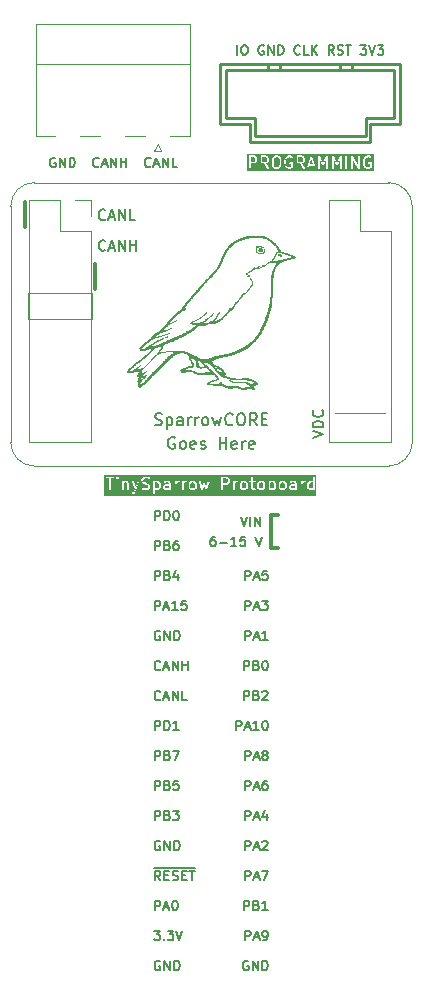
<source format=gbr>
%TF.GenerationSoftware,KiCad,Pcbnew,7.0.7-2.fc38*%
%TF.CreationDate,2024-02-23T01:30:43-08:00*%
%TF.ProjectId,SparrowBreadboardAdapter,53706172-726f-4774-9272-656164626f61,rev?*%
%TF.SameCoordinates,Original*%
%TF.FileFunction,Legend,Top*%
%TF.FilePolarity,Positive*%
%FSLAX46Y46*%
G04 Gerber Fmt 4.6, Leading zero omitted, Abs format (unit mm)*
G04 Created by KiCad (PCBNEW 7.0.7-2.fc38) date 2024-02-23 01:30:43*
%MOMM*%
%LPD*%
G01*
G04 APERTURE LIST*
%ADD10C,0.150000*%
%ADD11C,0.300000*%
%ADD12C,0.200000*%
%ADD13C,0.059995*%
%ADD14C,0.254001*%
%ADD15C,0.120000*%
%ADD16C,0.100000*%
G04 APERTURE END LIST*
D10*
G36*
X142823190Y-86097409D02*
G01*
X142853597Y-86127817D01*
X142887855Y-86196333D01*
X142887855Y-86446637D01*
X142853596Y-86515153D01*
X142823189Y-86545561D01*
X142754674Y-86579819D01*
X142599608Y-86579819D01*
X142561665Y-86560847D01*
X142561665Y-86082123D01*
X142599608Y-86063152D01*
X142754674Y-86063152D01*
X142823190Y-86097409D01*
G37*
G36*
X143744998Y-86560847D02*
G01*
X143707055Y-86579819D01*
X143504370Y-86579819D01*
X143447328Y-86551298D01*
X143418808Y-86494256D01*
X143418808Y-86434428D01*
X143447328Y-86377386D01*
X143504370Y-86348866D01*
X143724760Y-86348866D01*
X143728973Y-86347332D01*
X143733334Y-86348374D01*
X143744998Y-86344904D01*
X143744998Y-86560847D01*
G37*
G36*
X145870810Y-86097410D02*
G01*
X145901216Y-86127816D01*
X145935475Y-86196332D01*
X145935475Y-86446637D01*
X145901216Y-86515153D01*
X145870809Y-86545561D01*
X145802294Y-86579819D01*
X145694847Y-86579819D01*
X145626331Y-86545561D01*
X145595924Y-86515153D01*
X145561666Y-86446637D01*
X145561666Y-86196333D01*
X145595924Y-86127816D01*
X145626330Y-86097410D01*
X145694847Y-86063152D01*
X145802294Y-86063152D01*
X145870810Y-86097410D01*
G37*
G36*
X150204144Y-86097409D02*
G01*
X150234551Y-86127816D01*
X150268809Y-86196333D01*
X150268809Y-86446637D01*
X150234550Y-86515153D01*
X150204143Y-86545561D01*
X150135628Y-86579819D01*
X150028181Y-86579819D01*
X149959665Y-86545561D01*
X149929258Y-86515153D01*
X149895000Y-86446637D01*
X149895000Y-86196332D01*
X149929258Y-86127816D01*
X149959665Y-86097409D01*
X150028181Y-86063152D01*
X150135628Y-86063152D01*
X150204144Y-86097409D01*
G37*
G36*
X151680335Y-86097410D02*
G01*
X151710742Y-86127816D01*
X151745000Y-86196333D01*
X151745000Y-86446637D01*
X151710741Y-86515153D01*
X151680334Y-86545561D01*
X151611819Y-86579819D01*
X151504372Y-86579819D01*
X151435856Y-86545561D01*
X151405449Y-86515153D01*
X151371191Y-86446637D01*
X151371191Y-86196332D01*
X151405448Y-86127817D01*
X151435856Y-86097409D01*
X151504372Y-86063152D01*
X151611819Y-86063152D01*
X151680335Y-86097410D01*
G37*
G36*
X152585097Y-86097409D02*
G01*
X152615504Y-86127816D01*
X152649762Y-86196332D01*
X152649762Y-86446637D01*
X152615503Y-86515153D01*
X152585096Y-86545561D01*
X152516581Y-86579819D01*
X152361515Y-86579819D01*
X152323572Y-86560847D01*
X152323572Y-86082123D01*
X152361515Y-86063152D01*
X152516581Y-86063152D01*
X152585097Y-86097409D01*
G37*
G36*
X153489859Y-86097409D02*
G01*
X153520266Y-86127817D01*
X153554524Y-86196332D01*
X153554524Y-86446637D01*
X153520265Y-86515153D01*
X153489858Y-86545561D01*
X153421343Y-86579819D01*
X153313896Y-86579819D01*
X153245380Y-86545561D01*
X153214973Y-86515153D01*
X153180715Y-86446637D01*
X153180715Y-86196332D01*
X153214973Y-86127816D01*
X153245380Y-86097409D01*
X153313896Y-86063152D01*
X153421343Y-86063152D01*
X153489859Y-86097409D01*
G37*
G36*
X154411667Y-86560847D02*
G01*
X154373724Y-86579819D01*
X154171039Y-86579819D01*
X154113997Y-86551298D01*
X154085477Y-86494256D01*
X154085477Y-86434428D01*
X154113997Y-86377386D01*
X154171039Y-86348866D01*
X154391429Y-86348866D01*
X154395642Y-86347332D01*
X154400003Y-86348374D01*
X154411667Y-86344904D01*
X154411667Y-86560847D01*
G37*
G36*
X155935477Y-86082123D02*
G01*
X155935477Y-86560847D01*
X155897534Y-86579819D01*
X155742468Y-86579819D01*
X155673952Y-86545561D01*
X155643545Y-86515153D01*
X155609287Y-86446637D01*
X155609287Y-86196333D01*
X155643545Y-86127816D01*
X155673952Y-86097409D01*
X155742468Y-86063152D01*
X155897534Y-86063152D01*
X155935477Y-86082123D01*
G37*
G36*
X148680334Y-85764077D02*
G01*
X148710741Y-85794484D01*
X148744999Y-85862999D01*
X148744999Y-85970447D01*
X148710741Y-86038962D01*
X148680334Y-86069370D01*
X148611818Y-86103628D01*
X148323571Y-86103628D01*
X148323571Y-85729819D01*
X148611818Y-85729819D01*
X148680334Y-85764077D01*
G37*
G36*
X156228334Y-87205517D02*
G01*
X138269947Y-87205517D01*
X138269947Y-85641795D01*
X138412804Y-85641795D01*
X138421713Y-85692319D01*
X138461013Y-85725296D01*
X138486665Y-85729819D01*
X138697379Y-85729819D01*
X138697379Y-86654819D01*
X138714926Y-86703028D01*
X138759355Y-86728680D01*
X138809879Y-86719771D01*
X138842856Y-86680471D01*
X138847379Y-86654819D01*
X139316427Y-86654819D01*
X139333974Y-86703028D01*
X139378403Y-86728680D01*
X139428927Y-86719771D01*
X139461904Y-86680471D01*
X139466427Y-86654819D01*
X139792617Y-86654819D01*
X139810164Y-86703028D01*
X139854593Y-86728680D01*
X139905117Y-86719771D01*
X139938094Y-86680471D01*
X139942617Y-86654819D01*
X139942617Y-86114455D01*
X139959663Y-86097409D01*
X140028179Y-86063152D01*
X140135626Y-86063152D01*
X140192667Y-86091672D01*
X140221188Y-86148714D01*
X140221188Y-86654819D01*
X140238735Y-86703028D01*
X140283164Y-86728680D01*
X140333688Y-86719771D01*
X140366665Y-86680471D01*
X140371188Y-86654819D01*
X140371188Y-86131009D01*
X140369654Y-86126795D01*
X140370696Y-86122434D01*
X140363270Y-86097468D01*
X140315651Y-86002230D01*
X140307497Y-85994510D01*
X140304545Y-85987698D01*
X140602142Y-85987698D01*
X140606510Y-86013377D01*
X140835059Y-86653316D01*
X140756079Y-86850766D01*
X140727952Y-86878894D01*
X140643600Y-86921070D01*
X140608328Y-86958324D01*
X140605253Y-87009535D01*
X140635817Y-87050740D01*
X140685715Y-87062660D01*
X140710682Y-87055234D01*
X140805920Y-87007615D01*
X140807045Y-87006425D01*
X140825412Y-86993566D01*
X140830826Y-86988152D01*
X142411665Y-86988152D01*
X142429212Y-87036361D01*
X142473641Y-87062013D01*
X142524165Y-87053104D01*
X142557142Y-87013804D01*
X142561665Y-86988152D01*
X142561665Y-86726250D01*
X142581903Y-86729819D01*
X142772379Y-86729819D01*
X142776592Y-86728285D01*
X142780953Y-86729327D01*
X142805920Y-86721901D01*
X142901158Y-86674282D01*
X142902282Y-86673094D01*
X142920651Y-86660232D01*
X142968269Y-86612613D01*
X142968959Y-86611131D01*
X142982318Y-86593121D01*
X143022898Y-86511961D01*
X143268808Y-86511961D01*
X143270341Y-86516173D01*
X143269299Y-86520535D01*
X143276726Y-86545502D01*
X143324345Y-86640741D01*
X143332498Y-86648460D01*
X143336965Y-86658765D01*
X143357886Y-86674282D01*
X143453124Y-86721901D01*
X143457577Y-86722413D01*
X143461013Y-86725296D01*
X143486665Y-86729819D01*
X143724760Y-86729819D01*
X143728973Y-86728285D01*
X143733334Y-86729327D01*
X143758301Y-86721901D01*
X143778093Y-86712004D01*
X143806974Y-86728680D01*
X143857498Y-86719771D01*
X143890475Y-86680471D01*
X143894998Y-86654819D01*
X144221189Y-86654819D01*
X144238736Y-86703028D01*
X144283165Y-86728680D01*
X144333689Y-86719771D01*
X144366666Y-86680471D01*
X144371189Y-86654819D01*
X144840237Y-86654819D01*
X144857784Y-86703028D01*
X144902213Y-86728680D01*
X144952737Y-86719771D01*
X144985714Y-86680471D01*
X144990237Y-86654819D01*
X144990237Y-86464342D01*
X145411666Y-86464342D01*
X145413199Y-86468555D01*
X145412158Y-86472916D01*
X145419584Y-86497883D01*
X145467203Y-86593121D01*
X145468391Y-86594246D01*
X145481251Y-86612612D01*
X145528870Y-86660232D01*
X145530351Y-86660922D01*
X145548363Y-86674282D01*
X145643601Y-86721901D01*
X145648054Y-86722413D01*
X145651490Y-86725296D01*
X145677142Y-86729819D01*
X145819999Y-86729819D01*
X145824212Y-86728285D01*
X145828573Y-86729327D01*
X145853540Y-86721901D01*
X145948778Y-86674282D01*
X145949902Y-86673094D01*
X145968271Y-86660232D01*
X146015889Y-86612613D01*
X146016579Y-86611131D01*
X146029938Y-86593121D01*
X146077557Y-86497883D01*
X146078069Y-86493429D01*
X146080952Y-86489994D01*
X146085475Y-86464342D01*
X146085475Y-86178628D01*
X146083941Y-86174414D01*
X146084983Y-86170053D01*
X146077557Y-86145087D01*
X146029938Y-86049849D01*
X146028748Y-86048723D01*
X146015889Y-86030357D01*
X145968380Y-85982848D01*
X146268997Y-85982848D01*
X146271695Y-86008756D01*
X146462171Y-86675423D01*
X146463085Y-86676684D01*
X146463037Y-86678242D01*
X146478047Y-86697318D01*
X146492287Y-86716957D01*
X146493797Y-86717335D01*
X146494761Y-86718560D01*
X146518516Y-86723523D01*
X146542053Y-86729416D01*
X146543454Y-86728734D01*
X146544980Y-86729053D01*
X146566368Y-86717585D01*
X146588186Y-86706970D01*
X146588821Y-86705547D01*
X146590194Y-86704811D01*
X146603921Y-86682673D01*
X146724761Y-86380572D01*
X146845601Y-86682673D01*
X146846640Y-86683835D01*
X146846751Y-86685390D01*
X146863625Y-86702831D01*
X146879797Y-86720917D01*
X146881338Y-86721139D01*
X146882423Y-86722260D01*
X146906565Y-86724774D01*
X146930576Y-86728234D01*
X146931900Y-86727412D01*
X146933450Y-86727574D01*
X146953560Y-86713981D01*
X146974177Y-86701198D01*
X146974663Y-86699719D01*
X146975955Y-86698846D01*
X146987351Y-86675423D01*
X146993238Y-86654819D01*
X148173571Y-86654819D01*
X148191118Y-86703028D01*
X148235547Y-86728680D01*
X148286071Y-86719771D01*
X148319048Y-86680471D01*
X148323571Y-86654819D01*
X149173571Y-86654819D01*
X149191118Y-86703028D01*
X149235547Y-86728680D01*
X149286071Y-86719771D01*
X149319048Y-86680471D01*
X149323571Y-86654819D01*
X149323571Y-86464342D01*
X149745000Y-86464342D01*
X149746533Y-86468555D01*
X149745492Y-86472916D01*
X149752918Y-86497883D01*
X149800537Y-86593121D01*
X149801725Y-86594246D01*
X149814585Y-86612612D01*
X149862204Y-86660232D01*
X149863685Y-86660922D01*
X149881697Y-86674282D01*
X149976935Y-86721901D01*
X149981388Y-86722413D01*
X149984824Y-86725296D01*
X150010476Y-86729819D01*
X150153333Y-86729819D01*
X150157546Y-86728285D01*
X150161907Y-86729327D01*
X150186874Y-86721901D01*
X150282112Y-86674282D01*
X150283236Y-86673094D01*
X150301605Y-86660232D01*
X150349223Y-86612613D01*
X150349913Y-86611131D01*
X150363272Y-86593121D01*
X150410891Y-86497883D01*
X150411403Y-86493429D01*
X150414286Y-86489994D01*
X150418809Y-86464342D01*
X150418809Y-86178628D01*
X150417275Y-86174414D01*
X150418317Y-86170053D01*
X150410891Y-86145087D01*
X150363272Y-86049849D01*
X150362082Y-86048723D01*
X150349223Y-86030357D01*
X150301604Y-85982738D01*
X150300122Y-85982047D01*
X150290793Y-85975128D01*
X150555663Y-85975128D01*
X150564572Y-86025652D01*
X150603872Y-86058629D01*
X150629524Y-86063152D01*
X150697381Y-86063152D01*
X150697381Y-86511961D01*
X150698914Y-86516173D01*
X150697872Y-86520535D01*
X150705299Y-86545502D01*
X150752918Y-86640741D01*
X150761071Y-86648460D01*
X150765538Y-86658765D01*
X150786459Y-86674282D01*
X150881697Y-86721901D01*
X150886150Y-86722413D01*
X150889586Y-86725296D01*
X150915238Y-86729819D01*
X151010476Y-86729819D01*
X151058685Y-86712272D01*
X151084337Y-86667843D01*
X151075428Y-86617319D01*
X151036128Y-86584342D01*
X151010476Y-86579819D01*
X150932943Y-86579819D01*
X150875901Y-86551298D01*
X150847381Y-86494256D01*
X150847381Y-86464342D01*
X151221191Y-86464342D01*
X151222724Y-86468555D01*
X151221683Y-86472916D01*
X151229109Y-86497883D01*
X151276728Y-86593121D01*
X151277916Y-86594246D01*
X151290776Y-86612612D01*
X151338395Y-86660232D01*
X151339876Y-86660922D01*
X151357888Y-86674282D01*
X151453126Y-86721901D01*
X151457579Y-86722413D01*
X151461015Y-86725296D01*
X151486667Y-86729819D01*
X151629524Y-86729819D01*
X151633737Y-86728285D01*
X151638098Y-86729327D01*
X151663065Y-86721901D01*
X151758303Y-86674282D01*
X151759427Y-86673094D01*
X151777796Y-86660232D01*
X151783209Y-86654819D01*
X152173572Y-86654819D01*
X152191119Y-86703028D01*
X152235548Y-86728680D01*
X152286072Y-86719771D01*
X152291964Y-86712748D01*
X152310269Y-86721901D01*
X152314722Y-86722413D01*
X152318158Y-86725296D01*
X152343810Y-86729819D01*
X152534286Y-86729819D01*
X152538499Y-86728285D01*
X152542860Y-86729327D01*
X152567827Y-86721901D01*
X152663065Y-86674282D01*
X152664189Y-86673094D01*
X152682558Y-86660232D01*
X152730176Y-86612613D01*
X152730866Y-86611131D01*
X152744225Y-86593121D01*
X152791844Y-86497883D01*
X152792356Y-86493429D01*
X152795239Y-86489994D01*
X152799762Y-86464342D01*
X153030715Y-86464342D01*
X153032248Y-86468555D01*
X153031207Y-86472916D01*
X153038633Y-86497883D01*
X153086252Y-86593121D01*
X153087440Y-86594246D01*
X153100300Y-86612612D01*
X153147919Y-86660232D01*
X153149400Y-86660922D01*
X153167412Y-86674282D01*
X153262650Y-86721901D01*
X153267103Y-86722413D01*
X153270539Y-86725296D01*
X153296191Y-86729819D01*
X153439048Y-86729819D01*
X153443261Y-86728285D01*
X153447622Y-86729327D01*
X153472589Y-86721901D01*
X153567827Y-86674282D01*
X153568951Y-86673094D01*
X153587320Y-86660232D01*
X153634938Y-86612613D01*
X153635628Y-86611131D01*
X153648987Y-86593121D01*
X153689567Y-86511961D01*
X153935477Y-86511961D01*
X153937010Y-86516173D01*
X153935968Y-86520535D01*
X153943395Y-86545502D01*
X153991014Y-86640741D01*
X153999167Y-86648460D01*
X154003634Y-86658765D01*
X154024555Y-86674282D01*
X154119793Y-86721901D01*
X154124246Y-86722413D01*
X154127682Y-86725296D01*
X154153334Y-86729819D01*
X154391429Y-86729819D01*
X154395642Y-86728285D01*
X154400003Y-86729327D01*
X154424970Y-86721901D01*
X154444762Y-86712004D01*
X154473643Y-86728680D01*
X154524167Y-86719771D01*
X154557144Y-86680471D01*
X154561667Y-86654819D01*
X154887858Y-86654819D01*
X154905405Y-86703028D01*
X154949834Y-86728680D01*
X155000358Y-86719771D01*
X155033335Y-86680471D01*
X155037858Y-86654819D01*
X155037858Y-86464342D01*
X155459287Y-86464342D01*
X155460820Y-86468555D01*
X155459779Y-86472916D01*
X155467205Y-86497883D01*
X155514824Y-86593121D01*
X155516012Y-86594246D01*
X155528872Y-86612612D01*
X155576491Y-86660232D01*
X155577972Y-86660922D01*
X155595984Y-86674282D01*
X155691222Y-86721901D01*
X155695675Y-86722413D01*
X155699111Y-86725296D01*
X155724763Y-86729819D01*
X155915239Y-86729819D01*
X155919452Y-86728285D01*
X155923813Y-86729327D01*
X155948780Y-86721901D01*
X155968572Y-86712004D01*
X155997453Y-86728680D01*
X156047977Y-86719771D01*
X156080954Y-86680471D01*
X156085477Y-86654819D01*
X156085477Y-85654819D01*
X156067930Y-85606610D01*
X156023501Y-85580958D01*
X155972977Y-85589867D01*
X155940000Y-85629167D01*
X155935477Y-85654819D01*
X155935477Y-85916720D01*
X155915239Y-85913152D01*
X155724763Y-85913152D01*
X155720549Y-85914685D01*
X155716188Y-85913644D01*
X155691222Y-85921070D01*
X155595984Y-85968689D01*
X155594858Y-85969878D01*
X155576492Y-85982738D01*
X155528873Y-86030357D01*
X155528182Y-86031838D01*
X155514824Y-86049849D01*
X155467205Y-86145087D01*
X155466692Y-86149540D01*
X155463810Y-86152976D01*
X155459287Y-86178628D01*
X155459287Y-86464342D01*
X155037858Y-86464342D01*
X155037858Y-86196333D01*
X155072115Y-86127817D01*
X155102523Y-86097409D01*
X155171039Y-86063152D01*
X155248572Y-86063152D01*
X155296781Y-86045605D01*
X155322433Y-86001176D01*
X155313524Y-85950652D01*
X155274224Y-85917675D01*
X155248572Y-85913152D01*
X155153334Y-85913152D01*
X155149120Y-85914685D01*
X155144759Y-85913644D01*
X155119793Y-85921070D01*
X155029816Y-85966058D01*
X155020311Y-85939943D01*
X154975882Y-85914291D01*
X154925358Y-85923200D01*
X154892381Y-85962500D01*
X154887858Y-85988152D01*
X154887858Y-86654819D01*
X154561667Y-86654819D01*
X154561667Y-86131009D01*
X154560133Y-86126795D01*
X154561175Y-86122434D01*
X154553749Y-86097468D01*
X154506130Y-86002230D01*
X154497976Y-85994510D01*
X154493510Y-85984206D01*
X154472589Y-85968689D01*
X154377351Y-85921070D01*
X154372897Y-85920557D01*
X154369462Y-85917675D01*
X154343810Y-85913152D01*
X154153334Y-85913152D01*
X154149120Y-85914685D01*
X154144759Y-85913644D01*
X154119793Y-85921070D01*
X154024555Y-85968689D01*
X153989283Y-86005943D01*
X153986208Y-86057154D01*
X154016772Y-86098359D01*
X154066670Y-86110279D01*
X154091637Y-86102853D01*
X154171039Y-86063152D01*
X154326105Y-86063152D01*
X154383146Y-86091672D01*
X154411667Y-86148713D01*
X154411667Y-86179894D01*
X154373724Y-86198866D01*
X154153334Y-86198866D01*
X154149120Y-86200399D01*
X154144759Y-86199358D01*
X154119793Y-86206784D01*
X154024555Y-86254403D01*
X154016835Y-86262556D01*
X154006531Y-86267023D01*
X153991014Y-86287944D01*
X153943395Y-86383182D01*
X153942882Y-86387635D01*
X153940000Y-86391071D01*
X153935477Y-86416723D01*
X153935477Y-86511961D01*
X153689567Y-86511961D01*
X153696606Y-86497883D01*
X153697118Y-86493429D01*
X153700001Y-86489994D01*
X153704524Y-86464342D01*
X153704524Y-86178628D01*
X153702990Y-86174414D01*
X153704032Y-86170053D01*
X153696606Y-86145087D01*
X153648987Y-86049849D01*
X153647797Y-86048723D01*
X153634938Y-86030357D01*
X153587319Y-85982738D01*
X153585837Y-85982047D01*
X153567827Y-85968689D01*
X153472589Y-85921070D01*
X153468135Y-85920557D01*
X153464700Y-85917675D01*
X153439048Y-85913152D01*
X153296191Y-85913152D01*
X153291977Y-85914685D01*
X153287616Y-85913644D01*
X153262650Y-85921070D01*
X153167412Y-85968689D01*
X153166286Y-85969878D01*
X153147920Y-85982738D01*
X153100301Y-86030357D01*
X153099610Y-86031838D01*
X153086252Y-86049849D01*
X153038633Y-86145087D01*
X153038120Y-86149540D01*
X153035238Y-86152976D01*
X153030715Y-86178628D01*
X153030715Y-86464342D01*
X152799762Y-86464342D01*
X152799762Y-86178628D01*
X152798228Y-86174414D01*
X152799270Y-86170053D01*
X152791844Y-86145087D01*
X152744225Y-86049849D01*
X152743035Y-86048723D01*
X152730176Y-86030357D01*
X152682557Y-85982738D01*
X152681075Y-85982047D01*
X152663065Y-85968689D01*
X152567827Y-85921070D01*
X152563373Y-85920557D01*
X152559938Y-85917675D01*
X152534286Y-85913152D01*
X152343810Y-85913152D01*
X152339596Y-85914685D01*
X152335235Y-85913644D01*
X152323572Y-85917113D01*
X152323572Y-85654819D01*
X152306025Y-85606610D01*
X152261596Y-85580958D01*
X152211072Y-85589867D01*
X152178095Y-85629167D01*
X152173572Y-85654819D01*
X152173572Y-86654819D01*
X151783209Y-86654819D01*
X151825414Y-86612613D01*
X151826104Y-86611131D01*
X151839463Y-86593121D01*
X151887082Y-86497883D01*
X151887594Y-86493429D01*
X151890477Y-86489994D01*
X151895000Y-86464342D01*
X151895000Y-86178628D01*
X151893466Y-86174414D01*
X151894508Y-86170053D01*
X151887082Y-86145087D01*
X151839463Y-86049849D01*
X151838273Y-86048723D01*
X151825414Y-86030357D01*
X151777795Y-85982738D01*
X151776313Y-85982047D01*
X151758303Y-85968689D01*
X151663065Y-85921070D01*
X151658611Y-85920557D01*
X151655176Y-85917675D01*
X151629524Y-85913152D01*
X151486667Y-85913152D01*
X151482453Y-85914685D01*
X151478092Y-85913644D01*
X151453126Y-85921070D01*
X151357888Y-85968689D01*
X151356762Y-85969878D01*
X151338396Y-85982738D01*
X151290777Y-86030357D01*
X151290086Y-86031838D01*
X151276728Y-86049849D01*
X151229109Y-86145087D01*
X151228596Y-86149540D01*
X151225714Y-86152976D01*
X151221191Y-86178628D01*
X151221191Y-86464342D01*
X150847381Y-86464342D01*
X150847381Y-86063152D01*
X151010476Y-86063152D01*
X151058685Y-86045605D01*
X151084337Y-86001176D01*
X151075428Y-85950652D01*
X151036128Y-85917675D01*
X151010476Y-85913152D01*
X150847381Y-85913152D01*
X150847381Y-85654819D01*
X150829834Y-85606610D01*
X150785405Y-85580958D01*
X150734881Y-85589867D01*
X150701904Y-85629167D01*
X150697381Y-85654819D01*
X150697381Y-85913152D01*
X150629524Y-85913152D01*
X150581315Y-85930699D01*
X150555663Y-85975128D01*
X150290793Y-85975128D01*
X150282112Y-85968689D01*
X150186874Y-85921070D01*
X150182420Y-85920557D01*
X150178985Y-85917675D01*
X150153333Y-85913152D01*
X150010476Y-85913152D01*
X150006262Y-85914685D01*
X150001901Y-85913644D01*
X149976935Y-85921070D01*
X149881697Y-85968689D01*
X149880571Y-85969878D01*
X149862205Y-85982738D01*
X149814586Y-86030357D01*
X149813895Y-86031838D01*
X149800537Y-86049849D01*
X149752918Y-86145087D01*
X149752405Y-86149540D01*
X149749523Y-86152976D01*
X149745000Y-86178628D01*
X149745000Y-86464342D01*
X149323571Y-86464342D01*
X149323571Y-86196332D01*
X149357829Y-86127816D01*
X149388235Y-86097410D01*
X149456752Y-86063152D01*
X149534285Y-86063152D01*
X149582494Y-86045605D01*
X149608146Y-86001176D01*
X149599237Y-85950652D01*
X149559937Y-85917675D01*
X149534285Y-85913152D01*
X149439047Y-85913152D01*
X149434833Y-85914685D01*
X149430472Y-85913644D01*
X149405506Y-85921070D01*
X149315529Y-85966058D01*
X149306024Y-85939943D01*
X149261595Y-85914291D01*
X149211071Y-85923200D01*
X149178094Y-85962500D01*
X149173571Y-85988152D01*
X149173571Y-86654819D01*
X148323571Y-86654819D01*
X148323571Y-86253628D01*
X148629523Y-86253628D01*
X148633736Y-86252094D01*
X148638097Y-86253136D01*
X148663064Y-86245710D01*
X148758302Y-86198091D01*
X148759427Y-86196901D01*
X148777794Y-86184042D01*
X148825413Y-86136423D01*
X148826104Y-86134941D01*
X148839462Y-86116931D01*
X148887081Y-86021693D01*
X148887593Y-86017239D01*
X148890476Y-86013804D01*
X148894999Y-85988152D01*
X148894999Y-85845295D01*
X148893465Y-85841081D01*
X148894507Y-85836720D01*
X148887081Y-85811754D01*
X148839462Y-85716516D01*
X148838272Y-85715390D01*
X148825413Y-85697024D01*
X148777794Y-85649405D01*
X148776312Y-85648714D01*
X148758302Y-85635356D01*
X148663064Y-85587737D01*
X148658610Y-85587224D01*
X148655175Y-85584342D01*
X148629523Y-85579819D01*
X148248571Y-85579819D01*
X148230262Y-85586482D01*
X148211071Y-85589867D01*
X148206720Y-85595051D01*
X148200362Y-85597366D01*
X148190619Y-85614239D01*
X148178094Y-85629167D01*
X148176376Y-85638909D01*
X148174710Y-85641795D01*
X148175288Y-85645077D01*
X148173571Y-85654819D01*
X148173571Y-86654819D01*
X146993238Y-86654819D01*
X147177827Y-86008756D01*
X147174199Y-85957581D01*
X147138527Y-85920711D01*
X147087499Y-85915397D01*
X147044995Y-85944126D01*
X147033599Y-85967548D01*
X146903393Y-86423266D01*
X146794397Y-86150774D01*
X146778780Y-86133309D01*
X146764285Y-86114887D01*
X146761853Y-86114378D01*
X146760200Y-86112530D01*
X146737006Y-86109187D01*
X146714066Y-86104395D01*
X146711879Y-86105567D01*
X146709422Y-86105213D01*
X146689504Y-86117563D01*
X146668852Y-86128636D01*
X146667105Y-86131452D01*
X146665821Y-86132249D01*
X146664928Y-86134963D01*
X146655125Y-86150774D01*
X146546128Y-86423266D01*
X146415923Y-85967548D01*
X146385807Y-85926014D01*
X146336041Y-85913555D01*
X146289908Y-85936001D01*
X146268997Y-85982848D01*
X145968380Y-85982848D01*
X145968270Y-85982738D01*
X145966788Y-85982047D01*
X145948778Y-85968689D01*
X145853540Y-85921070D01*
X145849086Y-85920557D01*
X145845651Y-85917675D01*
X145819999Y-85913152D01*
X145677142Y-85913152D01*
X145672928Y-85914685D01*
X145668567Y-85913644D01*
X145643601Y-85921070D01*
X145548363Y-85968689D01*
X145547237Y-85969878D01*
X145528871Y-85982738D01*
X145481252Y-86030357D01*
X145480561Y-86031838D01*
X145467203Y-86049849D01*
X145419584Y-86145087D01*
X145419071Y-86149540D01*
X145416189Y-86152976D01*
X145411666Y-86178628D01*
X145411666Y-86464342D01*
X144990237Y-86464342D01*
X144990237Y-86196332D01*
X145024495Y-86127816D01*
X145054902Y-86097409D01*
X145123418Y-86063152D01*
X145200951Y-86063152D01*
X145249160Y-86045605D01*
X145274812Y-86001176D01*
X145265903Y-85950652D01*
X145226603Y-85917675D01*
X145200951Y-85913152D01*
X145105713Y-85913152D01*
X145101499Y-85914685D01*
X145097138Y-85913644D01*
X145072172Y-85921070D01*
X144982195Y-85966058D01*
X144972690Y-85939943D01*
X144928261Y-85914291D01*
X144877737Y-85923200D01*
X144844760Y-85962500D01*
X144840237Y-85988152D01*
X144840237Y-86654819D01*
X144371189Y-86654819D01*
X144371189Y-86196333D01*
X144405447Y-86127816D01*
X144435854Y-86097409D01*
X144504370Y-86063152D01*
X144581903Y-86063152D01*
X144630112Y-86045605D01*
X144655764Y-86001176D01*
X144646855Y-85950652D01*
X144607555Y-85917675D01*
X144581903Y-85913152D01*
X144486665Y-85913152D01*
X144482451Y-85914685D01*
X144478090Y-85913644D01*
X144453124Y-85921070D01*
X144363147Y-85966058D01*
X144353642Y-85939943D01*
X144309213Y-85914291D01*
X144258689Y-85923200D01*
X144225712Y-85962500D01*
X144221189Y-85988152D01*
X144221189Y-86654819D01*
X143894998Y-86654819D01*
X143894998Y-86131009D01*
X143893464Y-86126795D01*
X143894506Y-86122434D01*
X143887080Y-86097468D01*
X143839461Y-86002230D01*
X143831307Y-85994510D01*
X143826841Y-85984206D01*
X143805920Y-85968689D01*
X143710682Y-85921070D01*
X143706228Y-85920557D01*
X143702793Y-85917675D01*
X143677141Y-85913152D01*
X143486665Y-85913152D01*
X143482451Y-85914685D01*
X143478090Y-85913644D01*
X143453124Y-85921070D01*
X143357886Y-85968689D01*
X143322614Y-86005943D01*
X143319539Y-86057154D01*
X143350103Y-86098359D01*
X143400001Y-86110279D01*
X143424968Y-86102853D01*
X143504370Y-86063152D01*
X143659436Y-86063152D01*
X143716477Y-86091672D01*
X143744998Y-86148714D01*
X143744998Y-86179894D01*
X143707055Y-86198866D01*
X143486665Y-86198866D01*
X143482451Y-86200399D01*
X143478090Y-86199358D01*
X143453124Y-86206784D01*
X143357886Y-86254403D01*
X143350166Y-86262556D01*
X143339862Y-86267023D01*
X143324345Y-86287944D01*
X143276726Y-86383182D01*
X143276213Y-86387635D01*
X143273331Y-86391071D01*
X143268808Y-86416723D01*
X143268808Y-86511961D01*
X143022898Y-86511961D01*
X143029937Y-86497883D01*
X143030449Y-86493429D01*
X143033332Y-86489994D01*
X143037855Y-86464342D01*
X143037855Y-86178628D01*
X143036321Y-86174414D01*
X143037363Y-86170053D01*
X143029937Y-86145087D01*
X142982318Y-86049849D01*
X142981128Y-86048723D01*
X142968269Y-86030357D01*
X142920650Y-85982738D01*
X142919168Y-85982047D01*
X142901158Y-85968689D01*
X142805920Y-85921070D01*
X142801466Y-85920557D01*
X142798031Y-85917675D01*
X142772379Y-85913152D01*
X142581903Y-85913152D01*
X142577689Y-85914685D01*
X142573328Y-85913644D01*
X142548362Y-85921070D01*
X142528569Y-85930966D01*
X142499689Y-85914291D01*
X142449165Y-85923200D01*
X142416188Y-85962500D01*
X142411665Y-85988152D01*
X142411665Y-86988152D01*
X140830826Y-86988152D01*
X140873031Y-86945947D01*
X140873962Y-86943948D01*
X140875907Y-86942906D01*
X140889634Y-86920768D01*
X140984872Y-86682673D01*
X140984901Y-86681740D01*
X140985867Y-86680044D01*
X141223962Y-86013377D01*
X141223651Y-85962075D01*
X141205352Y-85940533D01*
X141411665Y-85940533D01*
X141413198Y-85944746D01*
X141412157Y-85949107D01*
X141419583Y-85974074D01*
X141467202Y-86069312D01*
X141468391Y-86070437D01*
X141481251Y-86088804D01*
X141528870Y-86136423D01*
X141530351Y-86137114D01*
X141548362Y-86150472D01*
X141643600Y-86198091D01*
X141647128Y-86198497D01*
X141658951Y-86203770D01*
X141841441Y-86249392D01*
X141918428Y-86287886D01*
X141948835Y-86318293D01*
X141983093Y-86386808D01*
X141983093Y-86446637D01*
X141948834Y-86515153D01*
X141918427Y-86545561D01*
X141849912Y-86579819D01*
X141641692Y-86579819D01*
X141510382Y-86536049D01*
X141459098Y-86537450D01*
X141420713Y-86571487D01*
X141413188Y-86622236D01*
X141440043Y-86665948D01*
X141462948Y-86678351D01*
X141605804Y-86725970D01*
X141607439Y-86725925D01*
X141629522Y-86729819D01*
X141867617Y-86729819D01*
X141871830Y-86728285D01*
X141876191Y-86729327D01*
X141901158Y-86721901D01*
X141996396Y-86674282D01*
X141997520Y-86673094D01*
X142015889Y-86660232D01*
X142063507Y-86612613D01*
X142064197Y-86611131D01*
X142077556Y-86593121D01*
X142125175Y-86497883D01*
X142125687Y-86493429D01*
X142128570Y-86489994D01*
X142133093Y-86464342D01*
X142133093Y-86369104D01*
X142131559Y-86364890D01*
X142132601Y-86360529D01*
X142125175Y-86335563D01*
X142077556Y-86240325D01*
X142076366Y-86239199D01*
X142063507Y-86220833D01*
X142015888Y-86173214D01*
X142014406Y-86172523D01*
X141996396Y-86159165D01*
X141901158Y-86111546D01*
X141897629Y-86111139D01*
X141885807Y-86105867D01*
X141703317Y-86060244D01*
X141626330Y-86021751D01*
X141595923Y-85991344D01*
X141561665Y-85922827D01*
X141561665Y-85862999D01*
X141595922Y-85794484D01*
X141626329Y-85764077D01*
X141694846Y-85729819D01*
X141903066Y-85729819D01*
X142034375Y-85773589D01*
X142085659Y-85772188D01*
X142124045Y-85738150D01*
X142131570Y-85687402D01*
X142104715Y-85643689D01*
X142081810Y-85631287D01*
X141938953Y-85583668D01*
X141937318Y-85583712D01*
X141915236Y-85579819D01*
X141677141Y-85579819D01*
X141672927Y-85581352D01*
X141668566Y-85580311D01*
X141643600Y-85587737D01*
X141548362Y-85635356D01*
X141547236Y-85636545D01*
X141528870Y-85649405D01*
X141481251Y-85697024D01*
X141480560Y-85698505D01*
X141467202Y-85716516D01*
X141419583Y-85811754D01*
X141419070Y-85816207D01*
X141416188Y-85819643D01*
X141411665Y-85845295D01*
X141411665Y-85940533D01*
X141205352Y-85940533D01*
X141190438Y-85922975D01*
X141139861Y-85914372D01*
X141095587Y-85940291D01*
X141082700Y-85962927D01*
X140915236Y-86431826D01*
X140747772Y-85962927D01*
X140715032Y-85923428D01*
X140664564Y-85914214D01*
X140619980Y-85939597D01*
X140602142Y-85987698D01*
X140304545Y-85987698D01*
X140303031Y-85984206D01*
X140282110Y-85968689D01*
X140186872Y-85921070D01*
X140182418Y-85920557D01*
X140178983Y-85917675D01*
X140153331Y-85913152D01*
X140010474Y-85913152D01*
X140006260Y-85914685D01*
X140001899Y-85913644D01*
X139976933Y-85921070D01*
X139927243Y-85945914D01*
X139925070Y-85939943D01*
X139880641Y-85914291D01*
X139830117Y-85923200D01*
X139797140Y-85962500D01*
X139792617Y-85988152D01*
X139792617Y-86654819D01*
X139466427Y-86654819D01*
X139466427Y-85988152D01*
X139448880Y-85939943D01*
X139404451Y-85914291D01*
X139353927Y-85923200D01*
X139320950Y-85962500D01*
X139316427Y-85988152D01*
X139316427Y-86654819D01*
X138847379Y-86654819D01*
X138847379Y-85729819D01*
X139058093Y-85729819D01*
X139106302Y-85712272D01*
X139115754Y-85695902D01*
X139269094Y-85695902D01*
X139274136Y-85714721D01*
X139275835Y-85734134D01*
X139281508Y-85742236D01*
X139282371Y-85745456D01*
X139285101Y-85747367D01*
X139290775Y-85755471D01*
X139338394Y-85803090D01*
X139356052Y-85811323D01*
X139372016Y-85822502D01*
X139375432Y-85822203D01*
X139378403Y-85823918D01*
X139381782Y-85823322D01*
X139384890Y-85824771D01*
X139403709Y-85819728D01*
X139423123Y-85818030D01*
X139426936Y-85815360D01*
X139428927Y-85815009D01*
X139431048Y-85812480D01*
X139431225Y-85812356D01*
X139434445Y-85811494D01*
X139436356Y-85808764D01*
X139444460Y-85803090D01*
X139492079Y-85755471D01*
X139500314Y-85737810D01*
X139511490Y-85721849D01*
X139510900Y-85715107D01*
X139513760Y-85708975D01*
X139508717Y-85690153D01*
X139507019Y-85670742D01*
X139501345Y-85662639D01*
X139500483Y-85659420D01*
X139497753Y-85657508D01*
X139492079Y-85649405D01*
X139444460Y-85601786D01*
X139426799Y-85593551D01*
X139410838Y-85582375D01*
X139407422Y-85582673D01*
X139404451Y-85580958D01*
X139401070Y-85581554D01*
X139397963Y-85580105D01*
X139379141Y-85585147D01*
X139359731Y-85586846D01*
X139355917Y-85589515D01*
X139353927Y-85589867D01*
X139351805Y-85592395D01*
X139351628Y-85592519D01*
X139348409Y-85593382D01*
X139346497Y-85596112D01*
X139338394Y-85601786D01*
X139290775Y-85649405D01*
X139282541Y-85667062D01*
X139271363Y-85683027D01*
X139271953Y-85689770D01*
X139269094Y-85695902D01*
X139115754Y-85695902D01*
X139131954Y-85667843D01*
X139123045Y-85617319D01*
X139083745Y-85584342D01*
X139058093Y-85579819D01*
X138486665Y-85579819D01*
X138438456Y-85597366D01*
X138412804Y-85641795D01*
X138269947Y-85641795D01*
X138269947Y-85436962D01*
X156228334Y-85436962D01*
X156228334Y-87205517D01*
G37*
D11*
X152400000Y-91600000D02*
X153000000Y-91600000D01*
X152400000Y-88800000D02*
X153000000Y-88800000D01*
X152400000Y-88800000D02*
X152400000Y-91600000D01*
D12*
X150211279Y-124819695D02*
X150211279Y-124019695D01*
X150211279Y-124019695D02*
X150516041Y-124019695D01*
X150516041Y-124019695D02*
X150592231Y-124057790D01*
X150592231Y-124057790D02*
X150630326Y-124095885D01*
X150630326Y-124095885D02*
X150668422Y-124172076D01*
X150668422Y-124172076D02*
X150668422Y-124286361D01*
X150668422Y-124286361D02*
X150630326Y-124362552D01*
X150630326Y-124362552D02*
X150592231Y-124400647D01*
X150592231Y-124400647D02*
X150516041Y-124438742D01*
X150516041Y-124438742D02*
X150211279Y-124438742D01*
X150973183Y-124591123D02*
X151354136Y-124591123D01*
X150896993Y-124819695D02*
X151163660Y-124019695D01*
X151163660Y-124019695D02*
X151430326Y-124819695D01*
X151735088Y-124819695D02*
X151887469Y-124819695D01*
X151887469Y-124819695D02*
X151963659Y-124781600D01*
X151963659Y-124781600D02*
X152001755Y-124743504D01*
X152001755Y-124743504D02*
X152077945Y-124629219D01*
X152077945Y-124629219D02*
X152116040Y-124476838D01*
X152116040Y-124476838D02*
X152116040Y-124172076D01*
X152116040Y-124172076D02*
X152077945Y-124095885D01*
X152077945Y-124095885D02*
X152039850Y-124057790D01*
X152039850Y-124057790D02*
X151963659Y-124019695D01*
X151963659Y-124019695D02*
X151811278Y-124019695D01*
X151811278Y-124019695D02*
X151735088Y-124057790D01*
X151735088Y-124057790D02*
X151696993Y-124095885D01*
X151696993Y-124095885D02*
X151658897Y-124172076D01*
X151658897Y-124172076D02*
X151658897Y-124362552D01*
X151658897Y-124362552D02*
X151696993Y-124438742D01*
X151696993Y-124438742D02*
X151735088Y-124476838D01*
X151735088Y-124476838D02*
X151811278Y-124514933D01*
X151811278Y-124514933D02*
X151963659Y-124514933D01*
X151963659Y-124514933D02*
X152039850Y-124476838D01*
X152039850Y-124476838D02*
X152077945Y-124438742D01*
X152077945Y-124438742D02*
X152116040Y-124362552D01*
X150096993Y-122279695D02*
X150096993Y-121479695D01*
X150096993Y-121479695D02*
X150401755Y-121479695D01*
X150401755Y-121479695D02*
X150477945Y-121517790D01*
X150477945Y-121517790D02*
X150516040Y-121555885D01*
X150516040Y-121555885D02*
X150554136Y-121632076D01*
X150554136Y-121632076D02*
X150554136Y-121746361D01*
X150554136Y-121746361D02*
X150516040Y-121822552D01*
X150516040Y-121822552D02*
X150477945Y-121860647D01*
X150477945Y-121860647D02*
X150401755Y-121898742D01*
X150401755Y-121898742D02*
X150096993Y-121898742D01*
X151163659Y-121860647D02*
X151277945Y-121898742D01*
X151277945Y-121898742D02*
X151316040Y-121936838D01*
X151316040Y-121936838D02*
X151354136Y-122013028D01*
X151354136Y-122013028D02*
X151354136Y-122127314D01*
X151354136Y-122127314D02*
X151316040Y-122203504D01*
X151316040Y-122203504D02*
X151277945Y-122241600D01*
X151277945Y-122241600D02*
X151201755Y-122279695D01*
X151201755Y-122279695D02*
X150896993Y-122279695D01*
X150896993Y-122279695D02*
X150896993Y-121479695D01*
X150896993Y-121479695D02*
X151163659Y-121479695D01*
X151163659Y-121479695D02*
X151239850Y-121517790D01*
X151239850Y-121517790D02*
X151277945Y-121555885D01*
X151277945Y-121555885D02*
X151316040Y-121632076D01*
X151316040Y-121632076D02*
X151316040Y-121708266D01*
X151316040Y-121708266D02*
X151277945Y-121784457D01*
X151277945Y-121784457D02*
X151239850Y-121822552D01*
X151239850Y-121822552D02*
X151163659Y-121860647D01*
X151163659Y-121860647D02*
X150896993Y-121860647D01*
X152116040Y-122279695D02*
X151658897Y-122279695D01*
X151887469Y-122279695D02*
X151887469Y-121479695D01*
X151887469Y-121479695D02*
X151811278Y-121593980D01*
X151811278Y-121593980D02*
X151735088Y-121670171D01*
X151735088Y-121670171D02*
X151658897Y-121708266D01*
X150439850Y-126597790D02*
X150363660Y-126559695D01*
X150363660Y-126559695D02*
X150249374Y-126559695D01*
X150249374Y-126559695D02*
X150135088Y-126597790D01*
X150135088Y-126597790D02*
X150058898Y-126673980D01*
X150058898Y-126673980D02*
X150020803Y-126750171D01*
X150020803Y-126750171D02*
X149982707Y-126902552D01*
X149982707Y-126902552D02*
X149982707Y-127016838D01*
X149982707Y-127016838D02*
X150020803Y-127169219D01*
X150020803Y-127169219D02*
X150058898Y-127245409D01*
X150058898Y-127245409D02*
X150135088Y-127321600D01*
X150135088Y-127321600D02*
X150249374Y-127359695D01*
X150249374Y-127359695D02*
X150325565Y-127359695D01*
X150325565Y-127359695D02*
X150439850Y-127321600D01*
X150439850Y-127321600D02*
X150477946Y-127283504D01*
X150477946Y-127283504D02*
X150477946Y-127016838D01*
X150477946Y-127016838D02*
X150325565Y-127016838D01*
X150820803Y-127359695D02*
X150820803Y-126559695D01*
X150820803Y-126559695D02*
X151277946Y-127359695D01*
X151277946Y-127359695D02*
X151277946Y-126559695D01*
X151658898Y-127359695D02*
X151658898Y-126559695D01*
X151658898Y-126559695D02*
X151849374Y-126559695D01*
X151849374Y-126559695D02*
X151963660Y-126597790D01*
X151963660Y-126597790D02*
X152039850Y-126673980D01*
X152039850Y-126673980D02*
X152077945Y-126750171D01*
X152077945Y-126750171D02*
X152116041Y-126902552D01*
X152116041Y-126902552D02*
X152116041Y-127016838D01*
X152116041Y-127016838D02*
X152077945Y-127169219D01*
X152077945Y-127169219D02*
X152039850Y-127245409D01*
X152039850Y-127245409D02*
X151963660Y-127321600D01*
X151963660Y-127321600D02*
X151849374Y-127359695D01*
X151849374Y-127359695D02*
X151658898Y-127359695D01*
X150211279Y-119739695D02*
X150211279Y-118939695D01*
X150211279Y-118939695D02*
X150516041Y-118939695D01*
X150516041Y-118939695D02*
X150592231Y-118977790D01*
X150592231Y-118977790D02*
X150630326Y-119015885D01*
X150630326Y-119015885D02*
X150668422Y-119092076D01*
X150668422Y-119092076D02*
X150668422Y-119206361D01*
X150668422Y-119206361D02*
X150630326Y-119282552D01*
X150630326Y-119282552D02*
X150592231Y-119320647D01*
X150592231Y-119320647D02*
X150516041Y-119358742D01*
X150516041Y-119358742D02*
X150211279Y-119358742D01*
X150973183Y-119511123D02*
X151354136Y-119511123D01*
X150896993Y-119739695D02*
X151163660Y-118939695D01*
X151163660Y-118939695D02*
X151430326Y-119739695D01*
X151620802Y-118939695D02*
X152154136Y-118939695D01*
X152154136Y-118939695D02*
X151811278Y-119739695D01*
X150211279Y-114659695D02*
X150211279Y-113859695D01*
X150211279Y-113859695D02*
X150516041Y-113859695D01*
X150516041Y-113859695D02*
X150592231Y-113897790D01*
X150592231Y-113897790D02*
X150630326Y-113935885D01*
X150630326Y-113935885D02*
X150668422Y-114012076D01*
X150668422Y-114012076D02*
X150668422Y-114126361D01*
X150668422Y-114126361D02*
X150630326Y-114202552D01*
X150630326Y-114202552D02*
X150592231Y-114240647D01*
X150592231Y-114240647D02*
X150516041Y-114278742D01*
X150516041Y-114278742D02*
X150211279Y-114278742D01*
X150973183Y-114431123D02*
X151354136Y-114431123D01*
X150896993Y-114659695D02*
X151163660Y-113859695D01*
X151163660Y-113859695D02*
X151430326Y-114659695D01*
X152039850Y-114126361D02*
X152039850Y-114659695D01*
X151849374Y-113821600D02*
X151658897Y-114393028D01*
X151658897Y-114393028D02*
X152154136Y-114393028D01*
X150211279Y-112119695D02*
X150211279Y-111319695D01*
X150211279Y-111319695D02*
X150516041Y-111319695D01*
X150516041Y-111319695D02*
X150592231Y-111357790D01*
X150592231Y-111357790D02*
X150630326Y-111395885D01*
X150630326Y-111395885D02*
X150668422Y-111472076D01*
X150668422Y-111472076D02*
X150668422Y-111586361D01*
X150668422Y-111586361D02*
X150630326Y-111662552D01*
X150630326Y-111662552D02*
X150592231Y-111700647D01*
X150592231Y-111700647D02*
X150516041Y-111738742D01*
X150516041Y-111738742D02*
X150211279Y-111738742D01*
X150973183Y-111891123D02*
X151354136Y-111891123D01*
X150896993Y-112119695D02*
X151163660Y-111319695D01*
X151163660Y-111319695D02*
X151430326Y-112119695D01*
X152039850Y-111319695D02*
X151887469Y-111319695D01*
X151887469Y-111319695D02*
X151811278Y-111357790D01*
X151811278Y-111357790D02*
X151773183Y-111395885D01*
X151773183Y-111395885D02*
X151696993Y-111510171D01*
X151696993Y-111510171D02*
X151658897Y-111662552D01*
X151658897Y-111662552D02*
X151658897Y-111967314D01*
X151658897Y-111967314D02*
X151696993Y-112043504D01*
X151696993Y-112043504D02*
X151735088Y-112081600D01*
X151735088Y-112081600D02*
X151811278Y-112119695D01*
X151811278Y-112119695D02*
X151963659Y-112119695D01*
X151963659Y-112119695D02*
X152039850Y-112081600D01*
X152039850Y-112081600D02*
X152077945Y-112043504D01*
X152077945Y-112043504D02*
X152116040Y-111967314D01*
X152116040Y-111967314D02*
X152116040Y-111776838D01*
X152116040Y-111776838D02*
X152077945Y-111700647D01*
X152077945Y-111700647D02*
X152039850Y-111662552D01*
X152039850Y-111662552D02*
X151963659Y-111624457D01*
X151963659Y-111624457D02*
X151811278Y-111624457D01*
X151811278Y-111624457D02*
X151735088Y-111662552D01*
X151735088Y-111662552D02*
X151696993Y-111700647D01*
X151696993Y-111700647D02*
X151658897Y-111776838D01*
X150211279Y-117199695D02*
X150211279Y-116399695D01*
X150211279Y-116399695D02*
X150516041Y-116399695D01*
X150516041Y-116399695D02*
X150592231Y-116437790D01*
X150592231Y-116437790D02*
X150630326Y-116475885D01*
X150630326Y-116475885D02*
X150668422Y-116552076D01*
X150668422Y-116552076D02*
X150668422Y-116666361D01*
X150668422Y-116666361D02*
X150630326Y-116742552D01*
X150630326Y-116742552D02*
X150592231Y-116780647D01*
X150592231Y-116780647D02*
X150516041Y-116818742D01*
X150516041Y-116818742D02*
X150211279Y-116818742D01*
X150973183Y-116971123D02*
X151354136Y-116971123D01*
X150896993Y-117199695D02*
X151163660Y-116399695D01*
X151163660Y-116399695D02*
X151430326Y-117199695D01*
X151658897Y-116475885D02*
X151696993Y-116437790D01*
X151696993Y-116437790D02*
X151773183Y-116399695D01*
X151773183Y-116399695D02*
X151963659Y-116399695D01*
X151963659Y-116399695D02*
X152039850Y-116437790D01*
X152039850Y-116437790D02*
X152077945Y-116475885D01*
X152077945Y-116475885D02*
X152116040Y-116552076D01*
X152116040Y-116552076D02*
X152116040Y-116628266D01*
X152116040Y-116628266D02*
X152077945Y-116742552D01*
X152077945Y-116742552D02*
X151620802Y-117199695D01*
X151620802Y-117199695D02*
X152116040Y-117199695D01*
X150211279Y-109579695D02*
X150211279Y-108779695D01*
X150211279Y-108779695D02*
X150516041Y-108779695D01*
X150516041Y-108779695D02*
X150592231Y-108817790D01*
X150592231Y-108817790D02*
X150630326Y-108855885D01*
X150630326Y-108855885D02*
X150668422Y-108932076D01*
X150668422Y-108932076D02*
X150668422Y-109046361D01*
X150668422Y-109046361D02*
X150630326Y-109122552D01*
X150630326Y-109122552D02*
X150592231Y-109160647D01*
X150592231Y-109160647D02*
X150516041Y-109198742D01*
X150516041Y-109198742D02*
X150211279Y-109198742D01*
X150973183Y-109351123D02*
X151354136Y-109351123D01*
X150896993Y-109579695D02*
X151163660Y-108779695D01*
X151163660Y-108779695D02*
X151430326Y-109579695D01*
X151811278Y-109122552D02*
X151735088Y-109084457D01*
X151735088Y-109084457D02*
X151696993Y-109046361D01*
X151696993Y-109046361D02*
X151658897Y-108970171D01*
X151658897Y-108970171D02*
X151658897Y-108932076D01*
X151658897Y-108932076D02*
X151696993Y-108855885D01*
X151696993Y-108855885D02*
X151735088Y-108817790D01*
X151735088Y-108817790D02*
X151811278Y-108779695D01*
X151811278Y-108779695D02*
X151963659Y-108779695D01*
X151963659Y-108779695D02*
X152039850Y-108817790D01*
X152039850Y-108817790D02*
X152077945Y-108855885D01*
X152077945Y-108855885D02*
X152116040Y-108932076D01*
X152116040Y-108932076D02*
X152116040Y-108970171D01*
X152116040Y-108970171D02*
X152077945Y-109046361D01*
X152077945Y-109046361D02*
X152039850Y-109084457D01*
X152039850Y-109084457D02*
X151963659Y-109122552D01*
X151963659Y-109122552D02*
X151811278Y-109122552D01*
X151811278Y-109122552D02*
X151735088Y-109160647D01*
X151735088Y-109160647D02*
X151696993Y-109198742D01*
X151696993Y-109198742D02*
X151658897Y-109274933D01*
X151658897Y-109274933D02*
X151658897Y-109427314D01*
X151658897Y-109427314D02*
X151696993Y-109503504D01*
X151696993Y-109503504D02*
X151735088Y-109541600D01*
X151735088Y-109541600D02*
X151811278Y-109579695D01*
X151811278Y-109579695D02*
X151963659Y-109579695D01*
X151963659Y-109579695D02*
X152039850Y-109541600D01*
X152039850Y-109541600D02*
X152077945Y-109503504D01*
X152077945Y-109503504D02*
X152116040Y-109427314D01*
X152116040Y-109427314D02*
X152116040Y-109274933D01*
X152116040Y-109274933D02*
X152077945Y-109198742D01*
X152077945Y-109198742D02*
X152039850Y-109160647D01*
X152039850Y-109160647D02*
X151963659Y-109122552D01*
X150096993Y-104499695D02*
X150096993Y-103699695D01*
X150096993Y-103699695D02*
X150401755Y-103699695D01*
X150401755Y-103699695D02*
X150477945Y-103737790D01*
X150477945Y-103737790D02*
X150516040Y-103775885D01*
X150516040Y-103775885D02*
X150554136Y-103852076D01*
X150554136Y-103852076D02*
X150554136Y-103966361D01*
X150554136Y-103966361D02*
X150516040Y-104042552D01*
X150516040Y-104042552D02*
X150477945Y-104080647D01*
X150477945Y-104080647D02*
X150401755Y-104118742D01*
X150401755Y-104118742D02*
X150096993Y-104118742D01*
X151163659Y-104080647D02*
X151277945Y-104118742D01*
X151277945Y-104118742D02*
X151316040Y-104156838D01*
X151316040Y-104156838D02*
X151354136Y-104233028D01*
X151354136Y-104233028D02*
X151354136Y-104347314D01*
X151354136Y-104347314D02*
X151316040Y-104423504D01*
X151316040Y-104423504D02*
X151277945Y-104461600D01*
X151277945Y-104461600D02*
X151201755Y-104499695D01*
X151201755Y-104499695D02*
X150896993Y-104499695D01*
X150896993Y-104499695D02*
X150896993Y-103699695D01*
X150896993Y-103699695D02*
X151163659Y-103699695D01*
X151163659Y-103699695D02*
X151239850Y-103737790D01*
X151239850Y-103737790D02*
X151277945Y-103775885D01*
X151277945Y-103775885D02*
X151316040Y-103852076D01*
X151316040Y-103852076D02*
X151316040Y-103928266D01*
X151316040Y-103928266D02*
X151277945Y-104004457D01*
X151277945Y-104004457D02*
X151239850Y-104042552D01*
X151239850Y-104042552D02*
X151163659Y-104080647D01*
X151163659Y-104080647D02*
X150896993Y-104080647D01*
X151658897Y-103775885D02*
X151696993Y-103737790D01*
X151696993Y-103737790D02*
X151773183Y-103699695D01*
X151773183Y-103699695D02*
X151963659Y-103699695D01*
X151963659Y-103699695D02*
X152039850Y-103737790D01*
X152039850Y-103737790D02*
X152077945Y-103775885D01*
X152077945Y-103775885D02*
X152116040Y-103852076D01*
X152116040Y-103852076D02*
X152116040Y-103928266D01*
X152116040Y-103928266D02*
X152077945Y-104042552D01*
X152077945Y-104042552D02*
X151620802Y-104499695D01*
X151620802Y-104499695D02*
X152116040Y-104499695D01*
X150096993Y-101959695D02*
X150096993Y-101159695D01*
X150096993Y-101159695D02*
X150401755Y-101159695D01*
X150401755Y-101159695D02*
X150477945Y-101197790D01*
X150477945Y-101197790D02*
X150516040Y-101235885D01*
X150516040Y-101235885D02*
X150554136Y-101312076D01*
X150554136Y-101312076D02*
X150554136Y-101426361D01*
X150554136Y-101426361D02*
X150516040Y-101502552D01*
X150516040Y-101502552D02*
X150477945Y-101540647D01*
X150477945Y-101540647D02*
X150401755Y-101578742D01*
X150401755Y-101578742D02*
X150096993Y-101578742D01*
X151163659Y-101540647D02*
X151277945Y-101578742D01*
X151277945Y-101578742D02*
X151316040Y-101616838D01*
X151316040Y-101616838D02*
X151354136Y-101693028D01*
X151354136Y-101693028D02*
X151354136Y-101807314D01*
X151354136Y-101807314D02*
X151316040Y-101883504D01*
X151316040Y-101883504D02*
X151277945Y-101921600D01*
X151277945Y-101921600D02*
X151201755Y-101959695D01*
X151201755Y-101959695D02*
X150896993Y-101959695D01*
X150896993Y-101959695D02*
X150896993Y-101159695D01*
X150896993Y-101159695D02*
X151163659Y-101159695D01*
X151163659Y-101159695D02*
X151239850Y-101197790D01*
X151239850Y-101197790D02*
X151277945Y-101235885D01*
X151277945Y-101235885D02*
X151316040Y-101312076D01*
X151316040Y-101312076D02*
X151316040Y-101388266D01*
X151316040Y-101388266D02*
X151277945Y-101464457D01*
X151277945Y-101464457D02*
X151239850Y-101502552D01*
X151239850Y-101502552D02*
X151163659Y-101540647D01*
X151163659Y-101540647D02*
X150896993Y-101540647D01*
X151849374Y-101159695D02*
X151925564Y-101159695D01*
X151925564Y-101159695D02*
X152001755Y-101197790D01*
X152001755Y-101197790D02*
X152039850Y-101235885D01*
X152039850Y-101235885D02*
X152077945Y-101312076D01*
X152077945Y-101312076D02*
X152116040Y-101464457D01*
X152116040Y-101464457D02*
X152116040Y-101654933D01*
X152116040Y-101654933D02*
X152077945Y-101807314D01*
X152077945Y-101807314D02*
X152039850Y-101883504D01*
X152039850Y-101883504D02*
X152001755Y-101921600D01*
X152001755Y-101921600D02*
X151925564Y-101959695D01*
X151925564Y-101959695D02*
X151849374Y-101959695D01*
X151849374Y-101959695D02*
X151773183Y-101921600D01*
X151773183Y-101921600D02*
X151735088Y-101883504D01*
X151735088Y-101883504D02*
X151696993Y-101807314D01*
X151696993Y-101807314D02*
X151658897Y-101654933D01*
X151658897Y-101654933D02*
X151658897Y-101464457D01*
X151658897Y-101464457D02*
X151696993Y-101312076D01*
X151696993Y-101312076D02*
X151735088Y-101235885D01*
X151735088Y-101235885D02*
X151773183Y-101197790D01*
X151773183Y-101197790D02*
X151849374Y-101159695D01*
X149449374Y-107039695D02*
X149449374Y-106239695D01*
X149449374Y-106239695D02*
X149754136Y-106239695D01*
X149754136Y-106239695D02*
X149830326Y-106277790D01*
X149830326Y-106277790D02*
X149868421Y-106315885D01*
X149868421Y-106315885D02*
X149906517Y-106392076D01*
X149906517Y-106392076D02*
X149906517Y-106506361D01*
X149906517Y-106506361D02*
X149868421Y-106582552D01*
X149868421Y-106582552D02*
X149830326Y-106620647D01*
X149830326Y-106620647D02*
X149754136Y-106658742D01*
X149754136Y-106658742D02*
X149449374Y-106658742D01*
X150211278Y-106811123D02*
X150592231Y-106811123D01*
X150135088Y-107039695D02*
X150401755Y-106239695D01*
X150401755Y-106239695D02*
X150668421Y-107039695D01*
X151354135Y-107039695D02*
X150896992Y-107039695D01*
X151125564Y-107039695D02*
X151125564Y-106239695D01*
X151125564Y-106239695D02*
X151049373Y-106353980D01*
X151049373Y-106353980D02*
X150973183Y-106430171D01*
X150973183Y-106430171D02*
X150896992Y-106468266D01*
X151849374Y-106239695D02*
X151925564Y-106239695D01*
X151925564Y-106239695D02*
X152001755Y-106277790D01*
X152001755Y-106277790D02*
X152039850Y-106315885D01*
X152039850Y-106315885D02*
X152077945Y-106392076D01*
X152077945Y-106392076D02*
X152116040Y-106544457D01*
X152116040Y-106544457D02*
X152116040Y-106734933D01*
X152116040Y-106734933D02*
X152077945Y-106887314D01*
X152077945Y-106887314D02*
X152039850Y-106963504D01*
X152039850Y-106963504D02*
X152001755Y-107001600D01*
X152001755Y-107001600D02*
X151925564Y-107039695D01*
X151925564Y-107039695D02*
X151849374Y-107039695D01*
X151849374Y-107039695D02*
X151773183Y-107001600D01*
X151773183Y-107001600D02*
X151735088Y-106963504D01*
X151735088Y-106963504D02*
X151696993Y-106887314D01*
X151696993Y-106887314D02*
X151658897Y-106734933D01*
X151658897Y-106734933D02*
X151658897Y-106544457D01*
X151658897Y-106544457D02*
X151696993Y-106392076D01*
X151696993Y-106392076D02*
X151735088Y-106315885D01*
X151735088Y-106315885D02*
X151773183Y-106277790D01*
X151773183Y-106277790D02*
X151849374Y-106239695D01*
X150211279Y-99419695D02*
X150211279Y-98619695D01*
X150211279Y-98619695D02*
X150516041Y-98619695D01*
X150516041Y-98619695D02*
X150592231Y-98657790D01*
X150592231Y-98657790D02*
X150630326Y-98695885D01*
X150630326Y-98695885D02*
X150668422Y-98772076D01*
X150668422Y-98772076D02*
X150668422Y-98886361D01*
X150668422Y-98886361D02*
X150630326Y-98962552D01*
X150630326Y-98962552D02*
X150592231Y-99000647D01*
X150592231Y-99000647D02*
X150516041Y-99038742D01*
X150516041Y-99038742D02*
X150211279Y-99038742D01*
X150973183Y-99191123D02*
X151354136Y-99191123D01*
X150896993Y-99419695D02*
X151163660Y-98619695D01*
X151163660Y-98619695D02*
X151430326Y-99419695D01*
X152116040Y-99419695D02*
X151658897Y-99419695D01*
X151887469Y-99419695D02*
X151887469Y-98619695D01*
X151887469Y-98619695D02*
X151811278Y-98733980D01*
X151811278Y-98733980D02*
X151735088Y-98810171D01*
X151735088Y-98810171D02*
X151658897Y-98848266D01*
X150211279Y-96879695D02*
X150211279Y-96079695D01*
X150211279Y-96079695D02*
X150516041Y-96079695D01*
X150516041Y-96079695D02*
X150592231Y-96117790D01*
X150592231Y-96117790D02*
X150630326Y-96155885D01*
X150630326Y-96155885D02*
X150668422Y-96232076D01*
X150668422Y-96232076D02*
X150668422Y-96346361D01*
X150668422Y-96346361D02*
X150630326Y-96422552D01*
X150630326Y-96422552D02*
X150592231Y-96460647D01*
X150592231Y-96460647D02*
X150516041Y-96498742D01*
X150516041Y-96498742D02*
X150211279Y-96498742D01*
X150973183Y-96651123D02*
X151354136Y-96651123D01*
X150896993Y-96879695D02*
X151163660Y-96079695D01*
X151163660Y-96079695D02*
X151430326Y-96879695D01*
X151620802Y-96079695D02*
X152116040Y-96079695D01*
X152116040Y-96079695D02*
X151849374Y-96384457D01*
X151849374Y-96384457D02*
X151963659Y-96384457D01*
X151963659Y-96384457D02*
X152039850Y-96422552D01*
X152039850Y-96422552D02*
X152077945Y-96460647D01*
X152077945Y-96460647D02*
X152116040Y-96536838D01*
X152116040Y-96536838D02*
X152116040Y-96727314D01*
X152116040Y-96727314D02*
X152077945Y-96803504D01*
X152077945Y-96803504D02*
X152039850Y-96841600D01*
X152039850Y-96841600D02*
X151963659Y-96879695D01*
X151963659Y-96879695D02*
X151735088Y-96879695D01*
X151735088Y-96879695D02*
X151658897Y-96841600D01*
X151658897Y-96841600D02*
X151620802Y-96803504D01*
X150211279Y-94339695D02*
X150211279Y-93539695D01*
X150211279Y-93539695D02*
X150516041Y-93539695D01*
X150516041Y-93539695D02*
X150592231Y-93577790D01*
X150592231Y-93577790D02*
X150630326Y-93615885D01*
X150630326Y-93615885D02*
X150668422Y-93692076D01*
X150668422Y-93692076D02*
X150668422Y-93806361D01*
X150668422Y-93806361D02*
X150630326Y-93882552D01*
X150630326Y-93882552D02*
X150592231Y-93920647D01*
X150592231Y-93920647D02*
X150516041Y-93958742D01*
X150516041Y-93958742D02*
X150211279Y-93958742D01*
X150973183Y-94111123D02*
X151354136Y-94111123D01*
X150896993Y-94339695D02*
X151163660Y-93539695D01*
X151163660Y-93539695D02*
X151430326Y-94339695D01*
X152077945Y-93539695D02*
X151696993Y-93539695D01*
X151696993Y-93539695D02*
X151658897Y-93920647D01*
X151658897Y-93920647D02*
X151696993Y-93882552D01*
X151696993Y-93882552D02*
X151773183Y-93844457D01*
X151773183Y-93844457D02*
X151963659Y-93844457D01*
X151963659Y-93844457D02*
X152039850Y-93882552D01*
X152039850Y-93882552D02*
X152077945Y-93920647D01*
X152077945Y-93920647D02*
X152116040Y-93996838D01*
X152116040Y-93996838D02*
X152116040Y-94187314D01*
X152116040Y-94187314D02*
X152077945Y-94263504D01*
X152077945Y-94263504D02*
X152039850Y-94301600D01*
X152039850Y-94301600D02*
X151963659Y-94339695D01*
X151963659Y-94339695D02*
X151773183Y-94339695D01*
X151773183Y-94339695D02*
X151696993Y-94301600D01*
X151696993Y-94301600D02*
X151658897Y-94263504D01*
X147630326Y-90659695D02*
X147477945Y-90659695D01*
X147477945Y-90659695D02*
X147401754Y-90697790D01*
X147401754Y-90697790D02*
X147363659Y-90735885D01*
X147363659Y-90735885D02*
X147287469Y-90850171D01*
X147287469Y-90850171D02*
X147249373Y-91002552D01*
X147249373Y-91002552D02*
X147249373Y-91307314D01*
X147249373Y-91307314D02*
X147287469Y-91383504D01*
X147287469Y-91383504D02*
X147325564Y-91421600D01*
X147325564Y-91421600D02*
X147401754Y-91459695D01*
X147401754Y-91459695D02*
X147554135Y-91459695D01*
X147554135Y-91459695D02*
X147630326Y-91421600D01*
X147630326Y-91421600D02*
X147668421Y-91383504D01*
X147668421Y-91383504D02*
X147706516Y-91307314D01*
X147706516Y-91307314D02*
X147706516Y-91116838D01*
X147706516Y-91116838D02*
X147668421Y-91040647D01*
X147668421Y-91040647D02*
X147630326Y-91002552D01*
X147630326Y-91002552D02*
X147554135Y-90964457D01*
X147554135Y-90964457D02*
X147401754Y-90964457D01*
X147401754Y-90964457D02*
X147325564Y-91002552D01*
X147325564Y-91002552D02*
X147287469Y-91040647D01*
X147287469Y-91040647D02*
X147249373Y-91116838D01*
X148049374Y-91154933D02*
X148658898Y-91154933D01*
X149458897Y-91459695D02*
X149001754Y-91459695D01*
X149230326Y-91459695D02*
X149230326Y-90659695D01*
X149230326Y-90659695D02*
X149154135Y-90773980D01*
X149154135Y-90773980D02*
X149077945Y-90850171D01*
X149077945Y-90850171D02*
X149001754Y-90888266D01*
X150182707Y-90659695D02*
X149801755Y-90659695D01*
X149801755Y-90659695D02*
X149763659Y-91040647D01*
X149763659Y-91040647D02*
X149801755Y-91002552D01*
X149801755Y-91002552D02*
X149877945Y-90964457D01*
X149877945Y-90964457D02*
X150068421Y-90964457D01*
X150068421Y-90964457D02*
X150144612Y-91002552D01*
X150144612Y-91002552D02*
X150182707Y-91040647D01*
X150182707Y-91040647D02*
X150220802Y-91116838D01*
X150220802Y-91116838D02*
X150220802Y-91307314D01*
X150220802Y-91307314D02*
X150182707Y-91383504D01*
X150182707Y-91383504D02*
X150144612Y-91421600D01*
X150144612Y-91421600D02*
X150068421Y-91459695D01*
X150068421Y-91459695D02*
X149877945Y-91459695D01*
X149877945Y-91459695D02*
X149801755Y-91421600D01*
X149801755Y-91421600D02*
X149763659Y-91383504D01*
X151058898Y-90659695D02*
X151325565Y-91459695D01*
X151325565Y-91459695D02*
X151592231Y-90659695D01*
X149839851Y-88959695D02*
X150106518Y-89759695D01*
X150106518Y-89759695D02*
X150373184Y-88959695D01*
X150639851Y-89759695D02*
X150639851Y-88959695D01*
X151020803Y-89759695D02*
X151020803Y-88959695D01*
X151020803Y-88959695D02*
X151477946Y-89759695D01*
X151477946Y-89759695D02*
X151477946Y-88959695D01*
X142562054Y-122279695D02*
X142562054Y-121479695D01*
X142562054Y-121479695D02*
X142866816Y-121479695D01*
X142866816Y-121479695D02*
X142943006Y-121517790D01*
X142943006Y-121517790D02*
X142981101Y-121555885D01*
X142981101Y-121555885D02*
X143019197Y-121632076D01*
X143019197Y-121632076D02*
X143019197Y-121746361D01*
X143019197Y-121746361D02*
X142981101Y-121822552D01*
X142981101Y-121822552D02*
X142943006Y-121860647D01*
X142943006Y-121860647D02*
X142866816Y-121898742D01*
X142866816Y-121898742D02*
X142562054Y-121898742D01*
X143323958Y-122051123D02*
X143704911Y-122051123D01*
X143247768Y-122279695D02*
X143514435Y-121479695D01*
X143514435Y-121479695D02*
X143781101Y-122279695D01*
X144200149Y-121479695D02*
X144276339Y-121479695D01*
X144276339Y-121479695D02*
X144352530Y-121517790D01*
X144352530Y-121517790D02*
X144390625Y-121555885D01*
X144390625Y-121555885D02*
X144428720Y-121632076D01*
X144428720Y-121632076D02*
X144466815Y-121784457D01*
X144466815Y-121784457D02*
X144466815Y-121974933D01*
X144466815Y-121974933D02*
X144428720Y-122127314D01*
X144428720Y-122127314D02*
X144390625Y-122203504D01*
X144390625Y-122203504D02*
X144352530Y-122241600D01*
X144352530Y-122241600D02*
X144276339Y-122279695D01*
X144276339Y-122279695D02*
X144200149Y-122279695D01*
X144200149Y-122279695D02*
X144123958Y-122241600D01*
X144123958Y-122241600D02*
X144085863Y-122203504D01*
X144085863Y-122203504D02*
X144047768Y-122127314D01*
X144047768Y-122127314D02*
X144009672Y-121974933D01*
X144009672Y-121974933D02*
X144009672Y-121784457D01*
X144009672Y-121784457D02*
X144047768Y-121632076D01*
X144047768Y-121632076D02*
X144085863Y-121555885D01*
X144085863Y-121555885D02*
X144123958Y-121517790D01*
X144123958Y-121517790D02*
X144200149Y-121479695D01*
X142485863Y-124019695D02*
X142981101Y-124019695D01*
X142981101Y-124019695D02*
X142714435Y-124324457D01*
X142714435Y-124324457D02*
X142828720Y-124324457D01*
X142828720Y-124324457D02*
X142904911Y-124362552D01*
X142904911Y-124362552D02*
X142943006Y-124400647D01*
X142943006Y-124400647D02*
X142981101Y-124476838D01*
X142981101Y-124476838D02*
X142981101Y-124667314D01*
X142981101Y-124667314D02*
X142943006Y-124743504D01*
X142943006Y-124743504D02*
X142904911Y-124781600D01*
X142904911Y-124781600D02*
X142828720Y-124819695D01*
X142828720Y-124819695D02*
X142600149Y-124819695D01*
X142600149Y-124819695D02*
X142523958Y-124781600D01*
X142523958Y-124781600D02*
X142485863Y-124743504D01*
X143323959Y-124743504D02*
X143362054Y-124781600D01*
X143362054Y-124781600D02*
X143323959Y-124819695D01*
X143323959Y-124819695D02*
X143285863Y-124781600D01*
X143285863Y-124781600D02*
X143323959Y-124743504D01*
X143323959Y-124743504D02*
X143323959Y-124819695D01*
X143628720Y-124019695D02*
X144123958Y-124019695D01*
X144123958Y-124019695D02*
X143857292Y-124324457D01*
X143857292Y-124324457D02*
X143971577Y-124324457D01*
X143971577Y-124324457D02*
X144047768Y-124362552D01*
X144047768Y-124362552D02*
X144085863Y-124400647D01*
X144085863Y-124400647D02*
X144123958Y-124476838D01*
X144123958Y-124476838D02*
X144123958Y-124667314D01*
X144123958Y-124667314D02*
X144085863Y-124743504D01*
X144085863Y-124743504D02*
X144047768Y-124781600D01*
X144047768Y-124781600D02*
X143971577Y-124819695D01*
X143971577Y-124819695D02*
X143743006Y-124819695D01*
X143743006Y-124819695D02*
X143666815Y-124781600D01*
X143666815Y-124781600D02*
X143628720Y-124743504D01*
X144352530Y-124019695D02*
X144619197Y-124819695D01*
X144619197Y-124819695D02*
X144885863Y-124019695D01*
X142981101Y-126597790D02*
X142904911Y-126559695D01*
X142904911Y-126559695D02*
X142790625Y-126559695D01*
X142790625Y-126559695D02*
X142676339Y-126597790D01*
X142676339Y-126597790D02*
X142600149Y-126673980D01*
X142600149Y-126673980D02*
X142562054Y-126750171D01*
X142562054Y-126750171D02*
X142523958Y-126902552D01*
X142523958Y-126902552D02*
X142523958Y-127016838D01*
X142523958Y-127016838D02*
X142562054Y-127169219D01*
X142562054Y-127169219D02*
X142600149Y-127245409D01*
X142600149Y-127245409D02*
X142676339Y-127321600D01*
X142676339Y-127321600D02*
X142790625Y-127359695D01*
X142790625Y-127359695D02*
X142866816Y-127359695D01*
X142866816Y-127359695D02*
X142981101Y-127321600D01*
X142981101Y-127321600D02*
X143019197Y-127283504D01*
X143019197Y-127283504D02*
X143019197Y-127016838D01*
X143019197Y-127016838D02*
X142866816Y-127016838D01*
X143362054Y-127359695D02*
X143362054Y-126559695D01*
X143362054Y-126559695D02*
X143819197Y-127359695D01*
X143819197Y-127359695D02*
X143819197Y-126559695D01*
X144200149Y-127359695D02*
X144200149Y-126559695D01*
X144200149Y-126559695D02*
X144390625Y-126559695D01*
X144390625Y-126559695D02*
X144504911Y-126597790D01*
X144504911Y-126597790D02*
X144581101Y-126673980D01*
X144581101Y-126673980D02*
X144619196Y-126750171D01*
X144619196Y-126750171D02*
X144657292Y-126902552D01*
X144657292Y-126902552D02*
X144657292Y-127016838D01*
X144657292Y-127016838D02*
X144619196Y-127169219D01*
X144619196Y-127169219D02*
X144581101Y-127245409D01*
X144581101Y-127245409D02*
X144504911Y-127321600D01*
X144504911Y-127321600D02*
X144390625Y-127359695D01*
X144390625Y-127359695D02*
X144200149Y-127359695D01*
X143019197Y-119739695D02*
X142752530Y-119358742D01*
X142562054Y-119739695D02*
X142562054Y-118939695D01*
X142562054Y-118939695D02*
X142866816Y-118939695D01*
X142866816Y-118939695D02*
X142943006Y-118977790D01*
X142943006Y-118977790D02*
X142981101Y-119015885D01*
X142981101Y-119015885D02*
X143019197Y-119092076D01*
X143019197Y-119092076D02*
X143019197Y-119206361D01*
X143019197Y-119206361D02*
X142981101Y-119282552D01*
X142981101Y-119282552D02*
X142943006Y-119320647D01*
X142943006Y-119320647D02*
X142866816Y-119358742D01*
X142866816Y-119358742D02*
X142562054Y-119358742D01*
X143362054Y-119320647D02*
X143628720Y-119320647D01*
X143743006Y-119739695D02*
X143362054Y-119739695D01*
X143362054Y-119739695D02*
X143362054Y-118939695D01*
X143362054Y-118939695D02*
X143743006Y-118939695D01*
X144047768Y-119701600D02*
X144162054Y-119739695D01*
X144162054Y-119739695D02*
X144352530Y-119739695D01*
X144352530Y-119739695D02*
X144428721Y-119701600D01*
X144428721Y-119701600D02*
X144466816Y-119663504D01*
X144466816Y-119663504D02*
X144504911Y-119587314D01*
X144504911Y-119587314D02*
X144504911Y-119511123D01*
X144504911Y-119511123D02*
X144466816Y-119434933D01*
X144466816Y-119434933D02*
X144428721Y-119396838D01*
X144428721Y-119396838D02*
X144352530Y-119358742D01*
X144352530Y-119358742D02*
X144200149Y-119320647D01*
X144200149Y-119320647D02*
X144123959Y-119282552D01*
X144123959Y-119282552D02*
X144085864Y-119244457D01*
X144085864Y-119244457D02*
X144047768Y-119168266D01*
X144047768Y-119168266D02*
X144047768Y-119092076D01*
X144047768Y-119092076D02*
X144085864Y-119015885D01*
X144085864Y-119015885D02*
X144123959Y-118977790D01*
X144123959Y-118977790D02*
X144200149Y-118939695D01*
X144200149Y-118939695D02*
X144390626Y-118939695D01*
X144390626Y-118939695D02*
X144504911Y-118977790D01*
X144847769Y-119320647D02*
X145114435Y-119320647D01*
X145228721Y-119739695D02*
X144847769Y-119739695D01*
X144847769Y-119739695D02*
X144847769Y-118939695D01*
X144847769Y-118939695D02*
X145228721Y-118939695D01*
X145457293Y-118939695D02*
X145914436Y-118939695D01*
X145685864Y-119739695D02*
X145685864Y-118939695D01*
X142451578Y-118717600D02*
X145910627Y-118717600D01*
X142562054Y-112119695D02*
X142562054Y-111319695D01*
X142562054Y-111319695D02*
X142866816Y-111319695D01*
X142866816Y-111319695D02*
X142943006Y-111357790D01*
X142943006Y-111357790D02*
X142981101Y-111395885D01*
X142981101Y-111395885D02*
X143019197Y-111472076D01*
X143019197Y-111472076D02*
X143019197Y-111586361D01*
X143019197Y-111586361D02*
X142981101Y-111662552D01*
X142981101Y-111662552D02*
X142943006Y-111700647D01*
X142943006Y-111700647D02*
X142866816Y-111738742D01*
X142866816Y-111738742D02*
X142562054Y-111738742D01*
X143628720Y-111700647D02*
X143743006Y-111738742D01*
X143743006Y-111738742D02*
X143781101Y-111776838D01*
X143781101Y-111776838D02*
X143819197Y-111853028D01*
X143819197Y-111853028D02*
X143819197Y-111967314D01*
X143819197Y-111967314D02*
X143781101Y-112043504D01*
X143781101Y-112043504D02*
X143743006Y-112081600D01*
X143743006Y-112081600D02*
X143666816Y-112119695D01*
X143666816Y-112119695D02*
X143362054Y-112119695D01*
X143362054Y-112119695D02*
X143362054Y-111319695D01*
X143362054Y-111319695D02*
X143628720Y-111319695D01*
X143628720Y-111319695D02*
X143704911Y-111357790D01*
X143704911Y-111357790D02*
X143743006Y-111395885D01*
X143743006Y-111395885D02*
X143781101Y-111472076D01*
X143781101Y-111472076D02*
X143781101Y-111548266D01*
X143781101Y-111548266D02*
X143743006Y-111624457D01*
X143743006Y-111624457D02*
X143704911Y-111662552D01*
X143704911Y-111662552D02*
X143628720Y-111700647D01*
X143628720Y-111700647D02*
X143362054Y-111700647D01*
X144543006Y-111319695D02*
X144162054Y-111319695D01*
X144162054Y-111319695D02*
X144123958Y-111700647D01*
X144123958Y-111700647D02*
X144162054Y-111662552D01*
X144162054Y-111662552D02*
X144238244Y-111624457D01*
X144238244Y-111624457D02*
X144428720Y-111624457D01*
X144428720Y-111624457D02*
X144504911Y-111662552D01*
X144504911Y-111662552D02*
X144543006Y-111700647D01*
X144543006Y-111700647D02*
X144581101Y-111776838D01*
X144581101Y-111776838D02*
X144581101Y-111967314D01*
X144581101Y-111967314D02*
X144543006Y-112043504D01*
X144543006Y-112043504D02*
X144504911Y-112081600D01*
X144504911Y-112081600D02*
X144428720Y-112119695D01*
X144428720Y-112119695D02*
X144238244Y-112119695D01*
X144238244Y-112119695D02*
X144162054Y-112081600D01*
X144162054Y-112081600D02*
X144123958Y-112043504D01*
X142562054Y-114659695D02*
X142562054Y-113859695D01*
X142562054Y-113859695D02*
X142866816Y-113859695D01*
X142866816Y-113859695D02*
X142943006Y-113897790D01*
X142943006Y-113897790D02*
X142981101Y-113935885D01*
X142981101Y-113935885D02*
X143019197Y-114012076D01*
X143019197Y-114012076D02*
X143019197Y-114126361D01*
X143019197Y-114126361D02*
X142981101Y-114202552D01*
X142981101Y-114202552D02*
X142943006Y-114240647D01*
X142943006Y-114240647D02*
X142866816Y-114278742D01*
X142866816Y-114278742D02*
X142562054Y-114278742D01*
X143628720Y-114240647D02*
X143743006Y-114278742D01*
X143743006Y-114278742D02*
X143781101Y-114316838D01*
X143781101Y-114316838D02*
X143819197Y-114393028D01*
X143819197Y-114393028D02*
X143819197Y-114507314D01*
X143819197Y-114507314D02*
X143781101Y-114583504D01*
X143781101Y-114583504D02*
X143743006Y-114621600D01*
X143743006Y-114621600D02*
X143666816Y-114659695D01*
X143666816Y-114659695D02*
X143362054Y-114659695D01*
X143362054Y-114659695D02*
X143362054Y-113859695D01*
X143362054Y-113859695D02*
X143628720Y-113859695D01*
X143628720Y-113859695D02*
X143704911Y-113897790D01*
X143704911Y-113897790D02*
X143743006Y-113935885D01*
X143743006Y-113935885D02*
X143781101Y-114012076D01*
X143781101Y-114012076D02*
X143781101Y-114088266D01*
X143781101Y-114088266D02*
X143743006Y-114164457D01*
X143743006Y-114164457D02*
X143704911Y-114202552D01*
X143704911Y-114202552D02*
X143628720Y-114240647D01*
X143628720Y-114240647D02*
X143362054Y-114240647D01*
X144085863Y-113859695D02*
X144581101Y-113859695D01*
X144581101Y-113859695D02*
X144314435Y-114164457D01*
X144314435Y-114164457D02*
X144428720Y-114164457D01*
X144428720Y-114164457D02*
X144504911Y-114202552D01*
X144504911Y-114202552D02*
X144543006Y-114240647D01*
X144543006Y-114240647D02*
X144581101Y-114316838D01*
X144581101Y-114316838D02*
X144581101Y-114507314D01*
X144581101Y-114507314D02*
X144543006Y-114583504D01*
X144543006Y-114583504D02*
X144504911Y-114621600D01*
X144504911Y-114621600D02*
X144428720Y-114659695D01*
X144428720Y-114659695D02*
X144200149Y-114659695D01*
X144200149Y-114659695D02*
X144123958Y-114621600D01*
X144123958Y-114621600D02*
X144085863Y-114583504D01*
X142981101Y-116437790D02*
X142904911Y-116399695D01*
X142904911Y-116399695D02*
X142790625Y-116399695D01*
X142790625Y-116399695D02*
X142676339Y-116437790D01*
X142676339Y-116437790D02*
X142600149Y-116513980D01*
X142600149Y-116513980D02*
X142562054Y-116590171D01*
X142562054Y-116590171D02*
X142523958Y-116742552D01*
X142523958Y-116742552D02*
X142523958Y-116856838D01*
X142523958Y-116856838D02*
X142562054Y-117009219D01*
X142562054Y-117009219D02*
X142600149Y-117085409D01*
X142600149Y-117085409D02*
X142676339Y-117161600D01*
X142676339Y-117161600D02*
X142790625Y-117199695D01*
X142790625Y-117199695D02*
X142866816Y-117199695D01*
X142866816Y-117199695D02*
X142981101Y-117161600D01*
X142981101Y-117161600D02*
X143019197Y-117123504D01*
X143019197Y-117123504D02*
X143019197Y-116856838D01*
X143019197Y-116856838D02*
X142866816Y-116856838D01*
X143362054Y-117199695D02*
X143362054Y-116399695D01*
X143362054Y-116399695D02*
X143819197Y-117199695D01*
X143819197Y-117199695D02*
X143819197Y-116399695D01*
X144200149Y-117199695D02*
X144200149Y-116399695D01*
X144200149Y-116399695D02*
X144390625Y-116399695D01*
X144390625Y-116399695D02*
X144504911Y-116437790D01*
X144504911Y-116437790D02*
X144581101Y-116513980D01*
X144581101Y-116513980D02*
X144619196Y-116590171D01*
X144619196Y-116590171D02*
X144657292Y-116742552D01*
X144657292Y-116742552D02*
X144657292Y-116856838D01*
X144657292Y-116856838D02*
X144619196Y-117009219D01*
X144619196Y-117009219D02*
X144581101Y-117085409D01*
X144581101Y-117085409D02*
X144504911Y-117161600D01*
X144504911Y-117161600D02*
X144390625Y-117199695D01*
X144390625Y-117199695D02*
X144200149Y-117199695D01*
X142562054Y-109579695D02*
X142562054Y-108779695D01*
X142562054Y-108779695D02*
X142866816Y-108779695D01*
X142866816Y-108779695D02*
X142943006Y-108817790D01*
X142943006Y-108817790D02*
X142981101Y-108855885D01*
X142981101Y-108855885D02*
X143019197Y-108932076D01*
X143019197Y-108932076D02*
X143019197Y-109046361D01*
X143019197Y-109046361D02*
X142981101Y-109122552D01*
X142981101Y-109122552D02*
X142943006Y-109160647D01*
X142943006Y-109160647D02*
X142866816Y-109198742D01*
X142866816Y-109198742D02*
X142562054Y-109198742D01*
X143628720Y-109160647D02*
X143743006Y-109198742D01*
X143743006Y-109198742D02*
X143781101Y-109236838D01*
X143781101Y-109236838D02*
X143819197Y-109313028D01*
X143819197Y-109313028D02*
X143819197Y-109427314D01*
X143819197Y-109427314D02*
X143781101Y-109503504D01*
X143781101Y-109503504D02*
X143743006Y-109541600D01*
X143743006Y-109541600D02*
X143666816Y-109579695D01*
X143666816Y-109579695D02*
X143362054Y-109579695D01*
X143362054Y-109579695D02*
X143362054Y-108779695D01*
X143362054Y-108779695D02*
X143628720Y-108779695D01*
X143628720Y-108779695D02*
X143704911Y-108817790D01*
X143704911Y-108817790D02*
X143743006Y-108855885D01*
X143743006Y-108855885D02*
X143781101Y-108932076D01*
X143781101Y-108932076D02*
X143781101Y-109008266D01*
X143781101Y-109008266D02*
X143743006Y-109084457D01*
X143743006Y-109084457D02*
X143704911Y-109122552D01*
X143704911Y-109122552D02*
X143628720Y-109160647D01*
X143628720Y-109160647D02*
X143362054Y-109160647D01*
X144085863Y-108779695D02*
X144619197Y-108779695D01*
X144619197Y-108779695D02*
X144276339Y-109579695D01*
X143019197Y-101883504D02*
X142981101Y-101921600D01*
X142981101Y-101921600D02*
X142866816Y-101959695D01*
X142866816Y-101959695D02*
X142790625Y-101959695D01*
X142790625Y-101959695D02*
X142676339Y-101921600D01*
X142676339Y-101921600D02*
X142600149Y-101845409D01*
X142600149Y-101845409D02*
X142562054Y-101769219D01*
X142562054Y-101769219D02*
X142523958Y-101616838D01*
X142523958Y-101616838D02*
X142523958Y-101502552D01*
X142523958Y-101502552D02*
X142562054Y-101350171D01*
X142562054Y-101350171D02*
X142600149Y-101273980D01*
X142600149Y-101273980D02*
X142676339Y-101197790D01*
X142676339Y-101197790D02*
X142790625Y-101159695D01*
X142790625Y-101159695D02*
X142866816Y-101159695D01*
X142866816Y-101159695D02*
X142981101Y-101197790D01*
X142981101Y-101197790D02*
X143019197Y-101235885D01*
X143323958Y-101731123D02*
X143704911Y-101731123D01*
X143247768Y-101959695D02*
X143514435Y-101159695D01*
X143514435Y-101159695D02*
X143781101Y-101959695D01*
X144047768Y-101959695D02*
X144047768Y-101159695D01*
X144047768Y-101159695D02*
X144504911Y-101959695D01*
X144504911Y-101959695D02*
X144504911Y-101159695D01*
X144885863Y-101959695D02*
X144885863Y-101159695D01*
X144885863Y-101540647D02*
X145343006Y-101540647D01*
X145343006Y-101959695D02*
X145343006Y-101159695D01*
X143019197Y-104423504D02*
X142981101Y-104461600D01*
X142981101Y-104461600D02*
X142866816Y-104499695D01*
X142866816Y-104499695D02*
X142790625Y-104499695D01*
X142790625Y-104499695D02*
X142676339Y-104461600D01*
X142676339Y-104461600D02*
X142600149Y-104385409D01*
X142600149Y-104385409D02*
X142562054Y-104309219D01*
X142562054Y-104309219D02*
X142523958Y-104156838D01*
X142523958Y-104156838D02*
X142523958Y-104042552D01*
X142523958Y-104042552D02*
X142562054Y-103890171D01*
X142562054Y-103890171D02*
X142600149Y-103813980D01*
X142600149Y-103813980D02*
X142676339Y-103737790D01*
X142676339Y-103737790D02*
X142790625Y-103699695D01*
X142790625Y-103699695D02*
X142866816Y-103699695D01*
X142866816Y-103699695D02*
X142981101Y-103737790D01*
X142981101Y-103737790D02*
X143019197Y-103775885D01*
X143323958Y-104271123D02*
X143704911Y-104271123D01*
X143247768Y-104499695D02*
X143514435Y-103699695D01*
X143514435Y-103699695D02*
X143781101Y-104499695D01*
X144047768Y-104499695D02*
X144047768Y-103699695D01*
X144047768Y-103699695D02*
X144504911Y-104499695D01*
X144504911Y-104499695D02*
X144504911Y-103699695D01*
X145266815Y-104499695D02*
X144885863Y-104499695D01*
X144885863Y-104499695D02*
X144885863Y-103699695D01*
X142562054Y-107039695D02*
X142562054Y-106239695D01*
X142562054Y-106239695D02*
X142866816Y-106239695D01*
X142866816Y-106239695D02*
X142943006Y-106277790D01*
X142943006Y-106277790D02*
X142981101Y-106315885D01*
X142981101Y-106315885D02*
X143019197Y-106392076D01*
X143019197Y-106392076D02*
X143019197Y-106506361D01*
X143019197Y-106506361D02*
X142981101Y-106582552D01*
X142981101Y-106582552D02*
X142943006Y-106620647D01*
X142943006Y-106620647D02*
X142866816Y-106658742D01*
X142866816Y-106658742D02*
X142562054Y-106658742D01*
X143362054Y-107039695D02*
X143362054Y-106239695D01*
X143362054Y-106239695D02*
X143552530Y-106239695D01*
X143552530Y-106239695D02*
X143666816Y-106277790D01*
X143666816Y-106277790D02*
X143743006Y-106353980D01*
X143743006Y-106353980D02*
X143781101Y-106430171D01*
X143781101Y-106430171D02*
X143819197Y-106582552D01*
X143819197Y-106582552D02*
X143819197Y-106696838D01*
X143819197Y-106696838D02*
X143781101Y-106849219D01*
X143781101Y-106849219D02*
X143743006Y-106925409D01*
X143743006Y-106925409D02*
X143666816Y-107001600D01*
X143666816Y-107001600D02*
X143552530Y-107039695D01*
X143552530Y-107039695D02*
X143362054Y-107039695D01*
X144581101Y-107039695D02*
X144123958Y-107039695D01*
X144352530Y-107039695D02*
X144352530Y-106239695D01*
X144352530Y-106239695D02*
X144276339Y-106353980D01*
X144276339Y-106353980D02*
X144200149Y-106430171D01*
X144200149Y-106430171D02*
X144123958Y-106468266D01*
X142981101Y-98657790D02*
X142904911Y-98619695D01*
X142904911Y-98619695D02*
X142790625Y-98619695D01*
X142790625Y-98619695D02*
X142676339Y-98657790D01*
X142676339Y-98657790D02*
X142600149Y-98733980D01*
X142600149Y-98733980D02*
X142562054Y-98810171D01*
X142562054Y-98810171D02*
X142523958Y-98962552D01*
X142523958Y-98962552D02*
X142523958Y-99076838D01*
X142523958Y-99076838D02*
X142562054Y-99229219D01*
X142562054Y-99229219D02*
X142600149Y-99305409D01*
X142600149Y-99305409D02*
X142676339Y-99381600D01*
X142676339Y-99381600D02*
X142790625Y-99419695D01*
X142790625Y-99419695D02*
X142866816Y-99419695D01*
X142866816Y-99419695D02*
X142981101Y-99381600D01*
X142981101Y-99381600D02*
X143019197Y-99343504D01*
X143019197Y-99343504D02*
X143019197Y-99076838D01*
X143019197Y-99076838D02*
X142866816Y-99076838D01*
X143362054Y-99419695D02*
X143362054Y-98619695D01*
X143362054Y-98619695D02*
X143819197Y-99419695D01*
X143819197Y-99419695D02*
X143819197Y-98619695D01*
X144200149Y-99419695D02*
X144200149Y-98619695D01*
X144200149Y-98619695D02*
X144390625Y-98619695D01*
X144390625Y-98619695D02*
X144504911Y-98657790D01*
X144504911Y-98657790D02*
X144581101Y-98733980D01*
X144581101Y-98733980D02*
X144619196Y-98810171D01*
X144619196Y-98810171D02*
X144657292Y-98962552D01*
X144657292Y-98962552D02*
X144657292Y-99076838D01*
X144657292Y-99076838D02*
X144619196Y-99229219D01*
X144619196Y-99229219D02*
X144581101Y-99305409D01*
X144581101Y-99305409D02*
X144504911Y-99381600D01*
X144504911Y-99381600D02*
X144390625Y-99419695D01*
X144390625Y-99419695D02*
X144200149Y-99419695D01*
X142562054Y-96879695D02*
X142562054Y-96079695D01*
X142562054Y-96079695D02*
X142866816Y-96079695D01*
X142866816Y-96079695D02*
X142943006Y-96117790D01*
X142943006Y-96117790D02*
X142981101Y-96155885D01*
X142981101Y-96155885D02*
X143019197Y-96232076D01*
X143019197Y-96232076D02*
X143019197Y-96346361D01*
X143019197Y-96346361D02*
X142981101Y-96422552D01*
X142981101Y-96422552D02*
X142943006Y-96460647D01*
X142943006Y-96460647D02*
X142866816Y-96498742D01*
X142866816Y-96498742D02*
X142562054Y-96498742D01*
X143323958Y-96651123D02*
X143704911Y-96651123D01*
X143247768Y-96879695D02*
X143514435Y-96079695D01*
X143514435Y-96079695D02*
X143781101Y-96879695D01*
X144466815Y-96879695D02*
X144009672Y-96879695D01*
X144238244Y-96879695D02*
X144238244Y-96079695D01*
X144238244Y-96079695D02*
X144162053Y-96193980D01*
X144162053Y-96193980D02*
X144085863Y-96270171D01*
X144085863Y-96270171D02*
X144009672Y-96308266D01*
X145190625Y-96079695D02*
X144809673Y-96079695D01*
X144809673Y-96079695D02*
X144771577Y-96460647D01*
X144771577Y-96460647D02*
X144809673Y-96422552D01*
X144809673Y-96422552D02*
X144885863Y-96384457D01*
X144885863Y-96384457D02*
X145076339Y-96384457D01*
X145076339Y-96384457D02*
X145152530Y-96422552D01*
X145152530Y-96422552D02*
X145190625Y-96460647D01*
X145190625Y-96460647D02*
X145228720Y-96536838D01*
X145228720Y-96536838D02*
X145228720Y-96727314D01*
X145228720Y-96727314D02*
X145190625Y-96803504D01*
X145190625Y-96803504D02*
X145152530Y-96841600D01*
X145152530Y-96841600D02*
X145076339Y-96879695D01*
X145076339Y-96879695D02*
X144885863Y-96879695D01*
X144885863Y-96879695D02*
X144809673Y-96841600D01*
X144809673Y-96841600D02*
X144771577Y-96803504D01*
X142562054Y-94339695D02*
X142562054Y-93539695D01*
X142562054Y-93539695D02*
X142866816Y-93539695D01*
X142866816Y-93539695D02*
X142943006Y-93577790D01*
X142943006Y-93577790D02*
X142981101Y-93615885D01*
X142981101Y-93615885D02*
X143019197Y-93692076D01*
X143019197Y-93692076D02*
X143019197Y-93806361D01*
X143019197Y-93806361D02*
X142981101Y-93882552D01*
X142981101Y-93882552D02*
X142943006Y-93920647D01*
X142943006Y-93920647D02*
X142866816Y-93958742D01*
X142866816Y-93958742D02*
X142562054Y-93958742D01*
X143628720Y-93920647D02*
X143743006Y-93958742D01*
X143743006Y-93958742D02*
X143781101Y-93996838D01*
X143781101Y-93996838D02*
X143819197Y-94073028D01*
X143819197Y-94073028D02*
X143819197Y-94187314D01*
X143819197Y-94187314D02*
X143781101Y-94263504D01*
X143781101Y-94263504D02*
X143743006Y-94301600D01*
X143743006Y-94301600D02*
X143666816Y-94339695D01*
X143666816Y-94339695D02*
X143362054Y-94339695D01*
X143362054Y-94339695D02*
X143362054Y-93539695D01*
X143362054Y-93539695D02*
X143628720Y-93539695D01*
X143628720Y-93539695D02*
X143704911Y-93577790D01*
X143704911Y-93577790D02*
X143743006Y-93615885D01*
X143743006Y-93615885D02*
X143781101Y-93692076D01*
X143781101Y-93692076D02*
X143781101Y-93768266D01*
X143781101Y-93768266D02*
X143743006Y-93844457D01*
X143743006Y-93844457D02*
X143704911Y-93882552D01*
X143704911Y-93882552D02*
X143628720Y-93920647D01*
X143628720Y-93920647D02*
X143362054Y-93920647D01*
X144504911Y-93806361D02*
X144504911Y-94339695D01*
X144314435Y-93501600D02*
X144123958Y-94073028D01*
X144123958Y-94073028D02*
X144619197Y-94073028D01*
X142562054Y-91799695D02*
X142562054Y-90999695D01*
X142562054Y-90999695D02*
X142866816Y-90999695D01*
X142866816Y-90999695D02*
X142943006Y-91037790D01*
X142943006Y-91037790D02*
X142981101Y-91075885D01*
X142981101Y-91075885D02*
X143019197Y-91152076D01*
X143019197Y-91152076D02*
X143019197Y-91266361D01*
X143019197Y-91266361D02*
X142981101Y-91342552D01*
X142981101Y-91342552D02*
X142943006Y-91380647D01*
X142943006Y-91380647D02*
X142866816Y-91418742D01*
X142866816Y-91418742D02*
X142562054Y-91418742D01*
X143628720Y-91380647D02*
X143743006Y-91418742D01*
X143743006Y-91418742D02*
X143781101Y-91456838D01*
X143781101Y-91456838D02*
X143819197Y-91533028D01*
X143819197Y-91533028D02*
X143819197Y-91647314D01*
X143819197Y-91647314D02*
X143781101Y-91723504D01*
X143781101Y-91723504D02*
X143743006Y-91761600D01*
X143743006Y-91761600D02*
X143666816Y-91799695D01*
X143666816Y-91799695D02*
X143362054Y-91799695D01*
X143362054Y-91799695D02*
X143362054Y-90999695D01*
X143362054Y-90999695D02*
X143628720Y-90999695D01*
X143628720Y-90999695D02*
X143704911Y-91037790D01*
X143704911Y-91037790D02*
X143743006Y-91075885D01*
X143743006Y-91075885D02*
X143781101Y-91152076D01*
X143781101Y-91152076D02*
X143781101Y-91228266D01*
X143781101Y-91228266D02*
X143743006Y-91304457D01*
X143743006Y-91304457D02*
X143704911Y-91342552D01*
X143704911Y-91342552D02*
X143628720Y-91380647D01*
X143628720Y-91380647D02*
X143362054Y-91380647D01*
X144504911Y-90999695D02*
X144352530Y-90999695D01*
X144352530Y-90999695D02*
X144276339Y-91037790D01*
X144276339Y-91037790D02*
X144238244Y-91075885D01*
X144238244Y-91075885D02*
X144162054Y-91190171D01*
X144162054Y-91190171D02*
X144123958Y-91342552D01*
X144123958Y-91342552D02*
X144123958Y-91647314D01*
X144123958Y-91647314D02*
X144162054Y-91723504D01*
X144162054Y-91723504D02*
X144200149Y-91761600D01*
X144200149Y-91761600D02*
X144276339Y-91799695D01*
X144276339Y-91799695D02*
X144428720Y-91799695D01*
X144428720Y-91799695D02*
X144504911Y-91761600D01*
X144504911Y-91761600D02*
X144543006Y-91723504D01*
X144543006Y-91723504D02*
X144581101Y-91647314D01*
X144581101Y-91647314D02*
X144581101Y-91456838D01*
X144581101Y-91456838D02*
X144543006Y-91380647D01*
X144543006Y-91380647D02*
X144504911Y-91342552D01*
X144504911Y-91342552D02*
X144428720Y-91304457D01*
X144428720Y-91304457D02*
X144276339Y-91304457D01*
X144276339Y-91304457D02*
X144200149Y-91342552D01*
X144200149Y-91342552D02*
X144162054Y-91380647D01*
X144162054Y-91380647D02*
X144123958Y-91456838D01*
X142562054Y-89259695D02*
X142562054Y-88459695D01*
X142562054Y-88459695D02*
X142866816Y-88459695D01*
X142866816Y-88459695D02*
X142943006Y-88497790D01*
X142943006Y-88497790D02*
X142981101Y-88535885D01*
X142981101Y-88535885D02*
X143019197Y-88612076D01*
X143019197Y-88612076D02*
X143019197Y-88726361D01*
X143019197Y-88726361D02*
X142981101Y-88802552D01*
X142981101Y-88802552D02*
X142943006Y-88840647D01*
X142943006Y-88840647D02*
X142866816Y-88878742D01*
X142866816Y-88878742D02*
X142562054Y-88878742D01*
X143362054Y-89259695D02*
X143362054Y-88459695D01*
X143362054Y-88459695D02*
X143552530Y-88459695D01*
X143552530Y-88459695D02*
X143666816Y-88497790D01*
X143666816Y-88497790D02*
X143743006Y-88573980D01*
X143743006Y-88573980D02*
X143781101Y-88650171D01*
X143781101Y-88650171D02*
X143819197Y-88802552D01*
X143819197Y-88802552D02*
X143819197Y-88916838D01*
X143819197Y-88916838D02*
X143781101Y-89069219D01*
X143781101Y-89069219D02*
X143743006Y-89145409D01*
X143743006Y-89145409D02*
X143666816Y-89221600D01*
X143666816Y-89221600D02*
X143552530Y-89259695D01*
X143552530Y-89259695D02*
X143362054Y-89259695D01*
X144314435Y-88459695D02*
X144390625Y-88459695D01*
X144390625Y-88459695D02*
X144466816Y-88497790D01*
X144466816Y-88497790D02*
X144504911Y-88535885D01*
X144504911Y-88535885D02*
X144543006Y-88612076D01*
X144543006Y-88612076D02*
X144581101Y-88764457D01*
X144581101Y-88764457D02*
X144581101Y-88954933D01*
X144581101Y-88954933D02*
X144543006Y-89107314D01*
X144543006Y-89107314D02*
X144504911Y-89183504D01*
X144504911Y-89183504D02*
X144466816Y-89221600D01*
X144466816Y-89221600D02*
X144390625Y-89259695D01*
X144390625Y-89259695D02*
X144314435Y-89259695D01*
X144314435Y-89259695D02*
X144238244Y-89221600D01*
X144238244Y-89221600D02*
X144200149Y-89183504D01*
X144200149Y-89183504D02*
X144162054Y-89107314D01*
X144162054Y-89107314D02*
X144123958Y-88954933D01*
X144123958Y-88954933D02*
X144123958Y-88764457D01*
X144123958Y-88764457D02*
X144162054Y-88612076D01*
X144162054Y-88612076D02*
X144200149Y-88535885D01*
X144200149Y-88535885D02*
X144238244Y-88497790D01*
X144238244Y-88497790D02*
X144314435Y-88459695D01*
D10*
G36*
X153002721Y-58564077D02*
G01*
X153074663Y-58636019D01*
X153115005Y-58797386D01*
X153115005Y-59112251D01*
X153074663Y-59273617D01*
X153002720Y-59345561D01*
X152934205Y-59379819D01*
X152779139Y-59379819D01*
X152710623Y-59345561D01*
X152638680Y-59273617D01*
X152598339Y-59112251D01*
X152598339Y-58797385D01*
X152638680Y-58636019D01*
X152710623Y-58564076D01*
X152779139Y-58529819D01*
X152934205Y-58529819D01*
X153002721Y-58564077D01*
G37*
G36*
X155943091Y-59094104D02*
G01*
X155675015Y-59094104D01*
X155809052Y-58691989D01*
X155943091Y-59094104D01*
G37*
G36*
X151002721Y-58564077D02*
G01*
X151033128Y-58594483D01*
X151067386Y-58663000D01*
X151067386Y-58770446D01*
X151033127Y-58838963D01*
X151002721Y-58869369D01*
X150934205Y-58903628D01*
X150645958Y-58903628D01*
X150645958Y-58529819D01*
X150934205Y-58529819D01*
X151002721Y-58564077D01*
G37*
G36*
X152002721Y-58564077D02*
G01*
X152033127Y-58594483D01*
X152067386Y-58662999D01*
X152067386Y-58770447D01*
X152033127Y-58838963D01*
X152002721Y-58869369D01*
X151934205Y-58903628D01*
X151645958Y-58903628D01*
X151645958Y-58529819D01*
X151934205Y-58529819D01*
X152002721Y-58564077D01*
G37*
G36*
X155050340Y-58564076D02*
G01*
X155080747Y-58594484D01*
X155115005Y-58662999D01*
X155115005Y-58770446D01*
X155080747Y-58838962D01*
X155050340Y-58869369D01*
X154981824Y-58903628D01*
X154693577Y-58903628D01*
X154693577Y-58529819D01*
X154981824Y-58529819D01*
X155050340Y-58564076D01*
G37*
G36*
X161074528Y-59672676D02*
G01*
X150353101Y-59672676D01*
X150353101Y-59454819D01*
X150495958Y-59454819D01*
X150513505Y-59503028D01*
X150557934Y-59528680D01*
X150608458Y-59519771D01*
X150641435Y-59480471D01*
X150645958Y-59454819D01*
X151495958Y-59454819D01*
X151513505Y-59503028D01*
X151557934Y-59528680D01*
X151608458Y-59519771D01*
X151641435Y-59480471D01*
X151645958Y-59454819D01*
X151645958Y-59053628D01*
X151770004Y-59053628D01*
X152080944Y-59497829D01*
X152122965Y-59527261D01*
X152174073Y-59522797D01*
X152210355Y-59486525D01*
X152214834Y-59435418D01*
X152203829Y-59411810D01*
X152000601Y-59121485D01*
X152448339Y-59121485D01*
X152449524Y-59124742D01*
X152450578Y-59139675D01*
X152498197Y-59330151D01*
X152502339Y-59336283D01*
X152502984Y-59343657D01*
X152517925Y-59364994D01*
X152613163Y-59460233D01*
X152614645Y-59460924D01*
X152632655Y-59474282D01*
X152727893Y-59521901D01*
X152732346Y-59522413D01*
X152735782Y-59525296D01*
X152761434Y-59529819D01*
X152951910Y-59529819D01*
X152956123Y-59528285D01*
X152960484Y-59529327D01*
X152985451Y-59521901D01*
X153080689Y-59474282D01*
X153081814Y-59473092D01*
X153100181Y-59460233D01*
X153195420Y-59364993D01*
X153198547Y-59358285D01*
X153204537Y-59353940D01*
X153215147Y-59330151D01*
X153262766Y-59139675D01*
X153262405Y-59136226D01*
X153265005Y-59121485D01*
X153265005Y-59026247D01*
X153495958Y-59026247D01*
X153497143Y-59029504D01*
X153498197Y-59044437D01*
X153545816Y-59234913D01*
X153547804Y-59237857D01*
X153551495Y-59250264D01*
X153599114Y-59345502D01*
X153600300Y-59346625D01*
X153613163Y-59364994D01*
X153708401Y-59460233D01*
X153712465Y-59462128D01*
X153714812Y-59465948D01*
X153737717Y-59478351D01*
X153880573Y-59525970D01*
X153882208Y-59525925D01*
X153904291Y-59529819D01*
X153999529Y-59529819D01*
X154001067Y-59529258D01*
X154023246Y-59525970D01*
X154166103Y-59478351D01*
X154169614Y-59475563D01*
X154174083Y-59475173D01*
X154195420Y-59460232D01*
X154200833Y-59454819D01*
X154543577Y-59454819D01*
X154561124Y-59503028D01*
X154605553Y-59528680D01*
X154656077Y-59519771D01*
X154689054Y-59480471D01*
X154693577Y-59454819D01*
X154693577Y-59053628D01*
X154817623Y-59053628D01*
X155128563Y-59497829D01*
X155170584Y-59527261D01*
X155221692Y-59522797D01*
X155257974Y-59486525D01*
X155262453Y-59435418D01*
X155260441Y-59431102D01*
X155404569Y-59431102D01*
X155405970Y-59482386D01*
X155440007Y-59520771D01*
X155490756Y-59528296D01*
X155534468Y-59501441D01*
X155546871Y-59478536D01*
X155625015Y-59244104D01*
X155993091Y-59244104D01*
X156071235Y-59478536D01*
X156103126Y-59518722D01*
X156153387Y-59529008D01*
X156198501Y-59504579D01*
X156217358Y-59456867D01*
X156217054Y-59454819D01*
X156400720Y-59454819D01*
X156418267Y-59503028D01*
X156462696Y-59528680D01*
X156513220Y-59519771D01*
X156546197Y-59480471D01*
X156550720Y-59454819D01*
X156550720Y-58792886D01*
X156741089Y-59200821D01*
X156754855Y-59214579D01*
X156766016Y-59230528D01*
X156772575Y-59232287D01*
X156777377Y-59237086D01*
X156796766Y-59238777D01*
X156815568Y-59243821D01*
X156821721Y-59240953D01*
X156828486Y-59241544D01*
X156844428Y-59230372D01*
X156862070Y-59222153D01*
X156867769Y-59214018D01*
X156870502Y-59212104D01*
X156871361Y-59208891D01*
X156877017Y-59200820D01*
X157067386Y-58792886D01*
X157067386Y-59454819D01*
X157084933Y-59503028D01*
X157129362Y-59528680D01*
X157179886Y-59519771D01*
X157212863Y-59480471D01*
X157217386Y-59454819D01*
X157543577Y-59454819D01*
X157561124Y-59503028D01*
X157605553Y-59528680D01*
X157656077Y-59519771D01*
X157689054Y-59480471D01*
X157693577Y-59454819D01*
X157693577Y-58792886D01*
X157883946Y-59200821D01*
X157897712Y-59214579D01*
X157908873Y-59230528D01*
X157915432Y-59232287D01*
X157920234Y-59237086D01*
X157939623Y-59238777D01*
X157958425Y-59243821D01*
X157964578Y-59240953D01*
X157971343Y-59241544D01*
X157987285Y-59230372D01*
X158004927Y-59222153D01*
X158010626Y-59214018D01*
X158013359Y-59212104D01*
X158014218Y-59208891D01*
X158019874Y-59200820D01*
X158210243Y-58792886D01*
X158210243Y-59454819D01*
X158227790Y-59503028D01*
X158272219Y-59528680D01*
X158322743Y-59519771D01*
X158355720Y-59480471D01*
X158360243Y-59454819D01*
X158686434Y-59454819D01*
X158703981Y-59503028D01*
X158748410Y-59528680D01*
X158798934Y-59519771D01*
X158831911Y-59480471D01*
X158836434Y-59454819D01*
X159162624Y-59454819D01*
X159180171Y-59503028D01*
X159224600Y-59528680D01*
X159275124Y-59519771D01*
X159308101Y-59480471D01*
X159312624Y-59454819D01*
X159312624Y-58737235D01*
X159743934Y-59492030D01*
X159749227Y-59496511D01*
X159751599Y-59503028D01*
X159768336Y-59512691D01*
X159783087Y-59525181D01*
X159790021Y-59525211D01*
X159796028Y-59528680D01*
X159815061Y-59525323D01*
X159834389Y-59525410D01*
X159839722Y-59520975D01*
X159846552Y-59519771D01*
X159858976Y-59504964D01*
X159873836Y-59492608D01*
X159875070Y-59485784D01*
X159879529Y-59480471D01*
X159884052Y-59454819D01*
X159884052Y-59026247D01*
X160162624Y-59026247D01*
X160163809Y-59029504D01*
X160164863Y-59044437D01*
X160212482Y-59234913D01*
X160214470Y-59237857D01*
X160218161Y-59250264D01*
X160265780Y-59345502D01*
X160266966Y-59346625D01*
X160279829Y-59364994D01*
X160375067Y-59460233D01*
X160379131Y-59462128D01*
X160381478Y-59465948D01*
X160404383Y-59478351D01*
X160547239Y-59525970D01*
X160548874Y-59525925D01*
X160570957Y-59529819D01*
X160666195Y-59529819D01*
X160667733Y-59529258D01*
X160689912Y-59525970D01*
X160832769Y-59478351D01*
X160836280Y-59475563D01*
X160840749Y-59475173D01*
X160862086Y-59460232D01*
X160909704Y-59412613D01*
X160916622Y-59397775D01*
X160927148Y-59385232D01*
X160929991Y-59369104D01*
X160931385Y-59366116D01*
X160930862Y-59364165D01*
X160931671Y-59359580D01*
X160931671Y-59026247D01*
X160925007Y-59007938D01*
X160921623Y-58988747D01*
X160916438Y-58984396D01*
X160914124Y-58978038D01*
X160897250Y-58968295D01*
X160882323Y-58955770D01*
X160872580Y-58954052D01*
X160869695Y-58952386D01*
X160866412Y-58952964D01*
X160856671Y-58951247D01*
X160666195Y-58951247D01*
X160617986Y-58968794D01*
X160592334Y-59013223D01*
X160601243Y-59063747D01*
X160640543Y-59096724D01*
X160666195Y-59101247D01*
X160781671Y-59101247D01*
X160781671Y-59328514D01*
X160768538Y-59341647D01*
X160654025Y-59379819D01*
X160583127Y-59379819D01*
X160468614Y-59341648D01*
X160394501Y-59267534D01*
X160356007Y-59190547D01*
X160312624Y-59017012D01*
X160312624Y-58892624D01*
X160356007Y-58719090D01*
X160394501Y-58642102D01*
X160468614Y-58567990D01*
X160583127Y-58529819D01*
X160696109Y-58529819D01*
X160775511Y-58569520D01*
X160826477Y-58575385D01*
X160869290Y-58547119D01*
X160883917Y-58497944D01*
X160863514Y-58450873D01*
X160842593Y-58435356D01*
X160747355Y-58387737D01*
X160742901Y-58387224D01*
X160739466Y-58384342D01*
X160713814Y-58379819D01*
X160570957Y-58379819D01*
X160569419Y-58380378D01*
X160547239Y-58383668D01*
X160404383Y-58431287D01*
X160400872Y-58434073D01*
X160396404Y-58434464D01*
X160375067Y-58449405D01*
X160279829Y-58544643D01*
X160279138Y-58546124D01*
X160265780Y-58564135D01*
X160218161Y-58659373D01*
X160217754Y-58662901D01*
X160212482Y-58674724D01*
X160164863Y-58865200D01*
X160165223Y-58868648D01*
X160162624Y-58883390D01*
X160162624Y-59026247D01*
X159884052Y-59026247D01*
X159884052Y-58454819D01*
X159866505Y-58406610D01*
X159822076Y-58380958D01*
X159771552Y-58389867D01*
X159738575Y-58429167D01*
X159734052Y-58454819D01*
X159734052Y-59172402D01*
X159302742Y-58417609D01*
X159297449Y-58413127D01*
X159295077Y-58406610D01*
X159278337Y-58396945D01*
X159263589Y-58384457D01*
X159256654Y-58384426D01*
X159250648Y-58380958D01*
X159231614Y-58384314D01*
X159212287Y-58384228D01*
X159206953Y-58388662D01*
X159200124Y-58389867D01*
X159187699Y-58404673D01*
X159172840Y-58417030D01*
X159171605Y-58423853D01*
X159167147Y-58429167D01*
X159162624Y-58454819D01*
X159162624Y-59454819D01*
X158836434Y-59454819D01*
X158836434Y-58454819D01*
X158818887Y-58406610D01*
X158774458Y-58380958D01*
X158723934Y-58389867D01*
X158690957Y-58429167D01*
X158686434Y-58454819D01*
X158686434Y-59454819D01*
X158360243Y-59454819D01*
X158360243Y-58454819D01*
X158356817Y-58445406D01*
X158357693Y-58435429D01*
X158348299Y-58422004D01*
X158342696Y-58406610D01*
X158334023Y-58401602D01*
X158328280Y-58393395D01*
X158312454Y-58389149D01*
X158298267Y-58380958D01*
X158288403Y-58382697D01*
X158278729Y-58380102D01*
X158263877Y-58387021D01*
X158247743Y-58389867D01*
X158241304Y-58397539D01*
X158232226Y-58401770D01*
X158217279Y-58423102D01*
X157951909Y-58991750D01*
X157686541Y-58423103D01*
X157679455Y-58416022D01*
X157676030Y-58406610D01*
X157661840Y-58398417D01*
X157650253Y-58386837D01*
X157640276Y-58385966D01*
X157631601Y-58380958D01*
X157615465Y-58383803D01*
X157599144Y-58382380D01*
X157590940Y-58388127D01*
X157581077Y-58389867D01*
X157570545Y-58402417D01*
X157557128Y-58411819D01*
X157554538Y-58421493D01*
X157548100Y-58429167D01*
X157543577Y-58454819D01*
X157543577Y-59454819D01*
X157217386Y-59454819D01*
X157217386Y-58454819D01*
X157213960Y-58445406D01*
X157214836Y-58435429D01*
X157205442Y-58422004D01*
X157199839Y-58406610D01*
X157191166Y-58401602D01*
X157185423Y-58393395D01*
X157169597Y-58389149D01*
X157155410Y-58380958D01*
X157145546Y-58382697D01*
X157135872Y-58380102D01*
X157121020Y-58387021D01*
X157104886Y-58389867D01*
X157098447Y-58397539D01*
X157089369Y-58401770D01*
X157074422Y-58423102D01*
X156809052Y-58991750D01*
X156543684Y-58423103D01*
X156536598Y-58416022D01*
X156533173Y-58406610D01*
X156518983Y-58398417D01*
X156507396Y-58386837D01*
X156497419Y-58385966D01*
X156488744Y-58380958D01*
X156472608Y-58383803D01*
X156456287Y-58382380D01*
X156448083Y-58388127D01*
X156438220Y-58389867D01*
X156427688Y-58402417D01*
X156414271Y-58411819D01*
X156411681Y-58421493D01*
X156405243Y-58429167D01*
X156400720Y-58454819D01*
X156400720Y-59454819D01*
X156217054Y-59454819D01*
X156213537Y-59431102D01*
X155880204Y-58431102D01*
X155878861Y-58429410D01*
X155878803Y-58427253D01*
X155863061Y-58409500D01*
X155848313Y-58390916D01*
X155846198Y-58390483D01*
X155844765Y-58388867D01*
X155821296Y-58385387D01*
X155798052Y-58380630D01*
X155796152Y-58381658D01*
X155794017Y-58381342D01*
X155773799Y-58393762D01*
X155752938Y-58405059D01*
X155752144Y-58407066D01*
X155750304Y-58408197D01*
X155737902Y-58431102D01*
X155404569Y-59431102D01*
X155260441Y-59431102D01*
X155251448Y-59411810D01*
X155000478Y-59053282D01*
X155003742Y-59052094D01*
X155008103Y-59053136D01*
X155033070Y-59045710D01*
X155128308Y-58998091D01*
X155129433Y-58996901D01*
X155147800Y-58984042D01*
X155195419Y-58936423D01*
X155196110Y-58934941D01*
X155209468Y-58916931D01*
X155257087Y-58821693D01*
X155257599Y-58817239D01*
X155260482Y-58813804D01*
X155265005Y-58788152D01*
X155265005Y-58645295D01*
X155263471Y-58641081D01*
X155264513Y-58636720D01*
X155257087Y-58611754D01*
X155209468Y-58516516D01*
X155208278Y-58515390D01*
X155195419Y-58497024D01*
X155147800Y-58449405D01*
X155146318Y-58448714D01*
X155128308Y-58435356D01*
X155033070Y-58387737D01*
X155028616Y-58387224D01*
X155025181Y-58384342D01*
X154999529Y-58379819D01*
X154618577Y-58379819D01*
X154600268Y-58386482D01*
X154581077Y-58389867D01*
X154576726Y-58395051D01*
X154570368Y-58397366D01*
X154560625Y-58414239D01*
X154548100Y-58429167D01*
X154546382Y-58438909D01*
X154544716Y-58441795D01*
X154545294Y-58445077D01*
X154543577Y-58454819D01*
X154543577Y-59454819D01*
X154200833Y-59454819D01*
X154243038Y-59412613D01*
X154249956Y-59397775D01*
X154260482Y-59385232D01*
X154263325Y-59369104D01*
X154264719Y-59366116D01*
X154264196Y-59364165D01*
X154265005Y-59359580D01*
X154265005Y-59026247D01*
X154258341Y-59007938D01*
X154254957Y-58988747D01*
X154249772Y-58984396D01*
X154247458Y-58978038D01*
X154230584Y-58968295D01*
X154215657Y-58955770D01*
X154205914Y-58954052D01*
X154203029Y-58952386D01*
X154199746Y-58952964D01*
X154190005Y-58951247D01*
X153999529Y-58951247D01*
X153951320Y-58968794D01*
X153925668Y-59013223D01*
X153934577Y-59063747D01*
X153973877Y-59096724D01*
X153999529Y-59101247D01*
X154115005Y-59101247D01*
X154115005Y-59328514D01*
X154101872Y-59341647D01*
X153987359Y-59379819D01*
X153916461Y-59379819D01*
X153801948Y-59341648D01*
X153727835Y-59267534D01*
X153689341Y-59190546D01*
X153645958Y-59017012D01*
X153645958Y-58892624D01*
X153689341Y-58719090D01*
X153727835Y-58642103D01*
X153801948Y-58567990D01*
X153916461Y-58529819D01*
X154029443Y-58529819D01*
X154108845Y-58569520D01*
X154159811Y-58575385D01*
X154202624Y-58547119D01*
X154217251Y-58497944D01*
X154196848Y-58450873D01*
X154175927Y-58435356D01*
X154080689Y-58387737D01*
X154076235Y-58387224D01*
X154072800Y-58384342D01*
X154047148Y-58379819D01*
X153904291Y-58379819D01*
X153902753Y-58380378D01*
X153880573Y-58383668D01*
X153737717Y-58431287D01*
X153734206Y-58434073D01*
X153729738Y-58434464D01*
X153708401Y-58449405D01*
X153613163Y-58544643D01*
X153612472Y-58546124D01*
X153599114Y-58564135D01*
X153551495Y-58659373D01*
X153551088Y-58662901D01*
X153545816Y-58674724D01*
X153498197Y-58865200D01*
X153498557Y-58868648D01*
X153495958Y-58883390D01*
X153495958Y-59026247D01*
X153265005Y-59026247D01*
X153265005Y-58788152D01*
X153263819Y-58784894D01*
X153262766Y-58769962D01*
X153215147Y-58579486D01*
X153211005Y-58573353D01*
X153210360Y-58565980D01*
X153195419Y-58544643D01*
X153100181Y-58449405D01*
X153098699Y-58448714D01*
X153080689Y-58435356D01*
X152985451Y-58387737D01*
X152980997Y-58387224D01*
X152977562Y-58384342D01*
X152951910Y-58379819D01*
X152761434Y-58379819D01*
X152757220Y-58381352D01*
X152752859Y-58380311D01*
X152727893Y-58387737D01*
X152632655Y-58435356D01*
X152631531Y-58436542D01*
X152613163Y-58449405D01*
X152517925Y-58544643D01*
X152514797Y-58551350D01*
X152508807Y-58555697D01*
X152498197Y-58579486D01*
X152450578Y-58769962D01*
X152450938Y-58773410D01*
X152448339Y-58788152D01*
X152448339Y-59121485D01*
X152000601Y-59121485D01*
X151952859Y-59053282D01*
X151956123Y-59052094D01*
X151960484Y-59053136D01*
X151985451Y-59045710D01*
X152080689Y-58998091D01*
X152081814Y-58996901D01*
X152100181Y-58984042D01*
X152147800Y-58936423D01*
X152148491Y-58934941D01*
X152161849Y-58916931D01*
X152209468Y-58821693D01*
X152209980Y-58817239D01*
X152212863Y-58813804D01*
X152217386Y-58788152D01*
X152217386Y-58645295D01*
X152215852Y-58641081D01*
X152216894Y-58636720D01*
X152209468Y-58611754D01*
X152161849Y-58516516D01*
X152160659Y-58515390D01*
X152147800Y-58497024D01*
X152100181Y-58449405D01*
X152098699Y-58448714D01*
X152080689Y-58435356D01*
X151985451Y-58387737D01*
X151980997Y-58387224D01*
X151977562Y-58384342D01*
X151951910Y-58379819D01*
X151570958Y-58379819D01*
X151552649Y-58386482D01*
X151533458Y-58389867D01*
X151529107Y-58395051D01*
X151522749Y-58397366D01*
X151513006Y-58414239D01*
X151500481Y-58429167D01*
X151498763Y-58438909D01*
X151497097Y-58441795D01*
X151497675Y-58445077D01*
X151495958Y-58454819D01*
X151495958Y-59454819D01*
X150645958Y-59454819D01*
X150645958Y-59053628D01*
X150951910Y-59053628D01*
X150956123Y-59052094D01*
X150960484Y-59053136D01*
X150985451Y-59045710D01*
X151080689Y-58998091D01*
X151081814Y-58996901D01*
X151100181Y-58984042D01*
X151147800Y-58936423D01*
X151148491Y-58934941D01*
X151161849Y-58916931D01*
X151209468Y-58821693D01*
X151209980Y-58817239D01*
X151212863Y-58813804D01*
X151217386Y-58788152D01*
X151217386Y-58645295D01*
X151215852Y-58641081D01*
X151216894Y-58636720D01*
X151209468Y-58611754D01*
X151161849Y-58516516D01*
X151160659Y-58515390D01*
X151147800Y-58497024D01*
X151100181Y-58449405D01*
X151098699Y-58448714D01*
X151080689Y-58435356D01*
X150985451Y-58387737D01*
X150980997Y-58387224D01*
X150977562Y-58384342D01*
X150951910Y-58379819D01*
X150570958Y-58379819D01*
X150552649Y-58386482D01*
X150533458Y-58389867D01*
X150529107Y-58395051D01*
X150522749Y-58397366D01*
X150513006Y-58414239D01*
X150500481Y-58429167D01*
X150498763Y-58438909D01*
X150497097Y-58441795D01*
X150497675Y-58445077D01*
X150495958Y-58454819D01*
X150495958Y-59454819D01*
X150353101Y-59454819D01*
X150353101Y-58236962D01*
X161074528Y-58236962D01*
X161074528Y-59672676D01*
G37*
D12*
X134104762Y-58597790D02*
X134028572Y-58559695D01*
X134028572Y-58559695D02*
X133914286Y-58559695D01*
X133914286Y-58559695D02*
X133800000Y-58597790D01*
X133800000Y-58597790D02*
X133723810Y-58673980D01*
X133723810Y-58673980D02*
X133685715Y-58750171D01*
X133685715Y-58750171D02*
X133647619Y-58902552D01*
X133647619Y-58902552D02*
X133647619Y-59016838D01*
X133647619Y-59016838D02*
X133685715Y-59169219D01*
X133685715Y-59169219D02*
X133723810Y-59245409D01*
X133723810Y-59245409D02*
X133800000Y-59321600D01*
X133800000Y-59321600D02*
X133914286Y-59359695D01*
X133914286Y-59359695D02*
X133990477Y-59359695D01*
X133990477Y-59359695D02*
X134104762Y-59321600D01*
X134104762Y-59321600D02*
X134142858Y-59283504D01*
X134142858Y-59283504D02*
X134142858Y-59016838D01*
X134142858Y-59016838D02*
X133990477Y-59016838D01*
X134485715Y-59359695D02*
X134485715Y-58559695D01*
X134485715Y-58559695D02*
X134942858Y-59359695D01*
X134942858Y-59359695D02*
X134942858Y-58559695D01*
X135323810Y-59359695D02*
X135323810Y-58559695D01*
X135323810Y-58559695D02*
X135514286Y-58559695D01*
X135514286Y-58559695D02*
X135628572Y-58597790D01*
X135628572Y-58597790D02*
X135704762Y-58673980D01*
X135704762Y-58673980D02*
X135742857Y-58750171D01*
X135742857Y-58750171D02*
X135780953Y-58902552D01*
X135780953Y-58902552D02*
X135780953Y-59016838D01*
X135780953Y-59016838D02*
X135742857Y-59169219D01*
X135742857Y-59169219D02*
X135704762Y-59245409D01*
X135704762Y-59245409D02*
X135628572Y-59321600D01*
X135628572Y-59321600D02*
X135514286Y-59359695D01*
X135514286Y-59359695D02*
X135323810Y-59359695D01*
X137800001Y-59283504D02*
X137761905Y-59321600D01*
X137761905Y-59321600D02*
X137647620Y-59359695D01*
X137647620Y-59359695D02*
X137571429Y-59359695D01*
X137571429Y-59359695D02*
X137457143Y-59321600D01*
X137457143Y-59321600D02*
X137380953Y-59245409D01*
X137380953Y-59245409D02*
X137342858Y-59169219D01*
X137342858Y-59169219D02*
X137304762Y-59016838D01*
X137304762Y-59016838D02*
X137304762Y-58902552D01*
X137304762Y-58902552D02*
X137342858Y-58750171D01*
X137342858Y-58750171D02*
X137380953Y-58673980D01*
X137380953Y-58673980D02*
X137457143Y-58597790D01*
X137457143Y-58597790D02*
X137571429Y-58559695D01*
X137571429Y-58559695D02*
X137647620Y-58559695D01*
X137647620Y-58559695D02*
X137761905Y-58597790D01*
X137761905Y-58597790D02*
X137800001Y-58635885D01*
X138104762Y-59131123D02*
X138485715Y-59131123D01*
X138028572Y-59359695D02*
X138295239Y-58559695D01*
X138295239Y-58559695D02*
X138561905Y-59359695D01*
X138828572Y-59359695D02*
X138828572Y-58559695D01*
X138828572Y-58559695D02*
X139285715Y-59359695D01*
X139285715Y-59359695D02*
X139285715Y-58559695D01*
X139666667Y-59359695D02*
X139666667Y-58559695D01*
X139666667Y-58940647D02*
X140123810Y-58940647D01*
X140123810Y-59359695D02*
X140123810Y-58559695D01*
X142180953Y-59283504D02*
X142142857Y-59321600D01*
X142142857Y-59321600D02*
X142028572Y-59359695D01*
X142028572Y-59359695D02*
X141952381Y-59359695D01*
X141952381Y-59359695D02*
X141838095Y-59321600D01*
X141838095Y-59321600D02*
X141761905Y-59245409D01*
X141761905Y-59245409D02*
X141723810Y-59169219D01*
X141723810Y-59169219D02*
X141685714Y-59016838D01*
X141685714Y-59016838D02*
X141685714Y-58902552D01*
X141685714Y-58902552D02*
X141723810Y-58750171D01*
X141723810Y-58750171D02*
X141761905Y-58673980D01*
X141761905Y-58673980D02*
X141838095Y-58597790D01*
X141838095Y-58597790D02*
X141952381Y-58559695D01*
X141952381Y-58559695D02*
X142028572Y-58559695D01*
X142028572Y-58559695D02*
X142142857Y-58597790D01*
X142142857Y-58597790D02*
X142180953Y-58635885D01*
X142485714Y-59131123D02*
X142866667Y-59131123D01*
X142409524Y-59359695D02*
X142676191Y-58559695D01*
X142676191Y-58559695D02*
X142942857Y-59359695D01*
X143209524Y-59359695D02*
X143209524Y-58559695D01*
X143209524Y-58559695D02*
X143666667Y-59359695D01*
X143666667Y-59359695D02*
X143666667Y-58559695D01*
X144428571Y-59359695D02*
X144047619Y-59359695D01*
X144047619Y-59359695D02*
X144047619Y-58559695D01*
X149518576Y-49859695D02*
X149518576Y-49059695D01*
X150051909Y-49059695D02*
X150204290Y-49059695D01*
X150204290Y-49059695D02*
X150280480Y-49097790D01*
X150280480Y-49097790D02*
X150356671Y-49173980D01*
X150356671Y-49173980D02*
X150394766Y-49326361D01*
X150394766Y-49326361D02*
X150394766Y-49593028D01*
X150394766Y-49593028D02*
X150356671Y-49745409D01*
X150356671Y-49745409D02*
X150280480Y-49821600D01*
X150280480Y-49821600D02*
X150204290Y-49859695D01*
X150204290Y-49859695D02*
X150051909Y-49859695D01*
X150051909Y-49859695D02*
X149975718Y-49821600D01*
X149975718Y-49821600D02*
X149899528Y-49745409D01*
X149899528Y-49745409D02*
X149861432Y-49593028D01*
X149861432Y-49593028D02*
X149861432Y-49326361D01*
X149861432Y-49326361D02*
X149899528Y-49173980D01*
X149899528Y-49173980D02*
X149975718Y-49097790D01*
X149975718Y-49097790D02*
X150051909Y-49059695D01*
X151766194Y-49097790D02*
X151690004Y-49059695D01*
X151690004Y-49059695D02*
X151575718Y-49059695D01*
X151575718Y-49059695D02*
X151461432Y-49097790D01*
X151461432Y-49097790D02*
X151385242Y-49173980D01*
X151385242Y-49173980D02*
X151347147Y-49250171D01*
X151347147Y-49250171D02*
X151309051Y-49402552D01*
X151309051Y-49402552D02*
X151309051Y-49516838D01*
X151309051Y-49516838D02*
X151347147Y-49669219D01*
X151347147Y-49669219D02*
X151385242Y-49745409D01*
X151385242Y-49745409D02*
X151461432Y-49821600D01*
X151461432Y-49821600D02*
X151575718Y-49859695D01*
X151575718Y-49859695D02*
X151651909Y-49859695D01*
X151651909Y-49859695D02*
X151766194Y-49821600D01*
X151766194Y-49821600D02*
X151804290Y-49783504D01*
X151804290Y-49783504D02*
X151804290Y-49516838D01*
X151804290Y-49516838D02*
X151651909Y-49516838D01*
X152147147Y-49859695D02*
X152147147Y-49059695D01*
X152147147Y-49059695D02*
X152604290Y-49859695D01*
X152604290Y-49859695D02*
X152604290Y-49059695D01*
X152985242Y-49859695D02*
X152985242Y-49059695D01*
X152985242Y-49059695D02*
X153175718Y-49059695D01*
X153175718Y-49059695D02*
X153290004Y-49097790D01*
X153290004Y-49097790D02*
X153366194Y-49173980D01*
X153366194Y-49173980D02*
X153404289Y-49250171D01*
X153404289Y-49250171D02*
X153442385Y-49402552D01*
X153442385Y-49402552D02*
X153442385Y-49516838D01*
X153442385Y-49516838D02*
X153404289Y-49669219D01*
X153404289Y-49669219D02*
X153366194Y-49745409D01*
X153366194Y-49745409D02*
X153290004Y-49821600D01*
X153290004Y-49821600D02*
X153175718Y-49859695D01*
X153175718Y-49859695D02*
X152985242Y-49859695D01*
X154851909Y-49783504D02*
X154813813Y-49821600D01*
X154813813Y-49821600D02*
X154699528Y-49859695D01*
X154699528Y-49859695D02*
X154623337Y-49859695D01*
X154623337Y-49859695D02*
X154509051Y-49821600D01*
X154509051Y-49821600D02*
X154432861Y-49745409D01*
X154432861Y-49745409D02*
X154394766Y-49669219D01*
X154394766Y-49669219D02*
X154356670Y-49516838D01*
X154356670Y-49516838D02*
X154356670Y-49402552D01*
X154356670Y-49402552D02*
X154394766Y-49250171D01*
X154394766Y-49250171D02*
X154432861Y-49173980D01*
X154432861Y-49173980D02*
X154509051Y-49097790D01*
X154509051Y-49097790D02*
X154623337Y-49059695D01*
X154623337Y-49059695D02*
X154699528Y-49059695D01*
X154699528Y-49059695D02*
X154813813Y-49097790D01*
X154813813Y-49097790D02*
X154851909Y-49135885D01*
X155575718Y-49859695D02*
X155194766Y-49859695D01*
X155194766Y-49859695D02*
X155194766Y-49059695D01*
X155842385Y-49859695D02*
X155842385Y-49059695D01*
X156299528Y-49859695D02*
X155956670Y-49402552D01*
X156299528Y-49059695D02*
X155842385Y-49516838D01*
X157709052Y-49859695D02*
X157442385Y-49478742D01*
X157251909Y-49859695D02*
X157251909Y-49059695D01*
X157251909Y-49059695D02*
X157556671Y-49059695D01*
X157556671Y-49059695D02*
X157632861Y-49097790D01*
X157632861Y-49097790D02*
X157670956Y-49135885D01*
X157670956Y-49135885D02*
X157709052Y-49212076D01*
X157709052Y-49212076D02*
X157709052Y-49326361D01*
X157709052Y-49326361D02*
X157670956Y-49402552D01*
X157670956Y-49402552D02*
X157632861Y-49440647D01*
X157632861Y-49440647D02*
X157556671Y-49478742D01*
X157556671Y-49478742D02*
X157251909Y-49478742D01*
X158013813Y-49821600D02*
X158128099Y-49859695D01*
X158128099Y-49859695D02*
X158318575Y-49859695D01*
X158318575Y-49859695D02*
X158394766Y-49821600D01*
X158394766Y-49821600D02*
X158432861Y-49783504D01*
X158432861Y-49783504D02*
X158470956Y-49707314D01*
X158470956Y-49707314D02*
X158470956Y-49631123D01*
X158470956Y-49631123D02*
X158432861Y-49554933D01*
X158432861Y-49554933D02*
X158394766Y-49516838D01*
X158394766Y-49516838D02*
X158318575Y-49478742D01*
X158318575Y-49478742D02*
X158166194Y-49440647D01*
X158166194Y-49440647D02*
X158090004Y-49402552D01*
X158090004Y-49402552D02*
X158051909Y-49364457D01*
X158051909Y-49364457D02*
X158013813Y-49288266D01*
X158013813Y-49288266D02*
X158013813Y-49212076D01*
X158013813Y-49212076D02*
X158051909Y-49135885D01*
X158051909Y-49135885D02*
X158090004Y-49097790D01*
X158090004Y-49097790D02*
X158166194Y-49059695D01*
X158166194Y-49059695D02*
X158356671Y-49059695D01*
X158356671Y-49059695D02*
X158470956Y-49097790D01*
X158699528Y-49059695D02*
X159156671Y-49059695D01*
X158928099Y-49859695D02*
X158928099Y-49059695D01*
X159956671Y-49059695D02*
X160451909Y-49059695D01*
X160451909Y-49059695D02*
X160185243Y-49364457D01*
X160185243Y-49364457D02*
X160299528Y-49364457D01*
X160299528Y-49364457D02*
X160375719Y-49402552D01*
X160375719Y-49402552D02*
X160413814Y-49440647D01*
X160413814Y-49440647D02*
X160451909Y-49516838D01*
X160451909Y-49516838D02*
X160451909Y-49707314D01*
X160451909Y-49707314D02*
X160413814Y-49783504D01*
X160413814Y-49783504D02*
X160375719Y-49821600D01*
X160375719Y-49821600D02*
X160299528Y-49859695D01*
X160299528Y-49859695D02*
X160070957Y-49859695D01*
X160070957Y-49859695D02*
X159994766Y-49821600D01*
X159994766Y-49821600D02*
X159956671Y-49783504D01*
X160680481Y-49059695D02*
X160947148Y-49859695D01*
X160947148Y-49859695D02*
X161213814Y-49059695D01*
X161404290Y-49059695D02*
X161899528Y-49059695D01*
X161899528Y-49059695D02*
X161632862Y-49364457D01*
X161632862Y-49364457D02*
X161747147Y-49364457D01*
X161747147Y-49364457D02*
X161823338Y-49402552D01*
X161823338Y-49402552D02*
X161861433Y-49440647D01*
X161861433Y-49440647D02*
X161899528Y-49516838D01*
X161899528Y-49516838D02*
X161899528Y-49707314D01*
X161899528Y-49707314D02*
X161861433Y-49783504D01*
X161861433Y-49783504D02*
X161823338Y-49821600D01*
X161823338Y-49821600D02*
X161747147Y-49859695D01*
X161747147Y-49859695D02*
X161518576Y-49859695D01*
X161518576Y-49859695D02*
X161442385Y-49821600D01*
X161442385Y-49821600D02*
X161404290Y-49783504D01*
D10*
X144224761Y-82272438D02*
X144129523Y-82224819D01*
X144129523Y-82224819D02*
X143986666Y-82224819D01*
X143986666Y-82224819D02*
X143843809Y-82272438D01*
X143843809Y-82272438D02*
X143748571Y-82367676D01*
X143748571Y-82367676D02*
X143700952Y-82462914D01*
X143700952Y-82462914D02*
X143653333Y-82653390D01*
X143653333Y-82653390D02*
X143653333Y-82796247D01*
X143653333Y-82796247D02*
X143700952Y-82986723D01*
X143700952Y-82986723D02*
X143748571Y-83081961D01*
X143748571Y-83081961D02*
X143843809Y-83177200D01*
X143843809Y-83177200D02*
X143986666Y-83224819D01*
X143986666Y-83224819D02*
X144081904Y-83224819D01*
X144081904Y-83224819D02*
X144224761Y-83177200D01*
X144224761Y-83177200D02*
X144272380Y-83129580D01*
X144272380Y-83129580D02*
X144272380Y-82796247D01*
X144272380Y-82796247D02*
X144081904Y-82796247D01*
X144843809Y-83224819D02*
X144748571Y-83177200D01*
X144748571Y-83177200D02*
X144700952Y-83129580D01*
X144700952Y-83129580D02*
X144653333Y-83034342D01*
X144653333Y-83034342D02*
X144653333Y-82748628D01*
X144653333Y-82748628D02*
X144700952Y-82653390D01*
X144700952Y-82653390D02*
X144748571Y-82605771D01*
X144748571Y-82605771D02*
X144843809Y-82558152D01*
X144843809Y-82558152D02*
X144986666Y-82558152D01*
X144986666Y-82558152D02*
X145081904Y-82605771D01*
X145081904Y-82605771D02*
X145129523Y-82653390D01*
X145129523Y-82653390D02*
X145177142Y-82748628D01*
X145177142Y-82748628D02*
X145177142Y-83034342D01*
X145177142Y-83034342D02*
X145129523Y-83129580D01*
X145129523Y-83129580D02*
X145081904Y-83177200D01*
X145081904Y-83177200D02*
X144986666Y-83224819D01*
X144986666Y-83224819D02*
X144843809Y-83224819D01*
X145986666Y-83177200D02*
X145891428Y-83224819D01*
X145891428Y-83224819D02*
X145700952Y-83224819D01*
X145700952Y-83224819D02*
X145605714Y-83177200D01*
X145605714Y-83177200D02*
X145558095Y-83081961D01*
X145558095Y-83081961D02*
X145558095Y-82701009D01*
X145558095Y-82701009D02*
X145605714Y-82605771D01*
X145605714Y-82605771D02*
X145700952Y-82558152D01*
X145700952Y-82558152D02*
X145891428Y-82558152D01*
X145891428Y-82558152D02*
X145986666Y-82605771D01*
X145986666Y-82605771D02*
X146034285Y-82701009D01*
X146034285Y-82701009D02*
X146034285Y-82796247D01*
X146034285Y-82796247D02*
X145558095Y-82891485D01*
X146415238Y-83177200D02*
X146510476Y-83224819D01*
X146510476Y-83224819D02*
X146700952Y-83224819D01*
X146700952Y-83224819D02*
X146796190Y-83177200D01*
X146796190Y-83177200D02*
X146843809Y-83081961D01*
X146843809Y-83081961D02*
X146843809Y-83034342D01*
X146843809Y-83034342D02*
X146796190Y-82939104D01*
X146796190Y-82939104D02*
X146700952Y-82891485D01*
X146700952Y-82891485D02*
X146558095Y-82891485D01*
X146558095Y-82891485D02*
X146462857Y-82843866D01*
X146462857Y-82843866D02*
X146415238Y-82748628D01*
X146415238Y-82748628D02*
X146415238Y-82701009D01*
X146415238Y-82701009D02*
X146462857Y-82605771D01*
X146462857Y-82605771D02*
X146558095Y-82558152D01*
X146558095Y-82558152D02*
X146700952Y-82558152D01*
X146700952Y-82558152D02*
X146796190Y-82605771D01*
X148034286Y-83224819D02*
X148034286Y-82224819D01*
X148034286Y-82701009D02*
X148605714Y-82701009D01*
X148605714Y-83224819D02*
X148605714Y-82224819D01*
X149462857Y-83177200D02*
X149367619Y-83224819D01*
X149367619Y-83224819D02*
X149177143Y-83224819D01*
X149177143Y-83224819D02*
X149081905Y-83177200D01*
X149081905Y-83177200D02*
X149034286Y-83081961D01*
X149034286Y-83081961D02*
X149034286Y-82701009D01*
X149034286Y-82701009D02*
X149081905Y-82605771D01*
X149081905Y-82605771D02*
X149177143Y-82558152D01*
X149177143Y-82558152D02*
X149367619Y-82558152D01*
X149367619Y-82558152D02*
X149462857Y-82605771D01*
X149462857Y-82605771D02*
X149510476Y-82701009D01*
X149510476Y-82701009D02*
X149510476Y-82796247D01*
X149510476Y-82796247D02*
X149034286Y-82891485D01*
X149939048Y-83224819D02*
X149939048Y-82558152D01*
X149939048Y-82748628D02*
X149986667Y-82653390D01*
X149986667Y-82653390D02*
X150034286Y-82605771D01*
X150034286Y-82605771D02*
X150129524Y-82558152D01*
X150129524Y-82558152D02*
X150224762Y-82558152D01*
X150939048Y-83177200D02*
X150843810Y-83224819D01*
X150843810Y-83224819D02*
X150653334Y-83224819D01*
X150653334Y-83224819D02*
X150558096Y-83177200D01*
X150558096Y-83177200D02*
X150510477Y-83081961D01*
X150510477Y-83081961D02*
X150510477Y-82701009D01*
X150510477Y-82701009D02*
X150558096Y-82605771D01*
X150558096Y-82605771D02*
X150653334Y-82558152D01*
X150653334Y-82558152D02*
X150843810Y-82558152D01*
X150843810Y-82558152D02*
X150939048Y-82605771D01*
X150939048Y-82605771D02*
X150986667Y-82701009D01*
X150986667Y-82701009D02*
X150986667Y-82796247D01*
X150986667Y-82796247D02*
X150510477Y-82891485D01*
X155902057Y-82285601D02*
X156802057Y-81985601D01*
X156802057Y-81985601D02*
X155902057Y-81685601D01*
X156802057Y-81385601D02*
X155902057Y-81385601D01*
X155902057Y-81385601D02*
X155902057Y-81171315D01*
X155902057Y-81171315D02*
X155944914Y-81042744D01*
X155944914Y-81042744D02*
X156030628Y-80957029D01*
X156030628Y-80957029D02*
X156116342Y-80914172D01*
X156116342Y-80914172D02*
X156287771Y-80871315D01*
X156287771Y-80871315D02*
X156416342Y-80871315D01*
X156416342Y-80871315D02*
X156587771Y-80914172D01*
X156587771Y-80914172D02*
X156673485Y-80957029D01*
X156673485Y-80957029D02*
X156759200Y-81042744D01*
X156759200Y-81042744D02*
X156802057Y-81171315D01*
X156802057Y-81171315D02*
X156802057Y-81385601D01*
X156716342Y-79971315D02*
X156759200Y-80014172D01*
X156759200Y-80014172D02*
X156802057Y-80142744D01*
X156802057Y-80142744D02*
X156802057Y-80228458D01*
X156802057Y-80228458D02*
X156759200Y-80357029D01*
X156759200Y-80357029D02*
X156673485Y-80442744D01*
X156673485Y-80442744D02*
X156587771Y-80485601D01*
X156587771Y-80485601D02*
X156416342Y-80528458D01*
X156416342Y-80528458D02*
X156287771Y-80528458D01*
X156287771Y-80528458D02*
X156116342Y-80485601D01*
X156116342Y-80485601D02*
X156030628Y-80442744D01*
X156030628Y-80442744D02*
X155944914Y-80357029D01*
X155944914Y-80357029D02*
X155902057Y-80228458D01*
X155902057Y-80228458D02*
X155902057Y-80142744D01*
X155902057Y-80142744D02*
X155944914Y-80014172D01*
X155944914Y-80014172D02*
X155987771Y-79971315D01*
X138347255Y-63766342D02*
X138304398Y-63809200D01*
X138304398Y-63809200D02*
X138175826Y-63852057D01*
X138175826Y-63852057D02*
X138090112Y-63852057D01*
X138090112Y-63852057D02*
X137961541Y-63809200D01*
X137961541Y-63809200D02*
X137875826Y-63723485D01*
X137875826Y-63723485D02*
X137832969Y-63637771D01*
X137832969Y-63637771D02*
X137790112Y-63466342D01*
X137790112Y-63466342D02*
X137790112Y-63337771D01*
X137790112Y-63337771D02*
X137832969Y-63166342D01*
X137832969Y-63166342D02*
X137875826Y-63080628D01*
X137875826Y-63080628D02*
X137961541Y-62994914D01*
X137961541Y-62994914D02*
X138090112Y-62952057D01*
X138090112Y-62952057D02*
X138175826Y-62952057D01*
X138175826Y-62952057D02*
X138304398Y-62994914D01*
X138304398Y-62994914D02*
X138347255Y-63037771D01*
X138690112Y-63594914D02*
X139118684Y-63594914D01*
X138604398Y-63852057D02*
X138904398Y-62952057D01*
X138904398Y-62952057D02*
X139204398Y-63852057D01*
X139504398Y-63852057D02*
X139504398Y-62952057D01*
X139504398Y-62952057D02*
X140018684Y-63852057D01*
X140018684Y-63852057D02*
X140018684Y-62952057D01*
X140875827Y-63852057D02*
X140447255Y-63852057D01*
X140447255Y-63852057D02*
X140447255Y-62952057D01*
D12*
X142558095Y-81174600D02*
X142700952Y-81222219D01*
X142700952Y-81222219D02*
X142939047Y-81222219D01*
X142939047Y-81222219D02*
X143034285Y-81174600D01*
X143034285Y-81174600D02*
X143081904Y-81126980D01*
X143081904Y-81126980D02*
X143129523Y-81031742D01*
X143129523Y-81031742D02*
X143129523Y-80936504D01*
X143129523Y-80936504D02*
X143081904Y-80841266D01*
X143081904Y-80841266D02*
X143034285Y-80793647D01*
X143034285Y-80793647D02*
X142939047Y-80746028D01*
X142939047Y-80746028D02*
X142748571Y-80698409D01*
X142748571Y-80698409D02*
X142653333Y-80650790D01*
X142653333Y-80650790D02*
X142605714Y-80603171D01*
X142605714Y-80603171D02*
X142558095Y-80507933D01*
X142558095Y-80507933D02*
X142558095Y-80412695D01*
X142558095Y-80412695D02*
X142605714Y-80317457D01*
X142605714Y-80317457D02*
X142653333Y-80269838D01*
X142653333Y-80269838D02*
X142748571Y-80222219D01*
X142748571Y-80222219D02*
X142986666Y-80222219D01*
X142986666Y-80222219D02*
X143129523Y-80269838D01*
X143558095Y-80555552D02*
X143558095Y-81555552D01*
X143558095Y-80603171D02*
X143653333Y-80555552D01*
X143653333Y-80555552D02*
X143843809Y-80555552D01*
X143843809Y-80555552D02*
X143939047Y-80603171D01*
X143939047Y-80603171D02*
X143986666Y-80650790D01*
X143986666Y-80650790D02*
X144034285Y-80746028D01*
X144034285Y-80746028D02*
X144034285Y-81031742D01*
X144034285Y-81031742D02*
X143986666Y-81126980D01*
X143986666Y-81126980D02*
X143939047Y-81174600D01*
X143939047Y-81174600D02*
X143843809Y-81222219D01*
X143843809Y-81222219D02*
X143653333Y-81222219D01*
X143653333Y-81222219D02*
X143558095Y-81174600D01*
X144891428Y-81222219D02*
X144891428Y-80698409D01*
X144891428Y-80698409D02*
X144843809Y-80603171D01*
X144843809Y-80603171D02*
X144748571Y-80555552D01*
X144748571Y-80555552D02*
X144558095Y-80555552D01*
X144558095Y-80555552D02*
X144462857Y-80603171D01*
X144891428Y-81174600D02*
X144796190Y-81222219D01*
X144796190Y-81222219D02*
X144558095Y-81222219D01*
X144558095Y-81222219D02*
X144462857Y-81174600D01*
X144462857Y-81174600D02*
X144415238Y-81079361D01*
X144415238Y-81079361D02*
X144415238Y-80984123D01*
X144415238Y-80984123D02*
X144462857Y-80888885D01*
X144462857Y-80888885D02*
X144558095Y-80841266D01*
X144558095Y-80841266D02*
X144796190Y-80841266D01*
X144796190Y-80841266D02*
X144891428Y-80793647D01*
X145367619Y-81222219D02*
X145367619Y-80555552D01*
X145367619Y-80746028D02*
X145415238Y-80650790D01*
X145415238Y-80650790D02*
X145462857Y-80603171D01*
X145462857Y-80603171D02*
X145558095Y-80555552D01*
X145558095Y-80555552D02*
X145653333Y-80555552D01*
X145986667Y-81222219D02*
X145986667Y-80555552D01*
X145986667Y-80746028D02*
X146034286Y-80650790D01*
X146034286Y-80650790D02*
X146081905Y-80603171D01*
X146081905Y-80603171D02*
X146177143Y-80555552D01*
X146177143Y-80555552D02*
X146272381Y-80555552D01*
X146748572Y-81222219D02*
X146653334Y-81174600D01*
X146653334Y-81174600D02*
X146605715Y-81126980D01*
X146605715Y-81126980D02*
X146558096Y-81031742D01*
X146558096Y-81031742D02*
X146558096Y-80746028D01*
X146558096Y-80746028D02*
X146605715Y-80650790D01*
X146605715Y-80650790D02*
X146653334Y-80603171D01*
X146653334Y-80603171D02*
X146748572Y-80555552D01*
X146748572Y-80555552D02*
X146891429Y-80555552D01*
X146891429Y-80555552D02*
X146986667Y-80603171D01*
X146986667Y-80603171D02*
X147034286Y-80650790D01*
X147034286Y-80650790D02*
X147081905Y-80746028D01*
X147081905Y-80746028D02*
X147081905Y-81031742D01*
X147081905Y-81031742D02*
X147034286Y-81126980D01*
X147034286Y-81126980D02*
X146986667Y-81174600D01*
X146986667Y-81174600D02*
X146891429Y-81222219D01*
X146891429Y-81222219D02*
X146748572Y-81222219D01*
X147415239Y-80555552D02*
X147605715Y-81222219D01*
X147605715Y-81222219D02*
X147796191Y-80746028D01*
X147796191Y-80746028D02*
X147986667Y-81222219D01*
X147986667Y-81222219D02*
X148177143Y-80555552D01*
X149129524Y-81126980D02*
X149081905Y-81174600D01*
X149081905Y-81174600D02*
X148939048Y-81222219D01*
X148939048Y-81222219D02*
X148843810Y-81222219D01*
X148843810Y-81222219D02*
X148700953Y-81174600D01*
X148700953Y-81174600D02*
X148605715Y-81079361D01*
X148605715Y-81079361D02*
X148558096Y-80984123D01*
X148558096Y-80984123D02*
X148510477Y-80793647D01*
X148510477Y-80793647D02*
X148510477Y-80650790D01*
X148510477Y-80650790D02*
X148558096Y-80460314D01*
X148558096Y-80460314D02*
X148605715Y-80365076D01*
X148605715Y-80365076D02*
X148700953Y-80269838D01*
X148700953Y-80269838D02*
X148843810Y-80222219D01*
X148843810Y-80222219D02*
X148939048Y-80222219D01*
X148939048Y-80222219D02*
X149081905Y-80269838D01*
X149081905Y-80269838D02*
X149129524Y-80317457D01*
X149748572Y-80222219D02*
X149939048Y-80222219D01*
X149939048Y-80222219D02*
X150034286Y-80269838D01*
X150034286Y-80269838D02*
X150129524Y-80365076D01*
X150129524Y-80365076D02*
X150177143Y-80555552D01*
X150177143Y-80555552D02*
X150177143Y-80888885D01*
X150177143Y-80888885D02*
X150129524Y-81079361D01*
X150129524Y-81079361D02*
X150034286Y-81174600D01*
X150034286Y-81174600D02*
X149939048Y-81222219D01*
X149939048Y-81222219D02*
X149748572Y-81222219D01*
X149748572Y-81222219D02*
X149653334Y-81174600D01*
X149653334Y-81174600D02*
X149558096Y-81079361D01*
X149558096Y-81079361D02*
X149510477Y-80888885D01*
X149510477Y-80888885D02*
X149510477Y-80555552D01*
X149510477Y-80555552D02*
X149558096Y-80365076D01*
X149558096Y-80365076D02*
X149653334Y-80269838D01*
X149653334Y-80269838D02*
X149748572Y-80222219D01*
X151177143Y-81222219D02*
X150843810Y-80746028D01*
X150605715Y-81222219D02*
X150605715Y-80222219D01*
X150605715Y-80222219D02*
X150986667Y-80222219D01*
X150986667Y-80222219D02*
X151081905Y-80269838D01*
X151081905Y-80269838D02*
X151129524Y-80317457D01*
X151129524Y-80317457D02*
X151177143Y-80412695D01*
X151177143Y-80412695D02*
X151177143Y-80555552D01*
X151177143Y-80555552D02*
X151129524Y-80650790D01*
X151129524Y-80650790D02*
X151081905Y-80698409D01*
X151081905Y-80698409D02*
X150986667Y-80746028D01*
X150986667Y-80746028D02*
X150605715Y-80746028D01*
X151605715Y-80698409D02*
X151939048Y-80698409D01*
X152081905Y-81222219D02*
X151605715Y-81222219D01*
X151605715Y-81222219D02*
X151605715Y-80222219D01*
X151605715Y-80222219D02*
X152081905Y-80222219D01*
D10*
X138347255Y-66366342D02*
X138304398Y-66409200D01*
X138304398Y-66409200D02*
X138175826Y-66452057D01*
X138175826Y-66452057D02*
X138090112Y-66452057D01*
X138090112Y-66452057D02*
X137961541Y-66409200D01*
X137961541Y-66409200D02*
X137875826Y-66323485D01*
X137875826Y-66323485D02*
X137832969Y-66237771D01*
X137832969Y-66237771D02*
X137790112Y-66066342D01*
X137790112Y-66066342D02*
X137790112Y-65937771D01*
X137790112Y-65937771D02*
X137832969Y-65766342D01*
X137832969Y-65766342D02*
X137875826Y-65680628D01*
X137875826Y-65680628D02*
X137961541Y-65594914D01*
X137961541Y-65594914D02*
X138090112Y-65552057D01*
X138090112Y-65552057D02*
X138175826Y-65552057D01*
X138175826Y-65552057D02*
X138304398Y-65594914D01*
X138304398Y-65594914D02*
X138347255Y-65637771D01*
X138690112Y-66194914D02*
X139118684Y-66194914D01*
X138604398Y-66452057D02*
X138904398Y-65552057D01*
X138904398Y-65552057D02*
X139204398Y-66452057D01*
X139504398Y-66452057D02*
X139504398Y-65552057D01*
X139504398Y-65552057D02*
X140018684Y-66452057D01*
X140018684Y-66452057D02*
X140018684Y-65552057D01*
X140447255Y-66452057D02*
X140447255Y-65552057D01*
X140447255Y-65980628D02*
X140961541Y-65980628D01*
X140961541Y-66452057D02*
X140961541Y-65552057D01*
D13*
%TO.C,J4*%
X148002947Y-57396850D02*
G75*
G03*
X148002947Y-57396850I-29972J0D01*
G01*
D14*
X148099873Y-50659944D02*
X148099873Y-55739954D01*
X163340005Y-50659944D02*
X163340005Y-55739954D01*
X148099848Y-50659944D02*
X163340005Y-50660732D01*
X150639878Y-55739954D02*
X148100229Y-55740767D01*
X150639853Y-57269901D02*
X160800000Y-57269952D01*
X160800000Y-57263957D02*
X160800000Y-55739954D01*
X150639853Y-57263957D02*
X150639853Y-55739954D01*
X160800000Y-55739954D02*
X163340005Y-55739954D01*
X148607874Y-51167945D02*
X148607874Y-55231953D01*
X148607874Y-55231953D02*
X151020879Y-55231953D01*
X151020879Y-55231953D02*
X151020879Y-56755956D01*
X151020879Y-56755956D02*
X160418999Y-56756007D01*
X160418999Y-56756007D02*
X160418999Y-55232004D01*
X160418999Y-55232004D02*
X162832004Y-55232004D01*
X162832004Y-55232004D02*
X162832004Y-51167996D01*
X162832004Y-51167996D02*
X148607874Y-51167945D01*
X152163856Y-50659944D02*
X152163856Y-51167945D01*
X153179858Y-51167945D02*
X153179858Y-50659944D01*
X158259995Y-51167945D02*
X158259995Y-50659944D01*
X159275997Y-51167945D02*
X159275997Y-50659944D01*
D15*
%TO.C,J3*%
X132470000Y-47290000D02*
X132470000Y-56710000D01*
X145510000Y-47290000D02*
X132470000Y-47290000D01*
X142800000Y-57400000D02*
X143100000Y-58000000D01*
X137940000Y-56710000D02*
X136230000Y-56710000D01*
X142500000Y-58000000D02*
X142800000Y-57400000D01*
X143100000Y-58000000D02*
X142500000Y-58000000D01*
X145510000Y-50600000D02*
X132470000Y-50600000D01*
X141750000Y-56710000D02*
X140040000Y-56710000D01*
X132470000Y-56710000D02*
X134130000Y-56710000D01*
X145510000Y-56710000D02*
X143850000Y-56710000D01*
X145510000Y-56710000D02*
X145510000Y-47290000D01*
D16*
%TO.C,U1*%
X130340000Y-82680000D02*
X130340000Y-62680000D01*
D11*
X131520000Y-62320000D02*
X131520000Y-64420000D01*
D15*
X131920000Y-62170000D02*
X131920000Y-82610000D01*
X131920000Y-62170000D02*
X134520000Y-62170000D01*
X131920000Y-82610000D02*
X137120000Y-82610000D01*
D16*
X132340000Y-60680000D02*
X162340000Y-60680000D01*
X132340000Y-84680000D02*
X162340000Y-84680000D01*
D15*
X134520000Y-62170000D02*
X134520000Y-64770000D01*
X134520000Y-64770000D02*
X137120000Y-64770000D01*
X135790000Y-62170000D02*
X137120000Y-62170000D01*
X137120000Y-62170000D02*
X137120000Y-63500000D01*
X137120000Y-64770000D02*
X137120000Y-82610000D01*
D11*
X137520000Y-67570000D02*
X137520000Y-69670000D01*
D15*
X157320000Y-62170000D02*
X157320000Y-82610000D01*
X157320000Y-62170000D02*
X159920000Y-62170000D01*
X157320000Y-82610000D02*
X162520000Y-82610000D01*
D16*
X157820000Y-80170000D02*
X162020000Y-80170000D01*
D15*
X159920000Y-62170000D02*
X159920000Y-64770000D01*
X159920000Y-64770000D02*
X162520000Y-64770000D01*
X162520000Y-64770000D02*
X162520000Y-82610000D01*
D16*
X164340000Y-82680000D02*
X164340000Y-62680000D01*
X131820000Y-72270000D02*
X137220000Y-72270000D01*
X137220000Y-72270000D02*
X137220000Y-70070000D01*
X137220000Y-70070000D02*
X131820000Y-70070000D01*
X131820000Y-70070000D02*
X131820000Y-72270000D01*
X132340000Y-60680000D02*
G75*
G03*
X130340000Y-62680000I-1J-1999999D01*
G01*
X130340000Y-82680000D02*
G75*
G03*
X132340000Y-84680000I1999999J-1D01*
G01*
X164340000Y-62680000D02*
G75*
G03*
X162340000Y-60680000I-2000000J0D01*
G01*
X162340000Y-84680000D02*
G75*
G03*
X164340000Y-82680000I0J2000000D01*
G01*
G36*
X141498256Y-77184627D02*
G01*
X141488256Y-77194635D01*
X141478256Y-77184627D01*
X141488256Y-77174619D01*
X141498256Y-77184627D01*
G37*
G36*
X141818256Y-75503303D02*
G01*
X141808256Y-75513311D01*
X141798256Y-75503303D01*
X141808256Y-75493295D01*
X141818256Y-75503303D01*
G37*
G36*
X153133278Y-66722194D02*
G01*
X153221410Y-66760938D01*
X153291485Y-66798719D01*
X153332513Y-66828337D01*
X153352088Y-66857683D01*
X153357805Y-66894648D01*
X153357949Y-66902806D01*
X153356038Y-66926284D01*
X153344323Y-66939602D01*
X153314415Y-66945008D01*
X153257923Y-66944749D01*
X153208480Y-66942838D01*
X153128100Y-66937629D01*
X153057893Y-66929850D01*
X153012304Y-66921125D01*
X153010558Y-66920571D01*
X152964961Y-66887841D01*
X152949963Y-66834567D01*
X152967465Y-66768090D01*
X152969840Y-66763357D01*
X153006355Y-66720799D01*
X153059556Y-66707090D01*
X153133278Y-66722194D01*
G37*
G36*
X151580685Y-66201835D02*
G01*
X151661177Y-66247265D01*
X151709779Y-66309009D01*
X151728842Y-66352386D01*
X151730114Y-66387827D01*
X151713244Y-66434940D01*
X151707278Y-66448340D01*
X151659865Y-66521156D01*
X151597391Y-66572795D01*
X151529514Y-66597154D01*
X151478256Y-66593046D01*
X151397341Y-66556252D01*
X151343182Y-66503004D01*
X151326981Y-66476426D01*
X151304875Y-66417215D01*
X151306874Y-66373761D01*
X151331083Y-66353379D01*
X151358157Y-66356069D01*
X151389873Y-66358723D01*
X151398256Y-66349776D01*
X151381593Y-66329984D01*
X151358256Y-66320277D01*
X151324246Y-66299999D01*
X151321187Y-66270377D01*
X151343273Y-66237856D01*
X151384698Y-66208880D01*
X151439655Y-66189896D01*
X151479249Y-66185966D01*
X151580685Y-66201835D01*
G37*
G36*
X151507726Y-66041856D02*
G01*
X151575318Y-66049915D01*
X151601908Y-66061521D01*
X151641572Y-66083256D01*
X151658923Y-66085888D01*
X151706181Y-66102299D01*
X151760145Y-66144486D01*
X151810753Y-66201881D01*
X151847945Y-66263915D01*
X151859006Y-66296053D01*
X151868952Y-66418321D01*
X151844307Y-66532735D01*
X151787913Y-66631773D01*
X151703724Y-66707208D01*
X151617804Y-66750055D01*
X151533938Y-66763745D01*
X151440842Y-66748716D01*
X151361996Y-66720455D01*
X151256603Y-66666085D01*
X151185666Y-66602869D01*
X151143823Y-66525737D01*
X151138858Y-66509595D01*
X151122708Y-66411249D01*
X151122822Y-66409125D01*
X151215944Y-66409125D01*
X151221258Y-66487051D01*
X151237068Y-66544014D01*
X151237569Y-66544967D01*
X151266175Y-66579786D01*
X151315251Y-66608941D01*
X151391914Y-66635850D01*
X151468256Y-66655769D01*
X151532010Y-66668455D01*
X151577142Y-66666955D01*
X151623182Y-66649100D01*
X151648256Y-66635782D01*
X151708079Y-66591559D01*
X151755598Y-66537018D01*
X151763224Y-66524014D01*
X151788449Y-66449899D01*
X151796442Y-66368862D01*
X151786846Y-66296630D01*
X151769253Y-66259435D01*
X151734985Y-66234236D01*
X151674195Y-66205877D01*
X151599626Y-66178831D01*
X151524022Y-66157571D01*
X151460128Y-66146569D01*
X151445831Y-66145935D01*
X151369181Y-66158639D01*
X151298890Y-66191741D01*
X151248793Y-66237720D01*
X151236949Y-66259461D01*
X151221161Y-66327506D01*
X151215944Y-66409125D01*
X151122822Y-66409125D01*
X151127623Y-66319446D01*
X151151944Y-66244623D01*
X151187848Y-66201285D01*
X151200353Y-66189753D01*
X151192107Y-66183051D01*
X151155900Y-66178752D01*
X151112791Y-66176030D01*
X151053445Y-66169933D01*
X151026653Y-66157325D01*
X151025000Y-66133265D01*
X151029298Y-66120409D01*
X151059499Y-66093316D01*
X151124523Y-66070707D01*
X151219342Y-66053653D01*
X151338926Y-66043225D01*
X151402908Y-66040902D01*
X151507726Y-66041856D01*
G37*
G36*
X151410783Y-67761302D02*
G01*
X151406742Y-67793605D01*
X151374164Y-67829870D01*
X151329883Y-67864581D01*
X151275260Y-67910473D01*
X151258082Y-67925512D01*
X151195481Y-67969904D01*
X151126111Y-68003752D01*
X151108837Y-68009387D01*
X151047185Y-68030582D01*
X150996432Y-68054859D01*
X150989387Y-68059402D01*
X150938921Y-68082024D01*
X150904986Y-68087464D01*
X150864230Y-68095823D01*
X150847861Y-68108118D01*
X150823466Y-68127874D01*
X150775281Y-68155486D01*
X150741681Y-68171963D01*
X150666630Y-68212706D01*
X150589763Y-68263416D01*
X150566196Y-68281412D01*
X150515594Y-68318981D01*
X150475431Y-68342992D01*
X150461196Y-68347669D01*
X150439607Y-68356819D01*
X150451449Y-68380563D01*
X150471311Y-68397469D01*
X150495128Y-68426338D01*
X150481675Y-68448658D01*
X150433363Y-68462955D01*
X150356447Y-68467763D01*
X150283965Y-68464886D01*
X150242840Y-68454910D01*
X150224749Y-68435813D01*
X150224741Y-68435791D01*
X150231510Y-68406029D01*
X150260024Y-68366747D01*
X150298630Y-68330457D01*
X150335675Y-68309670D01*
X150343429Y-68308357D01*
X150367095Y-68297080D01*
X150410884Y-68269055D01*
X150441429Y-68247590D01*
X150494337Y-68212931D01*
X150537267Y-68191238D01*
X150551884Y-68187543D01*
X150582564Y-68171404D01*
X150590997Y-68157586D01*
X150612300Y-68132127D01*
X150657864Y-68091953D01*
X150718325Y-68044031D01*
X150784319Y-67995325D01*
X150846482Y-67952801D01*
X150895449Y-67923426D01*
X150918256Y-67914152D01*
X150952036Y-67895026D01*
X150975695Y-67868396D01*
X151006226Y-67836610D01*
X151028555Y-67827259D01*
X151058072Y-67842187D01*
X151064364Y-67878883D01*
X151045480Y-67925212D01*
X151044539Y-67926574D01*
X151013840Y-67970437D01*
X151091048Y-67931001D01*
X151149701Y-67895688D01*
X151198271Y-67857605D01*
X151206355Y-67849404D01*
X151243194Y-67818336D01*
X151271355Y-67807243D01*
X151295942Y-67797238D01*
X151298256Y-67790440D01*
X151314364Y-67770597D01*
X151346574Y-67751604D01*
X151389495Y-67743806D01*
X151410783Y-67761302D01*
G37*
G36*
X151281827Y-65173228D02*
G01*
X151453415Y-65183592D01*
X151457962Y-65183928D01*
X151582342Y-65193632D01*
X151675479Y-65202660D01*
X151746059Y-65212711D01*
X151802768Y-65225482D01*
X151854293Y-65242670D01*
X151909319Y-65265974D01*
X151932848Y-65276736D01*
X152004881Y-65308720D01*
X152064398Y-65332742D01*
X152101027Y-65344685D01*
X152105654Y-65345305D01*
X152136478Y-65356549D01*
X152189028Y-65385897D01*
X152253539Y-65426765D01*
X152320247Y-65472575D01*
X152379386Y-65516745D01*
X152421191Y-65552694D01*
X152432636Y-65565662D01*
X152464406Y-65596706D01*
X152487318Y-65605509D01*
X152515801Y-65619531D01*
X152556362Y-65654896D01*
X152574319Y-65674135D01*
X152630977Y-65729226D01*
X152698398Y-65782416D01*
X152717346Y-65795084D01*
X152768611Y-65832706D01*
X152804076Y-65868380D01*
X152811791Y-65881581D01*
X152831485Y-65911908D01*
X152869088Y-65953994D01*
X152913759Y-65997342D01*
X152954659Y-66031455D01*
X152980947Y-66045839D01*
X152981448Y-66045856D01*
X152994760Y-66063065D01*
X153007963Y-66104582D01*
X153008229Y-66105784D01*
X153024947Y-66153329D01*
X153045358Y-66180843D01*
X153085702Y-66218267D01*
X153131957Y-66277728D01*
X153174170Y-66344515D01*
X153202387Y-66403917D01*
X153207014Y-66419769D01*
X153223586Y-66469822D01*
X153244255Y-66501644D01*
X153244541Y-66501871D01*
X153283456Y-66521844D01*
X153352702Y-66547475D01*
X153443524Y-66575911D01*
X153547166Y-66604299D01*
X153595658Y-66616298D01*
X153661814Y-66633028D01*
X153719962Y-66650656D01*
X153781421Y-66673323D01*
X153857514Y-66705171D01*
X153948262Y-66745282D01*
X154017208Y-66772311D01*
X154085362Y-66793395D01*
X154096910Y-66796151D01*
X154165742Y-66817785D01*
X154226903Y-66845575D01*
X154286388Y-66873910D01*
X154341922Y-66893269D01*
X154386292Y-66916727D01*
X154408270Y-66946612D01*
X154426227Y-66978935D01*
X154439603Y-66986597D01*
X154457178Y-67000023D01*
X154452402Y-67031458D01*
X154427896Y-67067643D01*
X154422573Y-67072758D01*
X154387289Y-67092174D01*
X154324454Y-67115687D01*
X154245657Y-67139141D01*
X154217573Y-67146294D01*
X154135558Y-67166354D01*
X154064788Y-67183832D01*
X154017081Y-67195804D01*
X154008256Y-67198090D01*
X153960622Y-67208462D01*
X153900550Y-67218971D01*
X153898256Y-67219322D01*
X153838177Y-67231343D01*
X153789505Y-67245700D01*
X153788256Y-67246199D01*
X153637555Y-67307849D01*
X153524109Y-67355466D01*
X153447973Y-67389024D01*
X153409203Y-67408501D01*
X153406140Y-67410552D01*
X153371313Y-67424687D01*
X153323625Y-67434091D01*
X153268785Y-67450945D01*
X153207957Y-67484012D01*
X153193852Y-67494084D01*
X153148101Y-67526517D01*
X153115393Y-67545224D01*
X153109008Y-67547038D01*
X153081426Y-67560868D01*
X153036742Y-67596810D01*
X152983844Y-67646549D01*
X152931618Y-67701764D01*
X152891571Y-67750563D01*
X152837888Y-67830865D01*
X152791057Y-67915033D01*
X152756408Y-67992187D01*
X152739273Y-68051450D01*
X152738339Y-68063241D01*
X152729289Y-68110284D01*
X152706937Y-68169727D01*
X152699849Y-68184416D01*
X152679812Y-68230188D01*
X152662122Y-68286609D01*
X152645761Y-68359166D01*
X152629710Y-68453346D01*
X152612948Y-68574635D01*
X152594457Y-68728520D01*
X152587733Y-68788015D01*
X152574433Y-68899803D01*
X152560466Y-69004900D01*
X152547271Y-69093220D01*
X152536291Y-69154673D01*
X152533772Y-69165845D01*
X152528368Y-69210639D01*
X152524952Y-69287154D01*
X152523410Y-69387135D01*
X152523622Y-69502327D01*
X152525473Y-69624475D01*
X152528845Y-69745323D01*
X152533622Y-69856618D01*
X152539687Y-69950104D01*
X152545711Y-70008977D01*
X152546048Y-70049891D01*
X152541492Y-70119058D01*
X152532922Y-70205117D01*
X152526345Y-70259174D01*
X152512077Y-70373858D01*
X152496705Y-70505485D01*
X152482881Y-70631138D01*
X152478894Y-70669497D01*
X152467073Y-70785640D01*
X152454017Y-70913918D01*
X152441954Y-71032443D01*
X152438151Y-71069812D01*
X152425378Y-71173520D01*
X152408441Y-71280530D01*
X152389165Y-71381910D01*
X152369374Y-71468727D01*
X152350893Y-71532050D01*
X152337980Y-71560198D01*
X152323110Y-71591976D01*
X152301863Y-71651249D01*
X152277637Y-71726694D01*
X152253832Y-71806991D01*
X152233847Y-71880815D01*
X152221080Y-71936845D01*
X152218256Y-71959035D01*
X152209901Y-71998480D01*
X152188124Y-72059488D01*
X152161274Y-72120937D01*
X152125091Y-72200307D01*
X152089586Y-72286036D01*
X152050584Y-72388692D01*
X152003907Y-72518843D01*
X152003164Y-72520955D01*
X151981023Y-72583330D01*
X151957087Y-72650053D01*
X151956725Y-72651057D01*
X151927249Y-72724061D01*
X151884206Y-72819403D01*
X151831098Y-72930349D01*
X151771427Y-73050168D01*
X151708693Y-73172124D01*
X151646399Y-73289486D01*
X151588045Y-73395519D01*
X151537135Y-73483490D01*
X151497168Y-73546667D01*
X151477463Y-73572658D01*
X151434691Y-73624211D01*
X151405931Y-73667018D01*
X151398256Y-73686929D01*
X151385384Y-73714406D01*
X151351762Y-73760006D01*
X151308256Y-73809900D01*
X151262247Y-73861611D01*
X151229804Y-73902816D01*
X151218256Y-73923750D01*
X151204983Y-73946138D01*
X151170580Y-73986196D01*
X151133256Y-74024539D01*
X151075222Y-74081965D01*
X151019365Y-74138197D01*
X150993224Y-74165033D01*
X150947472Y-74210431D01*
X150887208Y-74267443D01*
X150843224Y-74307685D01*
X150779058Y-74365875D01*
X150702353Y-74436140D01*
X150630179Y-74502839D01*
X150573715Y-74553949D01*
X150528439Y-74592375D01*
X150502163Y-74611567D01*
X150499294Y-74612602D01*
X150478849Y-74625195D01*
X150439323Y-74657740D01*
X150402757Y-74690739D01*
X150342736Y-74738326D01*
X150262294Y-74791180D01*
X150177732Y-74838682D01*
X150168642Y-74843242D01*
X150100005Y-74878801D01*
X150047799Y-74908930D01*
X150020420Y-74928662D01*
X150018256Y-74932199D01*
X150010174Y-74943167D01*
X149982812Y-74959301D01*
X149931496Y-74982749D01*
X149851549Y-75015662D01*
X149748256Y-75056318D01*
X149685364Y-75082571D01*
X149639514Y-75105084D01*
X149621589Y-75118000D01*
X149598629Y-75131044D01*
X149581039Y-75133011D01*
X149538417Y-75144091D01*
X149506684Y-75161381D01*
X149460216Y-75183652D01*
X149398200Y-75201778D01*
X149387234Y-75203939D01*
X149315458Y-75222168D01*
X149239871Y-75248897D01*
X149227259Y-75254307D01*
X149166983Y-75277506D01*
X149084935Y-75304359D01*
X148998265Y-75329274D01*
X148993294Y-75330585D01*
X148915594Y-75352073D01*
X148849747Y-75372297D01*
X148808154Y-75387407D01*
X148804291Y-75389240D01*
X148761245Y-75404099D01*
X148700975Y-75417099D01*
X148688256Y-75419048D01*
X148591165Y-75434232D01*
X148480336Y-75454004D01*
X148364413Y-75476545D01*
X148252044Y-75500038D01*
X148151873Y-75522667D01*
X148072548Y-75542612D01*
X148022713Y-75558057D01*
X148018256Y-75559900D01*
X147961927Y-75581012D01*
X147884420Y-75605449D01*
X147811144Y-75625648D01*
X147739458Y-75645988D01*
X147682172Y-75666102D01*
X147651445Y-75681709D01*
X147651144Y-75681984D01*
X147618583Y-75701890D01*
X147565554Y-75725116D01*
X147548256Y-75731474D01*
X147486380Y-75757173D01*
X147434461Y-75785327D01*
X147426324Y-75790988D01*
X147384393Y-75822487D01*
X147434680Y-75923100D01*
X147485160Y-76017927D01*
X147527362Y-76080657D01*
X147566474Y-76116889D01*
X147607682Y-76132220D01*
X147629910Y-76133799D01*
X147682365Y-76139761D01*
X147755850Y-76155314D01*
X147826947Y-76174882D01*
X147916743Y-76208349D01*
X147984689Y-76249991D01*
X148043557Y-76304984D01*
X148092284Y-76352287D01*
X148133668Y-76384570D01*
X148154872Y-76394004D01*
X148192216Y-76408208D01*
X148246514Y-76445764D01*
X148309910Y-76499095D01*
X148374548Y-76560621D01*
X148432572Y-76622762D01*
X148476127Y-76677939D01*
X148497355Y-76718573D01*
X148498256Y-76725301D01*
X148509438Y-76748289D01*
X148536524Y-76786643D01*
X148538256Y-76788858D01*
X148566919Y-76839256D01*
X148578256Y-76885537D01*
X148560120Y-76925639D01*
X148511006Y-76953713D01*
X148438853Y-76966982D01*
X148355939Y-76963308D01*
X148268256Y-76950824D01*
X148398256Y-77014701D01*
X148554009Y-77082276D01*
X148718035Y-77137882D01*
X148873739Y-77176185D01*
X148929127Y-77185350D01*
X149001117Y-77195243D01*
X149043285Y-77201469D01*
X149065405Y-77206031D01*
X149077253Y-77210930D01*
X149088256Y-77217949D01*
X149125060Y-77230179D01*
X149192991Y-77243012D01*
X149283204Y-77255493D01*
X149386857Y-77266666D01*
X149495106Y-77275574D01*
X149599108Y-77281263D01*
X149688256Y-77282795D01*
X149852147Y-77273974D01*
X149994549Y-77249571D01*
X150039531Y-77237759D01*
X150170076Y-77207503D01*
X150280017Y-77196187D01*
X150364224Y-77204003D01*
X150409433Y-77224022D01*
X150452243Y-77247554D01*
X150479027Y-77254045D01*
X150515150Y-77263132D01*
X150568599Y-77285122D01*
X150588256Y-77294714D01*
X150655768Y-77320762D01*
X150724093Y-77334827D01*
X150737484Y-77335570D01*
X150797405Y-77344355D01*
X150868954Y-77371200D01*
X150957694Y-77418796D01*
X151069185Y-77489834D01*
X151101347Y-77511628D01*
X151193977Y-77579347D01*
X151253280Y-77634177D01*
X151282262Y-77679969D01*
X151283932Y-77720577D01*
X151277239Y-77736961D01*
X151247021Y-77766472D01*
X151187774Y-77804114D01*
X151108335Y-77845115D01*
X151017542Y-77884709D01*
X150970260Y-77902626D01*
X150945391Y-77914232D01*
X150946905Y-77930408D01*
X150972396Y-77960760D01*
X151026108Y-78034918D01*
X151055535Y-78107436D01*
X151056744Y-78168141D01*
X151054848Y-78174036D01*
X151044814Y-78195744D01*
X151028780Y-78208354D01*
X150998203Y-78213301D01*
X150944538Y-78212020D01*
X150863119Y-78206244D01*
X150722746Y-78197485D01*
X150589493Y-78192906D01*
X150470455Y-78192457D01*
X150372731Y-78196090D01*
X150303418Y-78203754D01*
X150278256Y-78210333D01*
X150197144Y-78233798D01*
X150110146Y-78244593D01*
X150031796Y-78241954D01*
X149978256Y-78226103D01*
X149924265Y-78203701D01*
X149881963Y-78196132D01*
X149840245Y-78188464D01*
X149781326Y-78169727D01*
X149717785Y-78144987D01*
X149662199Y-78119315D01*
X149627148Y-78097778D01*
X149621589Y-78091216D01*
X149598689Y-78077810D01*
X149577769Y-78075328D01*
X149539313Y-78064464D01*
X149526701Y-78052795D01*
X149497882Y-78040227D01*
X149441002Y-78038888D01*
X149366047Y-78047653D01*
X149283005Y-78065399D01*
X149208256Y-78088616D01*
X149143120Y-78107577D01*
X149067384Y-78118541D01*
X148969780Y-78122742D01*
X148898256Y-78122560D01*
X148798346Y-78120073D01*
X148725320Y-78114114D01*
X148666076Y-78102215D01*
X148607511Y-78081906D01*
X148550280Y-78057010D01*
X148466235Y-78016136D01*
X148383765Y-77971478D01*
X148310540Y-77927741D01*
X148254230Y-77889628D01*
X148222503Y-77861843D01*
X148218256Y-77853369D01*
X148202707Y-77853869D01*
X148162583Y-77870929D01*
X148123256Y-77891653D01*
X148074698Y-77916764D01*
X148030134Y-77932298D01*
X147977824Y-77940307D01*
X147906028Y-77942844D01*
X147833066Y-77942401D01*
X147746698Y-77939358D01*
X147674329Y-77933304D01*
X147626043Y-77925262D01*
X147613066Y-77920104D01*
X147578964Y-77901804D01*
X147524792Y-77880628D01*
X147508256Y-77875171D01*
X147451912Y-77854745D01*
X147410521Y-77835083D01*
X147403980Y-77830681D01*
X147374607Y-77821460D01*
X147315119Y-77812178D01*
X147235380Y-77804165D01*
X147179017Y-77800358D01*
X147067157Y-77791592D01*
X146992647Y-77778749D01*
X146952913Y-77760275D01*
X146945384Y-77734616D01*
X146967489Y-77700218D01*
X146984786Y-77682980D01*
X147020138Y-77645347D01*
X147037798Y-77617091D01*
X147038256Y-77614156D01*
X147054306Y-77596765D01*
X147066078Y-77594950D01*
X147095629Y-77582915D01*
X147143392Y-77551769D01*
X147185524Y-77519177D01*
X147284615Y-77454957D01*
X147401919Y-77405872D01*
X147520075Y-77378393D01*
X147572973Y-77374777D01*
X147627447Y-77364996D01*
X147689025Y-77340154D01*
X147745818Y-77307001D01*
X147785940Y-77272290D01*
X147798061Y-77246956D01*
X147785556Y-77218550D01*
X147753569Y-77171091D01*
X147709992Y-77114716D01*
X147662713Y-77059564D01*
X147619624Y-77015772D01*
X147614829Y-77011518D01*
X147574090Y-76987117D01*
X147542445Y-76983931D01*
X147507068Y-76986332D01*
X147441269Y-76981011D01*
X147353626Y-76969122D01*
X147252721Y-76951818D01*
X147153665Y-76931693D01*
X147085693Y-76921455D01*
X147025154Y-76926568D01*
X146953665Y-76947569D01*
X146884446Y-76963978D01*
X146789424Y-76976102D01*
X146677572Y-76983900D01*
X146557865Y-76987329D01*
X146439276Y-76986348D01*
X146330780Y-76980914D01*
X146241352Y-76970985D01*
X146179965Y-76956521D01*
X146168256Y-76951234D01*
X146092854Y-76912507D01*
X146020264Y-76880342D01*
X145962111Y-76859568D01*
X145935029Y-76854367D01*
X145903962Y-76841629D01*
X145860525Y-76809975D01*
X145848533Y-76799323D01*
X145814750Y-76771398D01*
X145780055Y-76754676D01*
X145732768Y-76746118D01*
X145661207Y-76742686D01*
X145628737Y-76742139D01*
X145541527Y-76739245D01*
X145460228Y-76733595D01*
X145400902Y-76726344D01*
X145395939Y-76725404D01*
X145335190Y-76721293D01*
X145270511Y-76737153D01*
X145225939Y-76755978D01*
X145124773Y-76789799D01*
X145006666Y-76802498D01*
X144993562Y-76802737D01*
X144920672Y-76802408D01*
X144873115Y-76795618D01*
X144836235Y-76776865D01*
X144795375Y-76740648D01*
X144775468Y-76720874D01*
X144729304Y-76672744D01*
X144707410Y-76640436D01*
X144704995Y-76612263D01*
X144716770Y-76577736D01*
X144721777Y-76569535D01*
X145027837Y-76569535D01*
X145048070Y-76568438D01*
X145078256Y-76564362D01*
X145136049Y-76555796D01*
X145214130Y-76543552D01*
X145278256Y-76533133D01*
X145464265Y-76517923D01*
X145636834Y-76537641D01*
X145803843Y-76593346D01*
X145835103Y-76607846D01*
X145909267Y-76644645D01*
X145971790Y-76677344D01*
X146012029Y-76700321D01*
X146018256Y-76704547D01*
X146061965Y-76726649D01*
X146135922Y-76752391D01*
X146230953Y-76778649D01*
X146248256Y-76782871D01*
X146304848Y-76788902D01*
X146391201Y-76789055D01*
X146497624Y-76784070D01*
X146614428Y-76774683D01*
X146731923Y-76761633D01*
X146840420Y-76745658D01*
X146908256Y-76732599D01*
X147002011Y-76712701D01*
X147089505Y-76695373D01*
X147157963Y-76683090D01*
X147183317Y-76679325D01*
X147258378Y-76670008D01*
X147109968Y-76523872D01*
X147043674Y-76461209D01*
X146983649Y-76409155D01*
X146937988Y-76374488D01*
X146919469Y-76364366D01*
X146874405Y-76363453D01*
X146810395Y-76377905D01*
X146782817Y-76387512D01*
X146726765Y-76404835D01*
X146659720Y-76416017D01*
X146572286Y-76422074D01*
X146455065Y-76424019D01*
X146444834Y-76424028D01*
X146323373Y-76421939D01*
X146234045Y-76413757D01*
X146169109Y-76396608D01*
X146120829Y-76367622D01*
X146081465Y-76323924D01*
X146052281Y-76278307D01*
X146034785Y-76227554D01*
X146019985Y-76143236D01*
X146008531Y-76031766D01*
X146001074Y-75899556D01*
X145998363Y-75758295D01*
X146237692Y-75758295D01*
X146238342Y-75822631D01*
X146241603Y-75893387D01*
X146247075Y-75959419D01*
X146254361Y-76009582D01*
X146257562Y-76022292D01*
X146275107Y-76083807D01*
X146287120Y-76133799D01*
X146312131Y-76178698D01*
X146365672Y-76229662D01*
X146389752Y-76247318D01*
X146444613Y-76283074D01*
X146482132Y-76298467D01*
X146517177Y-76296869D01*
X146555457Y-76284906D01*
X146625744Y-76264063D01*
X146702875Y-76246589D01*
X146713900Y-76244622D01*
X146799017Y-76230231D01*
X146743636Y-76187073D01*
X146678577Y-76135284D01*
X146639989Y-76101217D01*
X146621925Y-76079138D01*
X146618256Y-76066220D01*
X146604212Y-76043593D01*
X146568271Y-76006048D01*
X146539476Y-75980083D01*
X146508758Y-75947958D01*
X146713775Y-75947958D01*
X146861015Y-76085123D01*
X146936137Y-76154944D01*
X147011784Y-76224988D01*
X147075720Y-76283933D01*
X147096669Y-76303142D01*
X147161811Y-76364998D01*
X147233751Y-76436647D01*
X147274648Y-76479071D01*
X147323402Y-76527888D01*
X147362942Y-76562190D01*
X147383577Y-76574146D01*
X147407620Y-76588330D01*
X147452513Y-76627116D01*
X147512908Y-76684855D01*
X147583456Y-76755899D01*
X147658809Y-76834599D01*
X147733619Y-76915308D01*
X147802537Y-76992376D01*
X147860215Y-77060156D01*
X147901305Y-77112999D01*
X147917071Y-77137572D01*
X147945332Y-77196326D01*
X147955190Y-77239180D01*
X147949166Y-77284353D01*
X147941268Y-77312559D01*
X147922062Y-77362903D01*
X147902970Y-77391961D01*
X147897024Y-77394792D01*
X147869751Y-77405071D01*
X147823517Y-77431048D01*
X147799998Y-77446054D01*
X147707395Y-77488997D01*
X147615427Y-77508407D01*
X147552873Y-77520806D01*
X147477219Y-77544262D01*
X147398523Y-77574510D01*
X147326842Y-77607286D01*
X147272235Y-77638328D01*
X147244760Y-77663371D01*
X147243698Y-77665989D01*
X147258163Y-77681524D01*
X147303543Y-77699822D01*
X147371016Y-77719053D01*
X147451763Y-77737389D01*
X147536961Y-77753000D01*
X147617790Y-77764057D01*
X147685429Y-77768730D01*
X147726743Y-77766166D01*
X147795141Y-77745693D01*
X147874580Y-77711842D01*
X147950795Y-77671729D01*
X148009520Y-77632466D01*
X148026862Y-77616507D01*
X148081500Y-77582478D01*
X148126355Y-77575241D01*
X148190883Y-77583156D01*
X148228804Y-77610253D01*
X148244367Y-77640717D01*
X148270166Y-77674883D01*
X148314750Y-77709010D01*
X148317782Y-77710772D01*
X148358191Y-77737665D01*
X148377786Y-77758320D01*
X148378129Y-77760080D01*
X148393586Y-77774720D01*
X148397937Y-77775092D01*
X148424729Y-77783300D01*
X148476221Y-77804839D01*
X148541361Y-77835081D01*
X148542597Y-77835680D01*
X148611214Y-77865201D01*
X148680119Y-77885306D01*
X148756827Y-77896533D01*
X148848852Y-77899423D01*
X148963710Y-77894516D01*
X149108915Y-77882351D01*
X149144223Y-77878900D01*
X149280091Y-77868216D01*
X149387993Y-77867444D01*
X149478978Y-77877671D01*
X149564095Y-77899980D01*
X149635078Y-77927126D01*
X149702871Y-77953876D01*
X149785612Y-77983859D01*
X149868905Y-78012127D01*
X149938354Y-78033732D01*
X149968256Y-78041637D01*
X150029923Y-78051259D01*
X150080721Y-78044617D01*
X150141628Y-78018638D01*
X150148256Y-78015281D01*
X150247448Y-77983645D01*
X150364325Y-77976612D01*
X150478256Y-77993547D01*
X150547883Y-78009638D01*
X150622122Y-78024223D01*
X150626882Y-78025046D01*
X150705508Y-78038472D01*
X150663270Y-77991849D01*
X150623946Y-77947382D01*
X150575315Y-77891040D01*
X150557572Y-77870167D01*
X150515998Y-77826367D01*
X150481578Y-77799322D01*
X150470099Y-77795108D01*
X150440640Y-77785024D01*
X150391226Y-77759187D01*
X150355925Y-77737883D01*
X150289386Y-77701472D01*
X150223181Y-77674215D01*
X150197009Y-77667026D01*
X150093919Y-77647412D01*
X150019016Y-77635831D01*
X149961509Y-77631327D01*
X149910606Y-77632943D01*
X149868256Y-77637877D01*
X149807338Y-77644562D01*
X149719119Y-77651886D01*
X149616266Y-77658885D01*
X149528524Y-77663772D01*
X149431287Y-77668187D01*
X149357130Y-77669173D01*
X149295129Y-77665020D01*
X149234359Y-77654018D01*
X149163894Y-77634456D01*
X149072810Y-77604625D01*
X149006657Y-77582090D01*
X148938657Y-77548883D01*
X148876716Y-77503182D01*
X148868287Y-77494904D01*
X148811515Y-77435600D01*
X148879885Y-77407788D01*
X148907077Y-77396883D01*
X149018256Y-77396883D01*
X149031081Y-77417800D01*
X149062803Y-77453759D01*
X149071660Y-77462796D01*
X149105101Y-77494779D01*
X149137578Y-77519960D01*
X149174162Y-77539116D01*
X149219925Y-77553022D01*
X149279939Y-77562453D01*
X149359276Y-77568186D01*
X149463008Y-77570996D01*
X149596208Y-77571659D01*
X149763946Y-77570950D01*
X149778256Y-77570862D01*
X149939072Y-77570025D01*
X150065746Y-77570002D01*
X150164130Y-77571169D01*
X150240081Y-77573903D01*
X150299451Y-77578580D01*
X150348096Y-77585577D01*
X150391869Y-77595269D01*
X150436626Y-77608035D01*
X150457599Y-77614552D01*
X150534855Y-77641922D01*
X150600987Y-77670817D01*
X150643161Y-77695543D01*
X150646370Y-77698299D01*
X150687851Y-77725487D01*
X150738515Y-77732650D01*
X150807153Y-77719566D01*
X150886476Y-77692251D01*
X150945787Y-77666968D01*
X150986319Y-77644779D01*
X150998256Y-77632704D01*
X150981619Y-77615620D01*
X150939034Y-77590140D01*
X150904713Y-77573319D01*
X150844777Y-77543112D01*
X150797635Y-77514291D01*
X150783285Y-77502764D01*
X150740815Y-77484453D01*
X150659588Y-77475687D01*
X150614281Y-77474855D01*
X150524695Y-77471221D01*
X150452748Y-77456946D01*
X150376793Y-77426972D01*
X150345889Y-77412149D01*
X150270737Y-77377881D01*
X150215184Y-77361294D01*
X150164798Y-77359031D01*
X150133435Y-77362775D01*
X150001804Y-77383189D01*
X149900906Y-77398257D01*
X149822001Y-77409116D01*
X149756349Y-77416904D01*
X149695211Y-77422757D01*
X149638481Y-77427191D01*
X149553040Y-77429801D01*
X149474060Y-77426071D01*
X149418481Y-77416862D01*
X149371563Y-77407280D01*
X149304523Y-77399117D01*
X149227381Y-77392874D01*
X149150163Y-77389050D01*
X149082889Y-77388146D01*
X149035584Y-77390663D01*
X149018256Y-77396883D01*
X148907077Y-77396883D01*
X148933885Y-77386132D01*
X148975143Y-77370105D01*
X148978256Y-77368949D01*
X148980503Y-77361770D01*
X148950066Y-77357044D01*
X148932833Y-77356341D01*
X148876845Y-77348949D01*
X148797769Y-77330211D01*
X148702473Y-77302635D01*
X148597828Y-77268731D01*
X148490702Y-77231006D01*
X148387965Y-77191968D01*
X148296487Y-77154126D01*
X148223136Y-77119989D01*
X148174782Y-77092065D01*
X148158256Y-77073503D01*
X148141867Y-77054877D01*
X148120629Y-77045270D01*
X148092487Y-77026820D01*
X148043718Y-76985435D01*
X147981188Y-76927258D01*
X147912105Y-76858776D01*
X147812939Y-76757197D01*
X147738563Y-76680107D01*
X147685531Y-76623638D01*
X147650400Y-76583921D01*
X147629726Y-76557090D01*
X147620063Y-76539274D01*
X147617936Y-76528421D01*
X147605456Y-76499037D01*
X147595062Y-76484320D01*
X147810177Y-76484320D01*
X147817359Y-76505886D01*
X147823086Y-76515581D01*
X147849941Y-76550953D01*
X147895334Y-76602522D01*
X147945133Y-76654711D01*
X148000710Y-76707831D01*
X148043761Y-76738043D01*
X148088144Y-76752526D01*
X148145133Y-76758311D01*
X148239491Y-76760240D01*
X148296568Y-76752686D01*
X148318001Y-76735405D01*
X148318256Y-76732605D01*
X148305186Y-76709850D01*
X148271745Y-76670219D01*
X148245087Y-76642365D01*
X148162392Y-76576588D01*
X148062406Y-76522142D01*
X147959859Y-76485772D01*
X147877516Y-76474067D01*
X147827680Y-76475658D01*
X147810177Y-76484320D01*
X147595062Y-76484320D01*
X147574718Y-76455515D01*
X147562936Y-76441456D01*
X147520687Y-76387261D01*
X147473046Y-76317876D01*
X147448256Y-76278188D01*
X147434769Y-76261094D01*
X147646865Y-76261094D01*
X147661490Y-76302672D01*
X147687734Y-76342134D01*
X147717097Y-76365107D01*
X147731465Y-76365518D01*
X147775023Y-76351343D01*
X147810114Y-76341710D01*
X147849698Y-76328010D01*
X147852843Y-76309463D01*
X147828301Y-76281104D01*
X147787155Y-76253472D01*
X147733710Y-76233135D01*
X147683560Y-76224466D01*
X147652360Y-76231772D01*
X147646865Y-76261094D01*
X147434769Y-76261094D01*
X147372090Y-76181654D01*
X147303256Y-76131075D01*
X147248750Y-76094004D01*
X147220403Y-76059100D01*
X147218256Y-76049150D01*
X147210166Y-76026250D01*
X147179566Y-76015773D01*
X147132256Y-76013705D01*
X147073734Y-76008754D01*
X147031297Y-75996370D01*
X147023688Y-75991119D01*
X146993564Y-75978584D01*
X146935649Y-75966939D01*
X146862121Y-75958591D01*
X146857447Y-75958246D01*
X146713775Y-75947958D01*
X146508758Y-75947958D01*
X146484250Y-75922328D01*
X146437650Y-75856097D01*
X146424902Y-75831405D01*
X146379591Y-75760763D01*
X146321239Y-75721832D01*
X146274999Y-75703271D01*
X146247720Y-75693775D01*
X146245813Y-75693453D01*
X146240049Y-75711520D01*
X146237692Y-75758295D01*
X145998363Y-75758295D01*
X145998262Y-75753021D01*
X145998256Y-75745274D01*
X145980659Y-75717432D01*
X145935177Y-75685246D01*
X145872768Y-75653920D01*
X145804391Y-75628659D01*
X145741006Y-75614669D01*
X145720549Y-75613390D01*
X145669591Y-75615831D01*
X145640709Y-75621947D01*
X145638256Y-75624680D01*
X145647017Y-75653263D01*
X145669620Y-75705597D01*
X145700543Y-75770403D01*
X145734264Y-75836403D01*
X145765261Y-75892319D01*
X145782960Y-75920238D01*
X145820043Y-75995724D01*
X145844145Y-76090365D01*
X145851068Y-76184260D01*
X145846965Y-76223713D01*
X145824150Y-76276612D01*
X145772347Y-76324027D01*
X145751816Y-76337475D01*
X145704986Y-76363032D01*
X145655894Y-76379829D01*
X145593065Y-76390398D01*
X145505023Y-76397270D01*
X145473318Y-76398924D01*
X145381238Y-76404348D01*
X145319531Y-76411430D01*
X145278577Y-76422559D01*
X145248755Y-76440122D01*
X145226728Y-76460130D01*
X145173629Y-76500852D01*
X145107062Y-76536707D01*
X145091665Y-76542954D01*
X145041822Y-76561911D01*
X145027837Y-76569535D01*
X144721777Y-76569535D01*
X144762593Y-76502684D01*
X144831899Y-76450258D01*
X144931884Y-76415125D01*
X144938256Y-76413625D01*
X145009066Y-76391032D01*
X145070063Y-76360949D01*
X145094541Y-76342530D01*
X145171456Y-76290904D01*
X145278492Y-76254647D01*
X145407995Y-76235964D01*
X145471818Y-76233878D01*
X145542566Y-76231663D01*
X145594537Y-76225814D01*
X145617843Y-76217526D01*
X145618256Y-76216197D01*
X145634977Y-76197782D01*
X145660712Y-76187404D01*
X145687595Y-76175112D01*
X145695500Y-76149457D01*
X145689020Y-76100003D01*
X145672486Y-76041450D01*
X145650247Y-75996708D01*
X145646563Y-75992113D01*
X145623093Y-75953078D01*
X145618256Y-75931515D01*
X145607510Y-75892753D01*
X145591182Y-75863036D01*
X145570892Y-75826610D01*
X145541977Y-75766429D01*
X145508728Y-75692505D01*
X145475440Y-75614849D01*
X145446403Y-75543473D01*
X145425911Y-75488386D01*
X145418255Y-75459743D01*
X145412465Y-75429456D01*
X145397620Y-75375512D01*
X145385201Y-75335416D01*
X145363080Y-75274689D01*
X145339753Y-75240925D01*
X145304115Y-75222301D01*
X145270201Y-75212985D01*
X145198561Y-75193578D01*
X145118008Y-75169108D01*
X145093209Y-75160971D01*
X145008067Y-75142987D01*
X144899958Y-75139767D01*
X144764537Y-75151513D01*
X144597454Y-75178430D01*
X144558256Y-75185966D01*
X144436224Y-75212319D01*
X144346953Y-75237704D01*
X144283364Y-75264725D01*
X144238378Y-75295986D01*
X144225962Y-75308149D01*
X144192411Y-75339842D01*
X144170762Y-75353183D01*
X144170661Y-75353185D01*
X144150481Y-75366013D01*
X144111104Y-75399367D01*
X144069244Y-75438252D01*
X144012978Y-75491528D01*
X143939905Y-75559539D01*
X143862968Y-75630265D01*
X143837539Y-75653421D01*
X143693258Y-75784700D01*
X143573261Y-75894635D01*
X143471964Y-75988510D01*
X143383781Y-76071607D01*
X143303128Y-76149208D01*
X143224421Y-76226596D01*
X143142073Y-76309053D01*
X143108256Y-76343230D01*
X143026527Y-76426324D01*
X142952741Y-76501969D01*
X142892340Y-76564535D01*
X142850769Y-76608393D01*
X142835543Y-76625237D01*
X142808454Y-76653407D01*
X142758583Y-76701628D01*
X142692943Y-76763239D01*
X142618543Y-76831577D01*
X142615543Y-76834302D01*
X142534760Y-76908768D01*
X142456574Y-76982766D01*
X142390351Y-77047323D01*
X142348256Y-77090432D01*
X142292967Y-77148094D01*
X142223108Y-77218490D01*
X142153257Y-77286939D01*
X142149411Y-77290639D01*
X142064173Y-77373201D01*
X141982575Y-77453903D01*
X141895478Y-77541921D01*
X141793747Y-77646428D01*
X141748256Y-77693509D01*
X141686411Y-77754513D01*
X141628169Y-77806644D01*
X141583771Y-77840878D01*
X141575021Y-77846132D01*
X141522651Y-77883619D01*
X141481768Y-77925287D01*
X141440139Y-77960610D01*
X141376922Y-77995841D01*
X141333878Y-78013345D01*
X141267859Y-78033797D01*
X141224448Y-78039291D01*
X141189539Y-78030762D01*
X141175241Y-78023868D01*
X141146660Y-78005245D01*
X141132352Y-77980172D01*
X141128576Y-77936694D01*
X141130597Y-77881166D01*
X141137417Y-77798755D01*
X141144224Y-77746534D01*
X141298256Y-77746534D01*
X141311256Y-77770109D01*
X141346660Y-77767185D01*
X141399071Y-77740046D01*
X141463090Y-77690974D01*
X141491897Y-77664608D01*
X141543846Y-77618236D01*
X141586999Y-77585839D01*
X141610167Y-77574934D01*
X141638032Y-77562375D01*
X141641589Y-77556256D01*
X141657696Y-77533767D01*
X141694465Y-77490810D01*
X141744729Y-77435676D01*
X141758386Y-77421149D01*
X141881801Y-77283871D01*
X141983973Y-77156164D01*
X142053475Y-77054524D01*
X142097885Y-76997259D01*
X142150211Y-76949197D01*
X142156909Y-76944543D01*
X142204524Y-76902934D01*
X142237294Y-76856571D01*
X142238351Y-76854135D01*
X142271645Y-76809534D01*
X142317451Y-76777868D01*
X142346164Y-76757787D01*
X142396657Y-76715038D01*
X142464097Y-76654326D01*
X142543646Y-76580355D01*
X142630469Y-76497827D01*
X142719730Y-76411446D01*
X142806593Y-76325915D01*
X142886223Y-76245937D01*
X142953783Y-76176217D01*
X143004438Y-76121457D01*
X143033352Y-76086361D01*
X143038256Y-76076808D01*
X143052246Y-76053233D01*
X143087971Y-76015041D01*
X143115082Y-75990245D01*
X143168179Y-75939482D01*
X143212973Y-75888710D01*
X143225969Y-75870748D01*
X143260210Y-75825981D01*
X143311096Y-75769012D01*
X143370242Y-75708136D01*
X143429261Y-75651649D01*
X143479766Y-75607846D01*
X143513370Y-75585023D01*
X143515740Y-75584128D01*
X143545518Y-75563326D01*
X143587646Y-75520789D01*
X143618256Y-75484247D01*
X143659860Y-75435216D01*
X143693956Y-75402383D01*
X143708798Y-75393974D01*
X143735060Y-75380987D01*
X143776768Y-75349235D01*
X143794538Y-75333621D01*
X143852735Y-75284327D01*
X143920896Y-75231813D01*
X143943995Y-75215252D01*
X144010899Y-75163066D01*
X144076768Y-75103305D01*
X144094880Y-75084697D01*
X144119276Y-75059105D01*
X144136193Y-75039754D01*
X144141583Y-75026214D01*
X144131399Y-75018052D01*
X144101593Y-75014836D01*
X144048116Y-75016133D01*
X143966920Y-75021513D01*
X143853957Y-75030543D01*
X143705179Y-75042790D01*
X143703508Y-75042927D01*
X143539062Y-75057145D01*
X143408335Y-75070584D01*
X143305090Y-75084302D01*
X143223088Y-75099357D01*
X143156089Y-75116805D01*
X143097857Y-75137705D01*
X143068256Y-75150616D01*
X142995716Y-75183503D01*
X142921635Y-75216368D01*
X142911490Y-75220791D01*
X142842488Y-75257803D01*
X142757137Y-75313625D01*
X142666514Y-75379912D01*
X142581697Y-75448315D01*
X142513762Y-75510487D01*
X142485057Y-75542143D01*
X142447183Y-75584943D01*
X142417450Y-75610354D01*
X142409676Y-75613389D01*
X142386761Y-75627157D01*
X142349531Y-75660988D01*
X142308643Y-75703671D01*
X142274752Y-75743996D01*
X142258514Y-75770752D01*
X142258256Y-75772687D01*
X142244567Y-75791647D01*
X142206714Y-75833443D01*
X142149513Y-75893317D01*
X142077780Y-75966514D01*
X141996333Y-76048279D01*
X141909989Y-76133856D01*
X141823564Y-76218488D01*
X141741876Y-76297421D01*
X141669741Y-76365897D01*
X141611976Y-76419162D01*
X141573399Y-76452460D01*
X141560999Y-76461097D01*
X141523635Y-76489973D01*
X141510572Y-76511378D01*
X141489275Y-76558054D01*
X141479729Y-76574146D01*
X141460012Y-76609727D01*
X141432651Y-76665411D01*
X141419329Y-76694241D01*
X141385447Y-76764224D01*
X141349554Y-76831161D01*
X141338843Y-76849363D01*
X141318012Y-76890445D01*
X141314933Y-76912957D01*
X141318031Y-76914414D01*
X141354559Y-76903990D01*
X141414396Y-76876413D01*
X141487901Y-76837232D01*
X141565435Y-76791991D01*
X141637356Y-76746238D01*
X141694025Y-76705518D01*
X141718428Y-76684054D01*
X141774449Y-76636035D01*
X141819873Y-76615725D01*
X141849463Y-76624207D01*
X141858256Y-76655111D01*
X141843945Y-76688940D01*
X141804687Y-76741580D01*
X141745989Y-76805890D01*
X141728256Y-76823609D01*
X141670870Y-76881920D01*
X141626432Y-76930880D01*
X141601439Y-76963149D01*
X141598256Y-76970524D01*
X141583146Y-76994117D01*
X141546992Y-77023488D01*
X141508561Y-77061976D01*
X141470180Y-77120774D01*
X141455732Y-77150487D01*
X141429825Y-77206139D01*
X141407997Y-77244768D01*
X141399989Y-77254280D01*
X141379265Y-77278612D01*
X141360787Y-77309275D01*
X141347135Y-77340542D01*
X141357489Y-77345424D01*
X141372359Y-77340407D01*
X141408443Y-77316469D01*
X141450343Y-77275730D01*
X141455204Y-77270084D01*
X141504904Y-77221963D01*
X141558875Y-77184318D01*
X141560442Y-77183495D01*
X141605784Y-77146723D01*
X141648701Y-77091313D01*
X141658963Y-77073152D01*
X141691210Y-77021711D01*
X141723722Y-76987653D01*
X141734159Y-76982033D01*
X141782114Y-76963182D01*
X141802984Y-76952984D01*
X141852013Y-76935517D01*
X141875780Y-76949036D01*
X141878256Y-76964958D01*
X141872996Y-76981931D01*
X141855347Y-77009640D01*
X141822506Y-77051406D01*
X141771669Y-77110548D01*
X141700034Y-77190384D01*
X141604796Y-77294236D01*
X141551830Y-77351481D01*
X141499027Y-77414023D01*
X141451991Y-77479052D01*
X141432305Y-77511607D01*
X141404909Y-77559850D01*
X141384117Y-77590923D01*
X141380287Y-77594950D01*
X141352302Y-77628078D01*
X141322944Y-77678067D01*
X141302285Y-77726304D01*
X141298256Y-77746534D01*
X141144224Y-77746534D01*
X141148013Y-77717464D01*
X141154540Y-77681447D01*
X141163849Y-77628463D01*
X141159292Y-77601837D01*
X141137077Y-77589187D01*
X141125309Y-77585990D01*
X141089637Y-77558639D01*
X141077477Y-77503256D01*
X141088651Y-77424066D01*
X141122979Y-77325290D01*
X141137755Y-77292491D01*
X141197255Y-77166579D01*
X141137603Y-77141478D01*
X141077031Y-77099616D01*
X141052391Y-77040309D01*
X141063759Y-76963856D01*
X141081475Y-76922262D01*
X141109942Y-76871352D01*
X141133577Y-76839616D01*
X141141801Y-76834351D01*
X141156751Y-76818265D01*
X141158256Y-76806778D01*
X141172365Y-76771700D01*
X141188256Y-76754288D01*
X141216408Y-76722750D01*
X141210970Y-76708346D01*
X141176359Y-76715723D01*
X141159249Y-76723750D01*
X141089065Y-76746157D01*
X141006148Y-76753446D01*
X140929433Y-76745003D01*
X140894648Y-76732340D01*
X140863375Y-76723165D01*
X140824357Y-76730874D01*
X140766154Y-76758161D01*
X140751463Y-76766064D01*
X140696984Y-76793222D01*
X140646869Y-76809990D01*
X140588257Y-76818901D01*
X140508286Y-76822489D01*
X140462262Y-76823039D01*
X140356590Y-76820680D01*
X140285190Y-76809506D01*
X140242682Y-76785975D01*
X140223685Y-76746548D01*
X140222822Y-76687685D01*
X140225129Y-76666981D01*
X140234412Y-76634193D01*
X140414894Y-76634193D01*
X140466170Y-76634193D01*
X140516849Y-76626726D01*
X140581357Y-76608059D01*
X140601999Y-76600335D01*
X140662021Y-76571585D01*
X140738070Y-76528771D01*
X140813616Y-76481204D01*
X140880517Y-76438097D01*
X140939073Y-76403519D01*
X140977736Y-76384249D01*
X140980466Y-76383294D01*
X141019119Y-76362003D01*
X141068698Y-76323633D01*
X141086708Y-76307272D01*
X141169517Y-76228865D01*
X141228803Y-76174643D01*
X141269575Y-76140734D01*
X141296841Y-76123262D01*
X141315609Y-76118356D01*
X141327764Y-76120833D01*
X141355381Y-76146142D01*
X141349267Y-76182007D01*
X141311009Y-76220191D01*
X141308256Y-76222030D01*
X141272172Y-76253055D01*
X141257590Y-76279375D01*
X141241028Y-76319589D01*
X141199436Y-76368942D01*
X141142358Y-76416439D01*
X141133344Y-76422532D01*
X141084793Y-76466237D01*
X141051987Y-76512626D01*
X141024776Y-76567216D01*
X141106516Y-76539271D01*
X141166223Y-76515930D01*
X141244547Y-76481470D01*
X141324649Y-76443303D01*
X141325513Y-76442873D01*
X141392878Y-76411482D01*
X141446580Y-76390539D01*
X141476729Y-76383806D01*
X141479014Y-76384466D01*
X141513886Y-76385061D01*
X141561167Y-76361209D01*
X141609182Y-76320421D01*
X141640215Y-76280744D01*
X141682978Y-76226854D01*
X141732405Y-76184249D01*
X141737013Y-76181389D01*
X141788505Y-76139499D01*
X141824739Y-76094336D01*
X141860953Y-76049790D01*
X141914547Y-76001303D01*
X141937450Y-75984240D01*
X141984426Y-75947718D01*
X142013570Y-75917473D01*
X142018256Y-75907190D01*
X142031481Y-75878073D01*
X142062293Y-75839781D01*
X142097390Y-75806787D01*
X142122701Y-75793531D01*
X142150055Y-75778249D01*
X142185511Y-75741545D01*
X142218006Y-75697133D01*
X142236475Y-75658729D01*
X142237623Y-75651077D01*
X142253574Y-75621701D01*
X142293340Y-75583883D01*
X142318969Y-75565254D01*
X142365795Y-75528272D01*
X142386752Y-75498575D01*
X142385879Y-75489446D01*
X142384173Y-75476640D01*
X142396511Y-75482208D01*
X142420367Y-75479705D01*
X142431934Y-75455277D01*
X142447179Y-75421784D01*
X142459263Y-75413232D01*
X142487488Y-75400187D01*
X142535232Y-75365989D01*
X142593987Y-75318043D01*
X142655241Y-75263755D01*
X142710485Y-75210529D01*
X142751208Y-75165772D01*
X142763933Y-75148117D01*
X142792608Y-75103253D01*
X142813342Y-75075354D01*
X142815804Y-75072964D01*
X142824882Y-75062603D01*
X142837942Y-75040183D01*
X142858378Y-74998986D01*
X142889585Y-74932293D01*
X142916924Y-74872807D01*
X142978909Y-74745616D01*
X143032811Y-74651938D01*
X143077354Y-74593912D01*
X143089489Y-74583173D01*
X143112134Y-74560975D01*
X143104487Y-74554859D01*
X143072922Y-74564900D01*
X143038256Y-74582578D01*
X142984213Y-74604535D01*
X142942342Y-74611892D01*
X142902090Y-74618253D01*
X142836622Y-74634479D01*
X142758534Y-74657372D01*
X142740017Y-74663275D01*
X142661211Y-74688139D01*
X142592721Y-74708560D01*
X142546931Y-74720876D01*
X142540856Y-74722187D01*
X142480180Y-74742399D01*
X142458332Y-74772168D01*
X142458256Y-74774359D01*
X142444739Y-74796913D01*
X142409264Y-74837692D01*
X142359441Y-74887965D01*
X142358256Y-74889098D01*
X142308180Y-74939647D01*
X142272307Y-74981104D01*
X142258261Y-75004644D01*
X142258256Y-75004871D01*
X142245688Y-75027972D01*
X142213893Y-75068914D01*
X142171731Y-75117795D01*
X142128064Y-75164715D01*
X142091754Y-75199771D01*
X142071927Y-75213074D01*
X142053344Y-75226170D01*
X142014033Y-75261002D01*
X141961437Y-75310884D01*
X141943794Y-75328165D01*
X141821624Y-75445108D01*
X141714973Y-75538670D01*
X141614487Y-75616823D01*
X141560762Y-75654565D01*
X141507055Y-75694789D01*
X141470073Y-75729651D01*
X141458771Y-75748496D01*
X141442100Y-75770536D01*
X141427552Y-75773516D01*
X141376213Y-75789748D01*
X141304448Y-75837422D01*
X141214509Y-75915003D01*
X141200098Y-75928638D01*
X141148920Y-75973695D01*
X141106168Y-76004535D01*
X141084677Y-76013705D01*
X141060434Y-76024970D01*
X141058256Y-76032372D01*
X141041714Y-76052557D01*
X141017064Y-76064123D01*
X140988287Y-76082442D01*
X140937788Y-76123664D01*
X140871971Y-76182229D01*
X140797240Y-76252576D01*
X140773537Y-76275637D01*
X140699942Y-76346841D01*
X140636163Y-76406721D01*
X140587722Y-76450232D01*
X140560140Y-76472327D01*
X140556409Y-76474067D01*
X140536566Y-76488476D01*
X140502056Y-76525315D01*
X140478256Y-76554130D01*
X140414894Y-76634193D01*
X140234412Y-76634193D01*
X140239287Y-76616975D01*
X140267223Y-76554830D01*
X140302694Y-76491125D01*
X140339456Y-76436436D01*
X140371264Y-76401339D01*
X140386269Y-76394043D01*
X140408220Y-76380796D01*
X140449538Y-76345867D01*
X140501844Y-76296408D01*
X140509376Y-76288922D01*
X140586824Y-76213508D01*
X140670576Y-76135335D01*
X140754980Y-76059295D01*
X140834384Y-75990278D01*
X140903133Y-75933177D01*
X140955577Y-75892883D01*
X140986062Y-75874288D01*
X140989321Y-75873595D01*
X141015028Y-75861520D01*
X141040092Y-75841907D01*
X141082838Y-75809312D01*
X141134425Y-75776856D01*
X141185031Y-75744176D01*
X141247134Y-75698500D01*
X141278531Y-75673437D01*
X141369260Y-75598860D01*
X141464412Y-75521342D01*
X141555567Y-75447683D01*
X141634303Y-75384682D01*
X141692198Y-75339139D01*
X141699954Y-75333169D01*
X141735243Y-75302758D01*
X141792540Y-75249480D01*
X141865862Y-75179066D01*
X141949228Y-75097250D01*
X142022454Y-75024095D01*
X142115668Y-74929197D01*
X142182641Y-74858334D01*
X142226202Y-74808045D01*
X142249181Y-74774869D01*
X142254409Y-74755346D01*
X142248521Y-74747658D01*
X142210592Y-74739520D01*
X142168763Y-74745964D01*
X142141209Y-74763004D01*
X142138256Y-74771849D01*
X142120805Y-74786024D01*
X142077937Y-74799483D01*
X142069270Y-74801240D01*
X142016918Y-74815438D01*
X141943089Y-74840817D01*
X141862802Y-74872172D01*
X141854270Y-74875742D01*
X141729983Y-74918621D01*
X141606574Y-74944132D01*
X141493492Y-74951336D01*
X141400191Y-74939290D01*
X141361965Y-74924766D01*
X141309042Y-74879924D01*
X141264915Y-74812922D01*
X141251724Y-74774710D01*
X141440232Y-74774710D01*
X141463600Y-74785426D01*
X141517242Y-74772151D01*
X141600280Y-74734242D01*
X141678256Y-74691053D01*
X141749226Y-74651864D01*
X141813450Y-74620382D01*
X141857722Y-74603048D01*
X141859645Y-74602552D01*
X141903714Y-74582114D01*
X141959958Y-74543583D01*
X141992709Y-74516264D01*
X142074689Y-74447180D01*
X142136723Y-74406899D01*
X142183325Y-74392548D01*
X142187399Y-74392428D01*
X142219704Y-74381081D01*
X142272275Y-74351765D01*
X142334187Y-74311569D01*
X142394513Y-74267584D01*
X142441912Y-74227298D01*
X142476943Y-74200412D01*
X142498027Y-74192271D01*
X142511843Y-74189407D01*
X142532328Y-74177368D01*
X142566610Y-74150983D01*
X142621817Y-74105080D01*
X142643628Y-74086643D01*
X142695842Y-74054644D01*
X142736944Y-74039956D01*
X142812124Y-74018116D01*
X142912669Y-73980956D01*
X143028921Y-73932499D01*
X143151223Y-73876767D01*
X143268256Y-73818649D01*
X143308122Y-73801352D01*
X143372166Y-73777058D01*
X143449139Y-73749633D01*
X143527789Y-73722945D01*
X143596867Y-73700859D01*
X143645123Y-73687244D01*
X143657489Y-73684862D01*
X143686614Y-73698300D01*
X143693060Y-73712243D01*
X143681342Y-73742588D01*
X143643354Y-73774657D01*
X143591641Y-73800504D01*
X143538749Y-73812182D01*
X143535170Y-73812265D01*
X143497635Y-73821155D01*
X143435110Y-73844812D01*
X143357876Y-73879117D01*
X143310265Y-73902335D01*
X143232267Y-73940506D01*
X143166330Y-73970610D01*
X143121385Y-73988685D01*
X143107941Y-73992113D01*
X143081292Y-74001066D01*
X143027321Y-74025276D01*
X142953786Y-74060767D01*
X142868449Y-74103567D01*
X142779069Y-74149700D01*
X142693405Y-74195193D01*
X142619217Y-74236070D01*
X142564266Y-74268358D01*
X142548256Y-74278768D01*
X142494895Y-74318018D01*
X142449196Y-74355534D01*
X142448256Y-74356384D01*
X142409379Y-74390889D01*
X142355962Y-74437397D01*
X142328256Y-74461250D01*
X142248256Y-74529817D01*
X142355344Y-74519296D01*
X142438905Y-74504797D01*
X142549465Y-74476583D01*
X142677765Y-74437840D01*
X142814543Y-74391755D01*
X142950538Y-74341512D01*
X143076491Y-74290298D01*
X143183139Y-74241298D01*
X143221341Y-74221383D01*
X143272263Y-74199875D01*
X143311341Y-74191887D01*
X143343672Y-74182688D01*
X143401835Y-74158150D01*
X143476683Y-74122350D01*
X143535921Y-74091808D01*
X143615625Y-74050661D01*
X143683607Y-74017775D01*
X143731345Y-73997144D01*
X143748663Y-73992113D01*
X143776393Y-73983194D01*
X143829997Y-73959267D01*
X143900277Y-73924576D01*
X143940998Y-73903353D01*
X144028186Y-73860242D01*
X144115604Y-73822267D01*
X144188455Y-73795697D01*
X144208256Y-73790134D01*
X144279524Y-73767590D01*
X144376490Y-73729711D01*
X144491880Y-73680040D01*
X144618421Y-73622119D01*
X144748838Y-73559488D01*
X144875860Y-73495689D01*
X144992212Y-73434266D01*
X145090621Y-73378758D01*
X145163813Y-73332708D01*
X145193367Y-73310436D01*
X145226542Y-73288386D01*
X145285954Y-73254644D01*
X145361709Y-73214691D01*
X145408976Y-73190961D01*
X145498763Y-73145282D01*
X145574564Y-73102406D01*
X145646113Y-73055765D01*
X145723145Y-72998789D01*
X145815396Y-72924907D01*
X145869739Y-72880015D01*
X145991625Y-72778714D01*
X145899940Y-72754549D01*
X145826880Y-72735229D01*
X145756807Y-72716603D01*
X145739923Y-72712092D01*
X145659696Y-72684335D01*
X145597646Y-72651986D01*
X146448857Y-72651986D01*
X146449108Y-72652437D01*
X146472689Y-72657757D01*
X146509054Y-72647051D01*
X146542465Y-72628283D01*
X146550700Y-72616808D01*
X146527275Y-72613587D01*
X146490996Y-72622409D01*
X146459109Y-72637224D01*
X146448857Y-72651986D01*
X145597646Y-72651986D01*
X145593535Y-72649843D01*
X145550326Y-72614090D01*
X145538256Y-72587915D01*
X145553157Y-72556653D01*
X145589994Y-72514617D01*
X145636963Y-72472537D01*
X145682263Y-72441147D01*
X145710948Y-72430884D01*
X145742441Y-72422551D01*
X145798085Y-72400988D01*
X145866501Y-72371349D01*
X145936306Y-72338788D01*
X145996121Y-72308460D01*
X146034564Y-72285518D01*
X146038215Y-72282672D01*
X146076925Y-72258632D01*
X146131625Y-72233528D01*
X146138256Y-72230971D01*
X146195786Y-72203332D01*
X146274995Y-72157484D01*
X146366112Y-72099953D01*
X146459365Y-72037267D01*
X146544982Y-71975952D01*
X146613193Y-71922535D01*
X146648256Y-71890310D01*
X146696599Y-71845806D01*
X146743102Y-71813702D01*
X146753768Y-71808681D01*
X146794870Y-71780968D01*
X146812529Y-71755652D01*
X146839765Y-71712718D01*
X146857016Y-71695941D01*
X146894302Y-71678245D01*
X146937340Y-71671285D01*
X146970073Y-71676209D01*
X146978256Y-71687256D01*
X146963813Y-71711510D01*
X146924677Y-71755204D01*
X146867133Y-71812452D01*
X146797469Y-71877373D01*
X146721971Y-71944082D01*
X146646925Y-72006696D01*
X146588256Y-72052253D01*
X146523984Y-72100737D01*
X146472733Y-72140924D01*
X146442572Y-72166425D01*
X146438256Y-72171029D01*
X146415432Y-72188814D01*
X146370718Y-72214915D01*
X146354525Y-72223361D01*
X146301971Y-72250902D01*
X146228405Y-72290573D01*
X146147682Y-72334883D01*
X146127989Y-72345817D01*
X146055783Y-72384318D01*
X145994804Y-72413739D01*
X145954867Y-72429461D01*
X145947222Y-72430884D01*
X145916700Y-72439929D01*
X145862658Y-72463735D01*
X145796365Y-72497303D01*
X145791222Y-72500070D01*
X145727392Y-72532122D01*
X145677681Y-72552549D01*
X145651784Y-72557440D01*
X145650720Y-72556781D01*
X145638985Y-72559028D01*
X145638256Y-72565385D01*
X145656771Y-72584196D01*
X145707333Y-72597027D01*
X145782466Y-72604068D01*
X145874696Y-72605506D01*
X145976546Y-72601533D01*
X146080541Y-72592338D01*
X146179207Y-72578109D01*
X146265067Y-72559036D01*
X146298256Y-72548670D01*
X146400925Y-72508922D01*
X146507357Y-72461649D01*
X146609902Y-72410917D01*
X146700909Y-72360795D01*
X146772726Y-72315351D01*
X146817703Y-72278654D01*
X146826063Y-72268020D01*
X146876619Y-72219866D01*
X146923048Y-72202636D01*
X146984081Y-72178493D01*
X147035355Y-72140322D01*
X147073083Y-72106519D01*
X147101894Y-72090764D01*
X147103677Y-72090616D01*
X147134476Y-72078280D01*
X147156578Y-72061589D01*
X147191905Y-72029733D01*
X147239804Y-71987119D01*
X147251799Y-71976522D01*
X147348350Y-71889602D01*
X147414169Y-71826166D01*
X147450204Y-71785259D01*
X147458256Y-71768737D01*
X147475381Y-71754910D01*
X147508256Y-71750348D01*
X147545846Y-71756910D01*
X147558256Y-71769511D01*
X147545241Y-71792429D01*
X147511525Y-71834323D01*
X147465100Y-71886667D01*
X147413957Y-71940936D01*
X147366089Y-71988605D01*
X147329488Y-72021149D01*
X147313526Y-72030569D01*
X147289918Y-72043537D01*
X147252212Y-72075692D01*
X147242054Y-72085612D01*
X147188488Y-72134830D01*
X147133691Y-72178836D01*
X147131121Y-72180687D01*
X147045347Y-72242721D01*
X146950901Y-72312341D01*
X146855696Y-72383575D01*
X146767644Y-72450452D01*
X146694656Y-72507000D01*
X146644646Y-72547247D01*
X146638256Y-72552678D01*
X146568256Y-72613104D01*
X146756672Y-72601080D01*
X146876779Y-72589412D01*
X146970451Y-72570163D01*
X147050960Y-72540588D01*
X147052265Y-72539993D01*
X147112455Y-72513593D01*
X147157883Y-72495782D01*
X147175362Y-72490931D01*
X147198656Y-72477684D01*
X147233946Y-72445439D01*
X147237281Y-72441930D01*
X147285917Y-72403403D01*
X147335767Y-72381116D01*
X147377810Y-72361653D01*
X147434776Y-72322796D01*
X147486305Y-72279999D01*
X147538661Y-72234483D01*
X147580216Y-72202312D01*
X147601305Y-72190695D01*
X147617891Y-72175494D01*
X147618256Y-72171549D01*
X147630895Y-72147530D01*
X147663597Y-72105171D01*
X147697627Y-72066466D01*
X147751729Y-72000883D01*
X147801124Y-71929549D01*
X147820771Y-71895462D01*
X147848620Y-71845715D01*
X147870111Y-71815069D01*
X147876400Y-71810368D01*
X147890915Y-71794055D01*
X147918310Y-71751010D01*
X147953039Y-71690034D01*
X147958204Y-71680507D01*
X147995698Y-71615790D01*
X148029347Y-71566186D01*
X148052430Y-71541505D01*
X148053961Y-71540761D01*
X148081117Y-71544043D01*
X148091924Y-71571169D01*
X148083729Y-71608371D01*
X148070681Y-71627571D01*
X148044778Y-71671828D01*
X148038256Y-71702435D01*
X148026886Y-71746960D01*
X148003256Y-71790124D01*
X147972093Y-71837688D01*
X147932995Y-71905586D01*
X147882818Y-71999478D01*
X147830799Y-72100624D01*
X147786896Y-72173042D01*
X147733630Y-72242493D01*
X147709084Y-72268565D01*
X147667601Y-72313378D01*
X147642108Y-72350685D01*
X147638256Y-72363000D01*
X147622280Y-72390354D01*
X147583804Y-72419136D01*
X147583256Y-72419435D01*
X147553277Y-72440052D01*
X147556109Y-72449840D01*
X147559433Y-72450098D01*
X147599262Y-72439259D01*
X147629433Y-72421512D01*
X147680843Y-72397538D01*
X147718256Y-72391160D01*
X147765815Y-72380226D01*
X147825947Y-72353904D01*
X147848256Y-72341263D01*
X147914400Y-72301788D01*
X147991762Y-72256959D01*
X148027866Y-72236510D01*
X148096982Y-72192878D01*
X148161683Y-72144144D01*
X148187879Y-72120639D01*
X148244469Y-72068748D01*
X148308927Y-72015491D01*
X148323269Y-72004530D01*
X148367905Y-71966423D01*
X148394750Y-71934364D01*
X148398256Y-71924521D01*
X148411742Y-71899215D01*
X148446992Y-71856481D01*
X148493256Y-71808678D01*
X148557652Y-71740098D01*
X148625430Y-71658283D01*
X148668256Y-71600325D01*
X148711145Y-71538947D01*
X148747116Y-71489359D01*
X148768474Y-71462165D01*
X148768641Y-71461985D01*
X148788748Y-71432624D01*
X148818397Y-71380839D01*
X148839038Y-71341560D01*
X148871005Y-71285407D01*
X148899899Y-71246046D01*
X148913643Y-71234813D01*
X148939875Y-71241388D01*
X148953013Y-71272661D01*
X148949295Y-71314405D01*
X148940026Y-71334617D01*
X148922794Y-71372151D01*
X148930662Y-71382873D01*
X148958204Y-71365843D01*
X148981933Y-71341892D01*
X149022516Y-71297650D01*
X149076488Y-71240649D01*
X149111174Y-71204773D01*
X149159243Y-71149935D01*
X149195606Y-71098244D01*
X149208671Y-71071194D01*
X149229222Y-71025579D01*
X149264040Y-70967329D01*
X149280752Y-70943092D01*
X149314761Y-70889366D01*
X149335395Y-70843769D01*
X149338256Y-70829071D01*
X149352658Y-70787525D01*
X149368019Y-70769772D01*
X149394302Y-70756044D01*
X149409674Y-70776065D01*
X149433564Y-70797452D01*
X149449506Y-70796349D01*
X149472402Y-70775754D01*
X149509602Y-70730666D01*
X149554477Y-70670544D01*
X149600398Y-70604844D01*
X149640736Y-70543022D01*
X149668862Y-70494536D01*
X149678256Y-70470020D01*
X149693063Y-70450035D01*
X149698256Y-70449323D01*
X149717682Y-70434847D01*
X149718256Y-70430339D01*
X149730750Y-70404325D01*
X149761495Y-70364836D01*
X149768256Y-70357361D01*
X149801462Y-70314691D01*
X149817880Y-70280240D01*
X149818256Y-70276551D01*
X149833695Y-70250216D01*
X149872690Y-70214825D01*
X149894739Y-70199080D01*
X149953943Y-70152721D01*
X150005836Y-70100596D01*
X150015748Y-70088153D01*
X150049158Y-70052214D01*
X150075957Y-70038947D01*
X150080145Y-70040169D01*
X150114702Y-70038880D01*
X150170236Y-70005009D01*
X150246975Y-69938351D01*
X150345149Y-69838701D01*
X150464986Y-69705853D01*
X150503256Y-69661749D01*
X150549525Y-69606773D01*
X150583331Y-69564210D01*
X150598079Y-69542399D01*
X150598256Y-69541593D01*
X150608632Y-69521524D01*
X150636202Y-69476927D01*
X150675632Y-69416350D01*
X150688256Y-69397412D01*
X150751430Y-69285239D01*
X150779270Y-69188753D01*
X150772116Y-69105533D01*
X150738256Y-69042759D01*
X150710312Y-69000950D01*
X150698266Y-68970522D01*
X150698256Y-68970004D01*
X150685382Y-68940091D01*
X150663256Y-68912783D01*
X150605651Y-68843024D01*
X150572777Y-68777936D01*
X150568890Y-68726049D01*
X150569340Y-68724549D01*
X150573131Y-68695502D01*
X150561128Y-68696168D01*
X150532608Y-68693754D01*
X150503755Y-68673425D01*
X150464145Y-68648039D01*
X150434891Y-68643779D01*
X150397782Y-68638061D01*
X150381342Y-68609618D01*
X150384296Y-68569199D01*
X150405370Y-68527551D01*
X150443290Y-68495420D01*
X150453001Y-68490996D01*
X150515952Y-68468681D01*
X150551145Y-68465700D01*
X150566650Y-68483593D01*
X150570281Y-68513344D01*
X150585143Y-68570429D01*
X150611187Y-68613423D01*
X150643371Y-68662191D01*
X150672616Y-68725067D01*
X150676771Y-68736613D01*
X150703379Y-68797888D01*
X150734902Y-68848496D01*
X150740865Y-68855477D01*
X150768786Y-68893483D01*
X150778256Y-68919441D01*
X150792192Y-68951325D01*
X150807275Y-68967343D01*
X150832877Y-69009952D01*
X150848365Y-69079575D01*
X150852370Y-69164161D01*
X150843523Y-69251660D01*
X150841001Y-69264302D01*
X150816283Y-69338064D01*
X150774652Y-69423002D01*
X150738693Y-69481156D01*
X150683628Y-69560995D01*
X150624614Y-69646522D01*
X150585513Y-69703167D01*
X150542337Y-69759818D01*
X150502673Y-69801973D01*
X150478837Y-69818642D01*
X150444011Y-69844440D01*
X150423598Y-69875133D01*
X150401022Y-69905139D01*
X150356157Y-69951557D01*
X150296498Y-70007847D01*
X150229538Y-70067470D01*
X150162773Y-70123888D01*
X150103698Y-70170559D01*
X150059808Y-70200944D01*
X150040804Y-70209134D01*
X150019348Y-70220239D01*
X150018256Y-70225155D01*
X150005823Y-70246827D01*
X149972975Y-70289390D01*
X149926384Y-70344280D01*
X149918256Y-70353461D01*
X149869738Y-70411954D01*
X149834198Y-70462456D01*
X149818485Y-70495098D01*
X149818256Y-70497509D01*
X149805568Y-70529744D01*
X149773155Y-70577143D01*
X149748256Y-70606814D01*
X149708454Y-70654815D01*
X149683096Y-70692911D01*
X149678256Y-70706254D01*
X149665073Y-70736215D01*
X149632697Y-70779348D01*
X149591886Y-70823823D01*
X149553395Y-70857810D01*
X149529670Y-70869654D01*
X149499861Y-70883391D01*
X149464980Y-70914690D01*
X149435422Y-70956317D01*
X149401357Y-71016152D01*
X149369408Y-71080867D01*
X149346198Y-71137136D01*
X149338256Y-71169673D01*
X149324419Y-71189297D01*
X149319971Y-71189907D01*
X149300541Y-71205657D01*
X149268791Y-71246510D01*
X149239190Y-71291556D01*
X149164095Y-71398158D01*
X149083271Y-71486051D01*
X149002438Y-71550511D01*
X148927316Y-71586813D01*
X148874956Y-71592381D01*
X148843804Y-71607643D01*
X148802140Y-71657470D01*
X148775184Y-71699506D01*
X148736223Y-71758690D01*
X148700641Y-71802572D01*
X148678469Y-71820335D01*
X148649997Y-71844103D01*
X148622322Y-71888574D01*
X148621048Y-71891392D01*
X148586985Y-71941125D01*
X148534864Y-71990792D01*
X148516701Y-72003951D01*
X148467786Y-72041675D01*
X148434961Y-72076846D01*
X148429100Y-72087849D01*
X148408037Y-72119797D01*
X148367018Y-72162261D01*
X148345904Y-72180687D01*
X148288303Y-72230020D01*
X148221373Y-72289850D01*
X148185667Y-72322821D01*
X148120903Y-72375113D01*
X148038295Y-72430494D01*
X147963309Y-72472940D01*
X147891267Y-72512424D01*
X147829129Y-72552047D01*
X147789712Y-72583596D01*
X147788338Y-72585066D01*
X147754020Y-72612023D01*
X147704419Y-72627933D01*
X147627626Y-72636497D01*
X147621570Y-72636878D01*
X147538254Y-72637425D01*
X147458816Y-72630246D01*
X147392799Y-72617107D01*
X147349750Y-72599776D01*
X147338256Y-72584424D01*
X147326328Y-72578076D01*
X147313256Y-72585799D01*
X147276179Y-72604725D01*
X147229604Y-72619572D01*
X147173835Y-72637657D01*
X147107375Y-72665321D01*
X147089604Y-72673779D01*
X146986065Y-72721687D01*
X146891566Y-72756881D01*
X146794500Y-72782254D01*
X146683260Y-72800699D01*
X146546242Y-72815110D01*
X146510662Y-72818093D01*
X146225564Y-72841207D01*
X146091015Y-72961007D01*
X146026825Y-73016824D01*
X145970626Y-73063294D01*
X145931387Y-73093092D01*
X145922360Y-73098749D01*
X145881342Y-73126334D01*
X145848256Y-73154110D01*
X145782649Y-73210281D01*
X145699182Y-73274696D01*
X145612278Y-73336772D01*
X145536359Y-73385926D01*
X145517671Y-73396686D01*
X145395149Y-73466863D01*
X145298945Y-73527593D01*
X145233603Y-73575960D01*
X145221827Y-73586534D01*
X145186741Y-73608441D01*
X145171152Y-73611814D01*
X145142715Y-73622041D01*
X145092589Y-73648710D01*
X145038255Y-73681869D01*
X144977044Y-73718368D01*
X144925746Y-73743709D01*
X144898375Y-73751924D01*
X144862380Y-73766083D01*
X144833252Y-73791539D01*
X144799097Y-73817931D01*
X144773807Y-73821349D01*
X144743877Y-73825133D01*
X144691679Y-73844822D01*
X144638256Y-73871073D01*
X144521995Y-73932457D01*
X144430721Y-73977404D01*
X144367642Y-74004406D01*
X144338161Y-74012129D01*
X144311320Y-74020168D01*
X144257584Y-74041758D01*
X144186112Y-74073104D01*
X144142064Y-74093361D01*
X144043208Y-74139481D01*
X143973141Y-74171664D01*
X143924412Y-74192915D01*
X143889568Y-74206238D01*
X143861157Y-74214640D01*
X143831728Y-74221124D01*
X143818912Y-74223674D01*
X143762726Y-74237543D01*
X143720662Y-74252546D01*
X143718912Y-74253429D01*
X143643303Y-74290365D01*
X143569176Y-74322226D01*
X143507976Y-74344428D01*
X143471941Y-74352397D01*
X143443031Y-74361513D01*
X143438256Y-74371064D01*
X143421640Y-74390941D01*
X143394372Y-74403670D01*
X143332765Y-74442248D01*
X143273852Y-74515493D01*
X143247389Y-74562562D01*
X143198040Y-74653620D01*
X143142301Y-74739454D01*
X143125543Y-74763135D01*
X143087253Y-74825081D01*
X143054005Y-74891987D01*
X143053322Y-74893616D01*
X143025524Y-74949117D01*
X142996299Y-74991768D01*
X142992849Y-74995453D01*
X142973512Y-75032740D01*
X142978206Y-75052868D01*
X142996090Y-75067199D01*
X143028024Y-75061831D01*
X143065131Y-75045766D01*
X143103260Y-75033167D01*
X143165560Y-75020897D01*
X143255431Y-75008529D01*
X143376269Y-74995638D01*
X143531473Y-74981797D01*
X143651996Y-74972119D01*
X143795462Y-74961247D01*
X143929131Y-74951636D01*
X144046768Y-74943693D01*
X144142138Y-74937827D01*
X144209006Y-74934444D01*
X144238256Y-74933811D01*
X144293315Y-74931425D01*
X144371116Y-74923439D01*
X144455072Y-74911564D01*
X144457243Y-74911210D01*
X144539138Y-74899956D01*
X144608645Y-74897194D01*
X144682273Y-74903419D01*
X144776535Y-74919130D01*
X144787243Y-74921150D01*
X144987015Y-74961789D01*
X145153736Y-75002102D01*
X145294287Y-75044116D01*
X145415547Y-75089859D01*
X145511185Y-75134511D01*
X145576472Y-75165224D01*
X145631630Y-75186424D01*
X145660858Y-75193059D01*
X145705378Y-75204655D01*
X145778193Y-75238184D01*
X145875453Y-75291755D01*
X145938256Y-75329252D01*
X146003071Y-75366130D01*
X146068013Y-75399160D01*
X146073995Y-75401923D01*
X146129712Y-75431756D01*
X146196542Y-75473553D01*
X146227982Y-75495248D01*
X146327394Y-75548676D01*
X146454560Y-75590218D01*
X146598604Y-75618368D01*
X146748648Y-75631619D01*
X146893816Y-75628465D01*
X147023229Y-75607401D01*
X147028256Y-75606075D01*
X147153609Y-75566373D01*
X147289153Y-75513768D01*
X147411666Y-75457366D01*
X147424496Y-75450719D01*
X147487538Y-75425204D01*
X147568850Y-75402121D01*
X147624496Y-75390952D01*
X147714720Y-75373784D01*
X147815825Y-75350416D01*
X147878256Y-75333729D01*
X147962158Y-75311703D01*
X148045993Y-75293228D01*
X148098256Y-75284279D01*
X148167700Y-75273034D01*
X148254131Y-75256251D01*
X148318256Y-75242241D01*
X148406328Y-75224506D01*
X148511250Y-75207225D01*
X148608256Y-75194388D01*
X148726229Y-75174068D01*
X148852740Y-75140691D01*
X148927799Y-75114819D01*
X149002774Y-75086608D01*
X149064154Y-75065107D01*
X149101938Y-75053761D01*
X149107799Y-75052825D01*
X149139287Y-75044139D01*
X149179134Y-75026128D01*
X149238966Y-75001634D01*
X149289134Y-74987686D01*
X149332779Y-74972796D01*
X149399475Y-74943018D01*
X149477731Y-74903646D01*
X149513530Y-74884280D01*
X149588141Y-74844366D01*
X149651121Y-74813267D01*
X149693327Y-74795372D01*
X149704079Y-74792743D01*
X149737594Y-74781920D01*
X149778805Y-74757726D01*
X149852855Y-74708280D01*
X149932149Y-74660082D01*
X150005768Y-74619338D01*
X150062790Y-74592253D01*
X150081236Y-74585880D01*
X150129516Y-74563849D01*
X150178979Y-74528160D01*
X150234832Y-74481325D01*
X150292598Y-74438251D01*
X150341842Y-74406220D01*
X150372131Y-74392515D01*
X150373448Y-74392428D01*
X150395929Y-74380658D01*
X150440558Y-74349427D01*
X150498714Y-74304859D01*
X150514358Y-74292349D01*
X150573746Y-74245528D01*
X150620801Y-74210426D01*
X150647311Y-74193110D01*
X150649823Y-74192271D01*
X150670729Y-74179214D01*
X150712455Y-74144569D01*
X150767823Y-74095122D01*
X150829658Y-74037661D01*
X150890784Y-73978974D01*
X150944027Y-73925846D01*
X150982209Y-73885066D01*
X150998155Y-73863420D01*
X150998256Y-73862702D01*
X151011688Y-73837089D01*
X151045330Y-73798007D01*
X151060140Y-73783410D01*
X151113529Y-73722678D01*
X151182938Y-73626407D01*
X151267761Y-73495465D01*
X151312803Y-73422153D01*
X151336251Y-73379838D01*
X151367040Y-73319898D01*
X151380659Y-73292220D01*
X151417971Y-73220288D01*
X151462990Y-73140263D01*
X151483366Y-73106198D01*
X151526817Y-73027435D01*
X151567931Y-72940114D01*
X151582028Y-72905382D01*
X151612183Y-72832058D01*
X151652071Y-72743689D01*
X151689217Y-72667139D01*
X151727289Y-72584990D01*
X151760506Y-72501086D01*
X151780732Y-72436958D01*
X151801349Y-72369549D01*
X151832936Y-72284432D01*
X151868737Y-72199785D01*
X151869520Y-72198068D01*
X151907539Y-72108871D01*
X151943608Y-72014315D01*
X151968982Y-71937863D01*
X151990245Y-71867750D01*
X152009636Y-71808455D01*
X152019964Y-71780372D01*
X152098998Y-71578334D01*
X152155504Y-71403860D01*
X152190874Y-71252430D01*
X152199266Y-71198457D01*
X152211409Y-71116688D01*
X152223985Y-71049671D01*
X152234957Y-71007665D01*
X152238744Y-70999757D01*
X152248646Y-70974577D01*
X152260377Y-70920302D01*
X152274255Y-70834771D01*
X152290601Y-70715824D01*
X152309733Y-70561301D01*
X152331851Y-70370107D01*
X152340421Y-70292199D01*
X152347588Y-70220709D01*
X152353536Y-70150818D01*
X152358451Y-70077710D01*
X152362518Y-69996568D01*
X152365921Y-69902574D01*
X152368846Y-69790911D01*
X152371478Y-69656762D01*
X152374001Y-69495311D01*
X152376601Y-69301739D01*
X152378397Y-69158307D01*
X152384129Y-68911359D01*
X152394902Y-68701778D01*
X152410925Y-68527193D01*
X152432408Y-68385231D01*
X152455355Y-68287621D01*
X152473606Y-68224532D01*
X152489785Y-68168921D01*
X152490193Y-68167527D01*
X152511989Y-68111393D01*
X152529915Y-68077456D01*
X152551248Y-68032147D01*
X152572380Y-67970548D01*
X152576367Y-67956192D01*
X152599893Y-67898541D01*
X152640692Y-67826622D01*
X152687995Y-67758630D01*
X152732557Y-67695659D01*
X152764896Y-67639407D01*
X152778452Y-67601390D01*
X152778529Y-67599673D01*
X152784177Y-67543397D01*
X152790360Y-67513929D01*
X152791136Y-67479522D01*
X152775087Y-67473598D01*
X152740047Y-67472121D01*
X152683194Y-67465137D01*
X152657059Y-67461016D01*
X152560380Y-67456890D01*
X152445787Y-67476197D01*
X152437059Y-67478377D01*
X152358078Y-67497403D01*
X152284211Y-67513468D01*
X152240434Y-67521583D01*
X152159494Y-67548896D01*
X152064358Y-67605978D01*
X151972762Y-67679078D01*
X151905299Y-67732610D01*
X151837513Y-67775870D01*
X151780628Y-67802226D01*
X151756046Y-67807168D01*
X151720417Y-67817926D01*
X151669514Y-67844825D01*
X151650158Y-67857282D01*
X151597919Y-67888123D01*
X151554853Y-67905737D01*
X151544558Y-67907322D01*
X151508327Y-67915884D01*
X151453617Y-67937529D01*
X151427037Y-67950106D01*
X151364281Y-67974017D01*
X151314231Y-67979667D01*
X151285105Y-67967448D01*
X151282971Y-67943203D01*
X151306257Y-67916335D01*
X151353839Y-67881917D01*
X151412906Y-67847355D01*
X151470653Y-67820055D01*
X151514269Y-67807422D01*
X151518106Y-67807243D01*
X151542212Y-67792116D01*
X151582431Y-67745505D01*
X151637671Y-67669449D01*
X151673704Y-67633184D01*
X151712793Y-67633233D01*
X151737460Y-67646202D01*
X151754267Y-67663973D01*
X151744481Y-67688645D01*
X151727460Y-67709336D01*
X151703009Y-67739354D01*
X151705426Y-67746604D01*
X151723310Y-67741189D01*
X151759457Y-67721254D01*
X151816478Y-67682661D01*
X151884706Y-67632606D01*
X151954478Y-67578286D01*
X152016126Y-67526895D01*
X152039773Y-67505588D01*
X152096920Y-67462375D01*
X152158603Y-67429502D01*
X152162389Y-67428044D01*
X152222140Y-67403691D01*
X152273040Y-67379646D01*
X152287744Y-67369316D01*
X152458895Y-67369316D01*
X152476298Y-67373462D01*
X152523768Y-67368573D01*
X152592781Y-67356148D01*
X152674813Y-67337688D01*
X152748256Y-67318415D01*
X152820904Y-67302002D01*
X152912809Y-67286627D01*
X152998256Y-67276239D01*
X153078973Y-67266119D01*
X153149892Y-67252771D01*
X153196426Y-67238975D01*
X153198256Y-67238131D01*
X153251976Y-67220779D01*
X153318471Y-67209589D01*
X153328256Y-67208795D01*
X153383944Y-67201101D01*
X153422310Y-67188631D01*
X153427255Y-67185113D01*
X153463045Y-67168394D01*
X153477810Y-67166739D01*
X153511100Y-67160778D01*
X153570506Y-67145004D01*
X153644308Y-67122582D01*
X153658967Y-67117839D01*
X153739403Y-67092749D01*
X153812718Y-67071954D01*
X153864406Y-67059541D01*
X153868412Y-67058818D01*
X153991357Y-67037787D01*
X154079822Y-67021953D01*
X154138831Y-67010234D01*
X154173411Y-67001546D01*
X154188585Y-66994808D01*
X154189832Y-66989560D01*
X154158526Y-66964628D01*
X154095875Y-66933007D01*
X154009365Y-66897601D01*
X153906485Y-66861315D01*
X153794723Y-66827056D01*
X153718256Y-66806595D01*
X153640729Y-66783240D01*
X153562823Y-66753996D01*
X153548256Y-66747620D01*
X153479489Y-66721626D01*
X153384356Y-66692538D01*
X153275964Y-66663743D01*
X153167420Y-66638626D01*
X153071829Y-66620574D01*
X153038256Y-66615860D01*
X152960704Y-66614858D01*
X152915783Y-66631095D01*
X152885019Y-66666395D01*
X152850011Y-66720988D01*
X152819046Y-66779972D01*
X152800412Y-66828444D01*
X152798256Y-66842421D01*
X152786922Y-66889400D01*
X152756692Y-66958201D01*
X152713217Y-67039037D01*
X152662151Y-67122127D01*
X152609146Y-67197685D01*
X152559856Y-67255928D01*
X152558602Y-67257197D01*
X152509439Y-67308227D01*
X152473782Y-67348205D01*
X152458960Y-67368889D01*
X152458895Y-67369316D01*
X152287744Y-67369316D01*
X152314962Y-67350194D01*
X152371471Y-67301376D01*
X152434481Y-67241361D01*
X152495905Y-67178313D01*
X152547655Y-67120400D01*
X152581644Y-67075789D01*
X152589907Y-67059657D01*
X152612338Y-67010196D01*
X152628519Y-66986597D01*
X152646989Y-66955621D01*
X152675426Y-66897343D01*
X152709117Y-66821700D01*
X152727673Y-66777525D01*
X152769117Y-66681734D01*
X152804038Y-66616037D01*
X152838324Y-66572473D01*
X152877862Y-66543079D01*
X152913768Y-66525851D01*
X152954103Y-66498891D01*
X152971337Y-66475375D01*
X152968261Y-66441598D01*
X152948030Y-66386213D01*
X152916220Y-66320551D01*
X152878408Y-66255944D01*
X152840171Y-66203721D01*
X152834552Y-66197450D01*
X152802897Y-66155443D01*
X152788412Y-66126412D01*
X152766165Y-66089925D01*
X152719381Y-66034088D01*
X152654419Y-65964979D01*
X152577635Y-65888678D01*
X152495385Y-65811263D01*
X152414028Y-65738814D01*
X152339919Y-65677411D01*
X152279416Y-65633131D01*
X152260563Y-65621639D01*
X152206167Y-65588902D01*
X152163095Y-65558795D01*
X152156865Y-65553605D01*
X152107655Y-65524101D01*
X152027175Y-65491719D01*
X151923812Y-65458804D01*
X151805952Y-65427702D01*
X151681983Y-65400761D01*
X151560291Y-65380325D01*
X151518256Y-65374967D01*
X151466270Y-65371304D01*
X151387443Y-65368509D01*
X151290796Y-65366609D01*
X151185354Y-65365629D01*
X151080141Y-65365597D01*
X150984178Y-65366541D01*
X150906490Y-65368486D01*
X150856100Y-65371459D01*
X150845496Y-65372966D01*
X150809250Y-65378561D01*
X150742877Y-65386847D01*
X150656065Y-65396675D01*
X150565496Y-65406190D01*
X150456294Y-65419352D01*
X150346858Y-65436127D01*
X150251748Y-65454103D01*
X150198256Y-65467014D01*
X150084899Y-65500816D01*
X149984135Y-65534081D01*
X149902407Y-65564412D01*
X149846160Y-65589408D01*
X149821836Y-65606670D01*
X149821589Y-65607245D01*
X149799052Y-65620315D01*
X149756191Y-65625525D01*
X149701627Y-65636178D01*
X149638720Y-65662669D01*
X149622858Y-65671790D01*
X149558355Y-65708358D01*
X149494223Y-65739655D01*
X149483256Y-65744273D01*
X149439978Y-65765669D01*
X149418707Y-65783911D01*
X149418256Y-65785910D01*
X149401393Y-65801891D01*
X149370629Y-65813290D01*
X149326588Y-65835688D01*
X149260248Y-65884780D01*
X149175695Y-65957173D01*
X149077016Y-66049475D01*
X149027407Y-66098282D01*
X148971494Y-66150907D01*
X148917593Y-66196515D01*
X148891544Y-66215675D01*
X148854421Y-66245677D01*
X148838278Y-66269940D01*
X148838256Y-66270529D01*
X148825605Y-66294045D01*
X148792226Y-66337673D01*
X148744978Y-66392537D01*
X148738256Y-66399943D01*
X148689712Y-66455669D01*
X148654166Y-66501378D01*
X148638478Y-66528159D01*
X148638256Y-66529762D01*
X148627522Y-66558626D01*
X148601346Y-66601884D01*
X148598017Y-66606632D01*
X148546640Y-66687423D01*
X148497585Y-66779224D01*
X148457427Y-66868455D01*
X148432743Y-66941535D01*
X148430217Y-66953150D01*
X148416749Y-67000671D01*
X148400797Y-67025558D01*
X148397349Y-67026628D01*
X148379384Y-67042323D01*
X148378256Y-67050333D01*
X148370202Y-67081833D01*
X148349944Y-67133062D01*
X148339774Y-67155415D01*
X148283352Y-67281626D01*
X148248993Y-67374939D01*
X148236794Y-67434392D01*
X148225274Y-67480455D01*
X148199336Y-67534051D01*
X148197489Y-67537030D01*
X148164651Y-67593582D01*
X148128311Y-67662366D01*
X148117553Y-67684118D01*
X148050301Y-67810709D01*
X147974017Y-67934156D01*
X147898608Y-68038658D01*
X147884381Y-68056039D01*
X147846707Y-68103326D01*
X147822760Y-68138135D01*
X147818256Y-68148480D01*
X147805620Y-68169245D01*
X147772723Y-68209533D01*
X147733256Y-68253470D01*
X147673739Y-68317895D01*
X147604064Y-68394119D01*
X147548256Y-68455734D01*
X147502116Y-68505663D01*
X147434330Y-68577296D01*
X147351379Y-68663870D01*
X147259739Y-68758623D01*
X147168100Y-68852540D01*
X147063180Y-68960988D01*
X146950552Y-69079829D01*
X146839896Y-69198691D01*
X146740894Y-69307201D01*
X146681929Y-69373476D01*
X146610155Y-69454104D01*
X146546799Y-69522818D01*
X146496800Y-69574453D0
... [11719 chars truncated]
</source>
